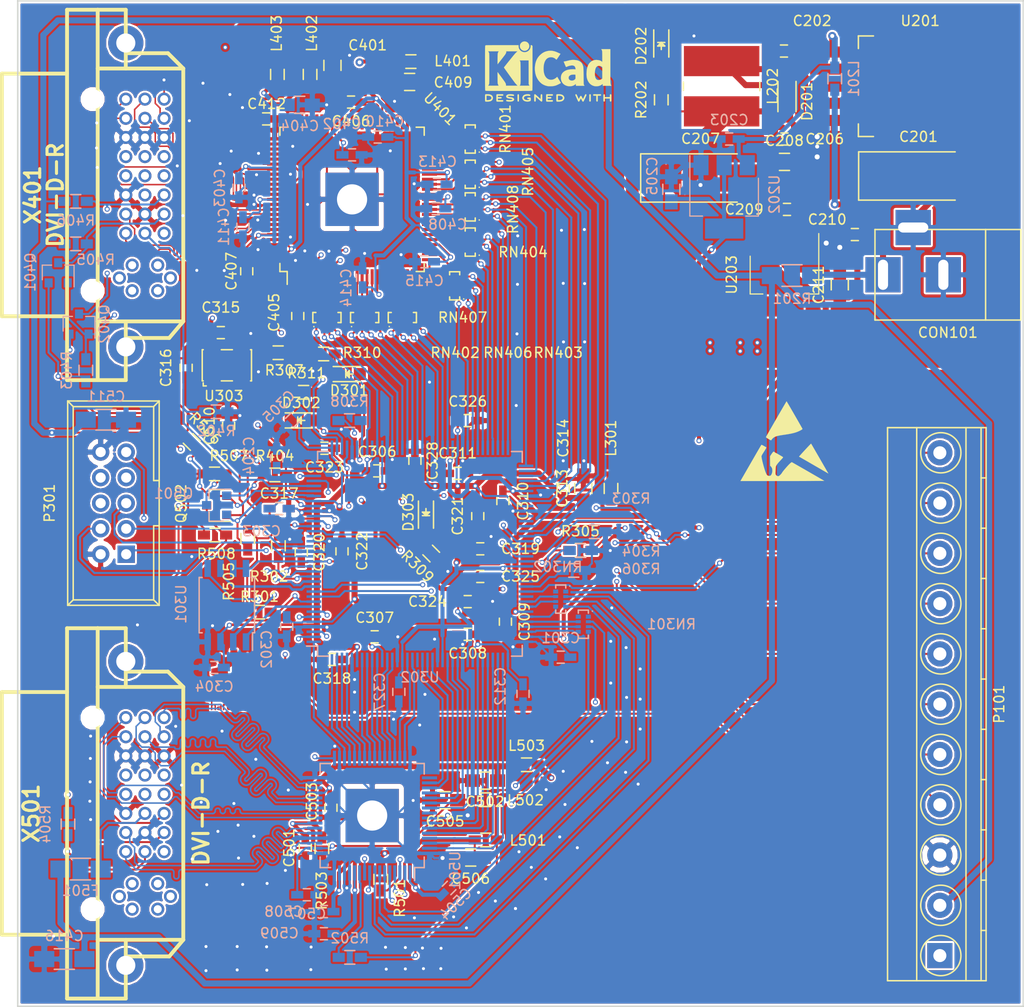
<source format=kicad_pcb>
(kicad_pcb (version 20160815) (host pcbnew "(2016-12-16 revision f631ae27b)-master")

  (general
    (links 476)
    (no_connects 0)
    (area 19.924999 19.924999 120.075001 120.075001)
    (thickness 1.6)
    (drawings 5)
    (tracks 4922)
    (zones 0)
    (modules 138)
    (nets 238)
  )

  (page A4)
  (layers
    (0 F.Cu signal)
    (1 In1.Cu signal)
    (2 In2.Cu signal)
    (31 B.Cu signal)
    (32 B.Adhes user)
    (33 F.Adhes user)
    (34 B.Paste user)
    (35 F.Paste user)
    (36 B.SilkS user)
    (37 F.SilkS user)
    (38 B.Mask user)
    (39 F.Mask user)
    (40 Dwgs.User user)
    (41 Cmts.User user)
    (42 Eco1.User user)
    (43 Eco2.User user)
    (44 Edge.Cuts user)
    (45 Margin user)
    (46 B.CrtYd user)
    (47 F.CrtYd user)
    (48 B.Fab user hide)
    (49 F.Fab user hide)
  )

  (setup
    (last_trace_width 0.6)
    (user_trace_width 0.15)
    (user_trace_width 0.2)
    (user_trace_width 0.4)
    (user_trace_width 0.6)
    (user_trace_width 1.5)
    (trace_clearance 0.152)
    (zone_clearance 0.2)
    (zone_45_only no)
    (trace_min 0.15)
    (segment_width 0.2)
    (edge_width 0.15)
    (via_size 0.5)
    (via_drill 0.3)
    (via_min_size 0.5)
    (via_min_drill 0.3)
    (user_via 0.5 0.3)
    (user_via 0.8 0.5)
    (uvia_size 0.3)
    (uvia_drill 0.1)
    (uvias_allowed no)
    (uvia_min_size 0.2)
    (uvia_min_drill 0.1)
    (pcb_text_width 0.3)
    (pcb_text_size 1.5 1.5)
    (mod_edge_width 0.15)
    (mod_text_size 1 1)
    (mod_text_width 0.15)
    (pad_size 3 3)
    (pad_drill 3)
    (pad_to_mask_clearance 0.2)
    (aux_axis_origin 0 0)
    (grid_origin 20 120.025)
    (visible_elements FFFFFFFF)
    (pcbplotparams
      (layerselection 0x010f0_ffffffff)
      (usegerberextensions false)
      (excludeedgelayer true)
      (linewidth 0.100000)
      (plotframeref false)
      (viasonmask false)
      (mode 1)
      (useauxorigin false)
      (hpglpennumber 1)
      (hpglpenspeed 20)
      (hpglpendiameter 15)
      (psnegative false)
      (psa4output false)
      (plotreference true)
      (plotvalue true)
      (plotinvisibletext false)
      (padsonsilk false)
      (subtractmaskfromsilk false)
      (outputformat 1)
      (mirror false)
      (drillshape 0)
      (scaleselection 1)
      (outputdirectory gerber/))
  )

  (net 0 "")
  (net 1 /power/VIN)
  (net 2 GND)
  (net 3 "Net-(C202-Pad2)")
  (net 4 +2V5)
  (net 5 +3V3)
  (net 6 +1V2)
  (net 7 +V_IO)
  (net 8 /dvi_out/TVDD)
  (net 9 "Net-(D201-Pad1)")
  (net 10 "Net-(D202-Pad2)")
  (net 11 "Net-(F501-Pad1)")
  (net 12 +5V)
  (net 13 /GPIO0)
  (net 14 /GPIO1)
  (net 15 /GPIO2)
  (net 16 /GPIO3)
  (net 17 /GPIO4)
  (net 18 /GPIO5)
  (net 19 /GPIO6)
  (net 20 /GPIO7)
  (net 21 "Net-(P301-Pad9)")
  (net 22 "Net-(P301-Pad8)")
  (net 23 "Net-(P301-Pad7)")
  (net 24 "Net-(P301-Pad6)")
  (net 25 "Net-(P301-Pad5)")
  (net 26 "Net-(P301-Pad3)")
  (net 27 "Net-(P301-Pad1)")
  (net 28 /dvi_in/DDCDAT_IN)
  (net 29 /dvi_in/DDCCLK_IN)
  (net 30 /dvi_out/DDCDAT)
  (net 31 /dvi_out/DDCCLK)
  (net 32 "Net-(R301-Pad1)")
  (net 33 "Net-(R302-Pad1)")
  (net 34 "Net-(R303-Pad1)")
  (net 35 "Net-(R304-Pad1)")
  (net 36 "Net-(R305-Pad1)")
  (net 37 "Net-(R306-Pad1)")
  (net 38 /fpga/CLK50)
  (net 39 "Net-(R307-Pad2)")
  (net 40 /dvi_out/TXCLK+)
  (net 41 "Net-(R308-Pad1)")
  (net 42 /fpga/CLKIN)
  (net 43 /dvi_in/HOTPLUG)
  (net 44 "Net-(R501-Pad1)")
  (net 45 /dvi_out/MSEN)
  (net 46 "Net-(R503-Pad2)")
  (net 47 /dvi_out/HOTPLUG)
  (net 48 "Net-(R504-Pad1)")
  (net 49 "Net-(RN301-Pad7)")
  (net 50 "Net-(RN301-Pad6)")
  (net 51 "Net-(RN301-Pad5)")
  (net 52 "Net-(RN301-Pad8)")
  (net 53 /dvi_out/CTL1)
  (net 54 /dvi_out/DE)
  (net 55 /dvi_out/VSYNC)
  (net 56 /dvi_out/HSYNC)
  (net 57 /dvi_out/CTL2)
  (net 58 /dvi_out/CTL3)
  (net 59 "Net-(RN302-Pad8)")
  (net 60 "Net-(RN302-Pad5)")
  (net 61 "Net-(RN302-Pad6)")
  (net 62 "Net-(RN302-Pad7)")
  (net 63 /dvi_in/DE)
  (net 64 /dvi_in/VSYNC)
  (net 65 /dvi_in/HSYNC)
  (net 66 "Net-(RN401-Pad4)")
  (net 67 "Net-(RN401-Pad8)")
  (net 68 "Net-(RN401-Pad5)")
  (net 69 "Net-(RN401-Pad6)")
  (net 70 "Net-(RN401-Pad7)")
  (net 71 "Net-(RN402-Pad7)")
  (net 72 "Net-(RN402-Pad6)")
  (net 73 "Net-(RN402-Pad5)")
  (net 74 "Net-(RN402-Pad8)")
  (net 75 /dvi_in/DATI3)
  (net 76 /dvi_in/DATI2)
  (net 77 /dvi_in/DATI1)
  (net 78 /dvi_in/DATI0)
  (net 79 "Net-(RN403-Pad7)")
  (net 80 "Net-(RN403-Pad6)")
  (net 81 "Net-(RN403-Pad5)")
  (net 82 "Net-(RN403-Pad8)")
  (net 83 /dvi_in/DATI11)
  (net 84 /dvi_in/DATI10)
  (net 85 /dvi_in/DATI9)
  (net 86 /dvi_in/DATI8)
  (net 87 "Net-(RN404-Pad7)")
  (net 88 "Net-(RN404-Pad6)")
  (net 89 "Net-(RN404-Pad5)")
  (net 90 "Net-(RN404-Pad8)")
  (net 91 /dvi_in/DATI19)
  (net 92 /dvi_in/DATI18)
  (net 93 /dvi_in/DATI17)
  (net 94 /dvi_in/DATI16)
  (net 95 "Net-(RN405-Pad7)")
  (net 96 "Net-(RN405-Pad6)")
  (net 97 "Net-(RN405-Pad5)")
  (net 98 "Net-(RN405-Pad8)")
  (net 99 /dvi_in/CTL3)
  (net 100 /dvi_in/CTL2)
  (net 101 /dvi_in/CTL1)
  (net 102 /dvi_in/DATI4)
  (net 103 /dvi_in/DATI5)
  (net 104 /dvi_in/DATI6)
  (net 105 /dvi_in/DATI7)
  (net 106 "Net-(RN406-Pad8)")
  (net 107 "Net-(RN406-Pad5)")
  (net 108 "Net-(RN406-Pad6)")
  (net 109 "Net-(RN406-Pad7)")
  (net 110 /dvi_in/DATI12)
  (net 111 /dvi_in/DATI13)
  (net 112 /dvi_in/DATI14)
  (net 113 /dvi_in/DATI15)
  (net 114 "Net-(RN407-Pad8)")
  (net 115 "Net-(RN407-Pad5)")
  (net 116 "Net-(RN407-Pad6)")
  (net 117 "Net-(RN407-Pad7)")
  (net 118 /dvi_in/DATI20)
  (net 119 /dvi_in/DATI21)
  (net 120 /dvi_in/DATI22)
  (net 121 /dvi_in/DATI23)
  (net 122 "Net-(RN408-Pad8)")
  (net 123 "Net-(RN408-Pad5)")
  (net 124 "Net-(RN408-Pad6)")
  (net 125 "Net-(RN408-Pad7)")
  (net 126 /dvi_out/DATO4)
  (net 127 /dvi_out/DATO5)
  (net 128 /dvi_out/DATO6)
  (net 129 /dvi_out/DATO7)
  (net 130 /dvi_out/DATO12)
  (net 131 /dvi_out/DATO13)
  (net 132 /dvi_out/DATO14)
  (net 133 /dvi_out/DATO15)
  (net 134 /dvi_out/DATO20)
  (net 135 /dvi_out/DATO21)
  (net 136 /dvi_out/DATO22)
  (net 137 /dvi_out/DATO23)
  (net 138 /dvi_out/DATO3)
  (net 139 /dvi_out/DATO2)
  (net 140 /dvi_out/DATO1)
  (net 141 /dvi_out/DATO0)
  (net 142 /dvi_out/DATO11)
  (net 143 /dvi_out/DATO10)
  (net 144 /dvi_out/DATO9)
  (net 145 /dvi_out/DATO8)
  (net 146 /dvi_out/DATO19)
  (net 147 /dvi_out/DATO18)
  (net 148 /dvi_out/DATO17)
  (net 149 /dvi_out/DATO16)
  (net 150 /fpga/DCLK)
  (net 151 /fpga/ASDI)
  (net 152 /fpga/DATA)
  (net 153 /fpga/nCS)
  (net 154 "Net-(U302-Pad127)")
  (net 155 /dvi_in/LINK_ACT)
  (net 156 /dvi_in/PDOWN)
  (net 157 /dvi_out/EDGE)
  (net 158 /dvi_out/DKEN)
  (net 159 "Net-(U303-Pad1)")
  (net 160 "Net-(U401-Pad96)")
  (net 161 /dvi_in/RxC-)
  (net 162 /dvi_in/RxC+)
  (net 163 /dvi_in/Rx0+)
  (net 164 /dvi_in/Rx1-)
  (net 165 /dvi_in/Rx1+)
  (net 166 /dvi_in/Rx2-)
  (net 167 /dvi_in/Rx2+)
  (net 168 "Net-(U401-Pad77)")
  (net 169 "Net-(U401-Pad75)")
  (net 170 "Net-(U401-Pad74)")
  (net 171 "Net-(U401-Pad73)")
  (net 172 "Net-(U401-Pad72)")
  (net 173 "Net-(U401-Pad71)")
  (net 174 "Net-(U401-Pad70)")
  (net 175 "Net-(U401-Pad69)")
  (net 176 "Net-(U401-Pad66)")
  (net 177 "Net-(U401-Pad65)")
  (net 178 "Net-(U401-Pad64)")
  (net 179 "Net-(U401-Pad63)")
  (net 180 "Net-(U401-Pad62)")
  (net 181 "Net-(U401-Pad61)")
  (net 182 "Net-(U401-Pad60)")
  (net 183 "Net-(U401-Pad59)")
  (net 184 "Net-(U401-Pad56)")
  (net 185 "Net-(U401-Pad55)")
  (net 186 "Net-(U401-Pad54)")
  (net 187 "Net-(U401-Pad53)")
  (net 188 "Net-(U401-Pad52)")
  (net 189 "Net-(U401-Pad51)")
  (net 190 "Net-(U401-Pad50)")
  (net 191 "Net-(U401-Pad49)")
  (net 192 "Net-(U501-Pad56)")
  (net 193 "Net-(U501-Pad49)")
  (net 194 /dvi_out/TX2+)
  (net 195 /dvi_out/TX2-)
  (net 196 /dvi_out/TX1+)
  (net 197 /dvi_out/TX1-)
  (net 198 /dvi_out/TX0+)
  (net 199 /dvi_out/TX0-)
  (net 200 /dvi_out/TXC+)
  (net 201 /dvi_out/TXC-)
  (net 202 "Net-(X401-Pad8)")
  (net 203 "Net-(X401-Pad21)")
  (net 204 "Net-(X401-Pad20)")
  (net 205 "Net-(X401-Pad14)")
  (net 206 "Net-(X401-Pad13)")
  (net 207 "Net-(X401-Pad12)")
  (net 208 "Net-(X401-Pad5)")
  (net 209 "Net-(X401-Pad4)")
  (net 210 "Net-(X501-Pad4)")
  (net 211 "Net-(X501-Pad5)")
  (net 212 "Net-(X501-Pad12)")
  (net 213 "Net-(X501-Pad13)")
  (net 214 "Net-(X501-Pad20)")
  (net 215 "Net-(X501-Pad21)")
  (net 216 "Net-(X501-Pad8)")
  (net 217 "Net-(D301-Pad2)")
  (net 218 "Net-(D302-Pad2)")
  (net 219 "Net-(D303-Pad2)")
  (net 220 /dvi_in/Rx0-)
  (net 221 "Net-(U302-Pad99)")
  (net 222 "Net-(U302-Pad84)")
  (net 223 "Net-(U302-Pad83)")
  (net 224 "Net-(RN302-Pad1)")
  (net 225 "Net-(D301-Pad1)")
  (net 226 "Net-(D302-Pad1)")
  (net 227 "Net-(D303-Pad1)")
  (net 228 "Net-(RN301-Pad1)")
  (net 229 /dvi_in/PVDD)
  (net 230 /dvi_in/DVDD)
  (net 231 /dvi_in/AVDD)
  (net 232 /dvi_out/DVDD)
  (net 233 /dvi_out/PVDD)
  (net 234 /dvi_out/DDCDAT_)
  (net 235 /dvi_out/DDCCLK_)
  (net 236 /dvi_in/DDCDAT_)
  (net 237 /dvi_in/DDCCLK_)

  (net_class Default "This is the default net class."
    (clearance 0.152)
    (trace_width 0.2)
    (via_dia 0.5)
    (via_drill 0.3)
    (uvia_dia 0.3)
    (uvia_drill 0.1)
    (diff_pair_gap 0.25)
    (diff_pair_width 0.2)
    (add_net +1V2)
    (add_net +2V5)
    (add_net +3V3)
    (add_net +5V)
    (add_net +V_IO)
    (add_net /GPIO0)
    (add_net /GPIO1)
    (add_net /GPIO2)
    (add_net /GPIO3)
    (add_net /GPIO4)
    (add_net /GPIO5)
    (add_net /GPIO6)
    (add_net /GPIO7)
    (add_net /dvi_in/AVDD)
    (add_net /dvi_in/CTL1)
    (add_net /dvi_in/CTL2)
    (add_net /dvi_in/CTL3)
    (add_net /dvi_in/DATI0)
    (add_net /dvi_in/DATI1)
    (add_net /dvi_in/DATI10)
    (add_net /dvi_in/DATI11)
    (add_net /dvi_in/DATI12)
    (add_net /dvi_in/DATI13)
    (add_net /dvi_in/DATI14)
    (add_net /dvi_in/DATI15)
    (add_net /dvi_in/DATI16)
    (add_net /dvi_in/DATI17)
    (add_net /dvi_in/DATI18)
    (add_net /dvi_in/DATI19)
    (add_net /dvi_in/DATI2)
    (add_net /dvi_in/DATI20)
    (add_net /dvi_in/DATI21)
    (add_net /dvi_in/DATI22)
    (add_net /dvi_in/DATI23)
    (add_net /dvi_in/DATI3)
    (add_net /dvi_in/DATI4)
    (add_net /dvi_in/DATI5)
    (add_net /dvi_in/DATI6)
    (add_net /dvi_in/DATI7)
    (add_net /dvi_in/DATI8)
    (add_net /dvi_in/DATI9)
    (add_net /dvi_in/DDCCLK_)
    (add_net /dvi_in/DDCCLK_IN)
    (add_net /dvi_in/DDCDAT_)
    (add_net /dvi_in/DDCDAT_IN)
    (add_net /dvi_in/DE)
    (add_net /dvi_in/DVDD)
    (add_net /dvi_in/HOTPLUG)
    (add_net /dvi_in/HSYNC)
    (add_net /dvi_in/LINK_ACT)
    (add_net /dvi_in/PDOWN)
    (add_net /dvi_in/PVDD)
    (add_net /dvi_in/Rx0+)
    (add_net /dvi_in/Rx0-)
    (add_net /dvi_in/Rx1+)
    (add_net /dvi_in/Rx1-)
    (add_net /dvi_in/Rx2+)
    (add_net /dvi_in/Rx2-)
    (add_net /dvi_in/RxC+)
    (add_net /dvi_in/RxC-)
    (add_net /dvi_in/VSYNC)
    (add_net /dvi_out/CTL1)
    (add_net /dvi_out/CTL2)
    (add_net /dvi_out/CTL3)
    (add_net /dvi_out/DATO0)
    (add_net /dvi_out/DATO1)
    (add_net /dvi_out/DATO10)
    (add_net /dvi_out/DATO11)
    (add_net /dvi_out/DATO12)
    (add_net /dvi_out/DATO13)
    (add_net /dvi_out/DATO14)
    (add_net /dvi_out/DATO15)
    (add_net /dvi_out/DATO16)
    (add_net /dvi_out/DATO17)
    (add_net /dvi_out/DATO18)
    (add_net /dvi_out/DATO19)
    (add_net /dvi_out/DATO2)
    (add_net /dvi_out/DATO20)
    (add_net /dvi_out/DATO21)
    (add_net /dvi_out/DATO22)
    (add_net /dvi_out/DATO23)
    (add_net /dvi_out/DATO3)
    (add_net /dvi_out/DATO4)
    (add_net /dvi_out/DATO5)
    (add_net /dvi_out/DATO6)
    (add_net /dvi_out/DATO7)
    (add_net /dvi_out/DATO8)
    (add_net /dvi_out/DATO9)
    (add_net /dvi_out/DDCCLK)
    (add_net /dvi_out/DDCCLK_)
    (add_net /dvi_out/DDCDAT)
    (add_net /dvi_out/DDCDAT_)
    (add_net /dvi_out/DE)
    (add_net /dvi_out/DKEN)
    (add_net /dvi_out/DVDD)
    (add_net /dvi_out/EDGE)
    (add_net /dvi_out/HOTPLUG)
    (add_net /dvi_out/HSYNC)
    (add_net /dvi_out/MSEN)
    (add_net /dvi_out/PVDD)
    (add_net /dvi_out/TVDD)
    (add_net /dvi_out/TX0+)
    (add_net /dvi_out/TX0-)
    (add_net /dvi_out/TX1+)
    (add_net /dvi_out/TX1-)
    (add_net /dvi_out/TX2+)
    (add_net /dvi_out/TX2-)
    (add_net /dvi_out/TXC+)
    (add_net /dvi_out/TXC-)
    (add_net /dvi_out/TXCLK+)
    (add_net /dvi_out/VSYNC)
    (add_net /fpga/ASDI)
    (add_net /fpga/CLK50)
    (add_net /fpga/CLKIN)
    (add_net /fpga/DATA)
    (add_net /fpga/DCLK)
    (add_net /fpga/nCS)
    (add_net /power/VIN)
    (add_net GND)
    (add_net "Net-(C202-Pad2)")
    (add_net "Net-(D201-Pad1)")
    (add_net "Net-(D202-Pad2)")
    (add_net "Net-(D301-Pad1)")
    (add_net "Net-(D301-Pad2)")
    (add_net "Net-(D302-Pad1)")
    (add_net "Net-(D302-Pad2)")
    (add_net "Net-(D303-Pad1)")
    (add_net "Net-(D303-Pad2)")
    (add_net "Net-(F501-Pad1)")
    (add_net "Net-(P301-Pad1)")
    (add_net "Net-(P301-Pad3)")
    (add_net "Net-(P301-Pad5)")
    (add_net "Net-(P301-Pad6)")
    (add_net "Net-(P301-Pad7)")
    (add_net "Net-(P301-Pad8)")
    (add_net "Net-(P301-Pad9)")
    (add_net "Net-(R301-Pad1)")
    (add_net "Net-(R302-Pad1)")
    (add_net "Net-(R303-Pad1)")
    (add_net "Net-(R304-Pad1)")
    (add_net "Net-(R305-Pad1)")
    (add_net "Net-(R306-Pad1)")
    (add_net "Net-(R307-Pad2)")
    (add_net "Net-(R308-Pad1)")
    (add_net "Net-(R501-Pad1)")
    (add_net "Net-(R503-Pad2)")
    (add_net "Net-(R504-Pad1)")
    (add_net "Net-(RN301-Pad1)")
    (add_net "Net-(RN301-Pad5)")
    (add_net "Net-(RN301-Pad6)")
    (add_net "Net-(RN301-Pad7)")
    (add_net "Net-(RN301-Pad8)")
    (add_net "Net-(RN302-Pad1)")
    (add_net "Net-(RN302-Pad5)")
    (add_net "Net-(RN302-Pad6)")
    (add_net "Net-(RN302-Pad7)")
    (add_net "Net-(RN302-Pad8)")
    (add_net "Net-(RN401-Pad4)")
    (add_net "Net-(RN401-Pad5)")
    (add_net "Net-(RN401-Pad6)")
    (add_net "Net-(RN401-Pad7)")
    (add_net "Net-(RN401-Pad8)")
    (add_net "Net-(RN402-Pad5)")
    (add_net "Net-(RN402-Pad6)")
    (add_net "Net-(RN402-Pad7)")
    (add_net "Net-(RN402-Pad8)")
    (add_net "Net-(RN403-Pad5)")
    (add_net "Net-(RN403-Pad6)")
    (add_net "Net-(RN403-Pad7)")
    (add_net "Net-(RN403-Pad8)")
    (add_net "Net-(RN404-Pad5)")
    (add_net "Net-(RN404-Pad6)")
    (add_net "Net-(RN404-Pad7)")
    (add_net "Net-(RN404-Pad8)")
    (add_net "Net-(RN405-Pad5)")
    (add_net "Net-(RN405-Pad6)")
    (add_net "Net-(RN405-Pad7)")
    (add_net "Net-(RN405-Pad8)")
    (add_net "Net-(RN406-Pad5)")
    (add_net "Net-(RN406-Pad6)")
    (add_net "Net-(RN406-Pad7)")
    (add_net "Net-(RN406-Pad8)")
    (add_net "Net-(RN407-Pad5)")
    (add_net "Net-(RN407-Pad6)")
    (add_net "Net-(RN407-Pad7)")
    (add_net "Net-(RN407-Pad8)")
    (add_net "Net-(RN408-Pad5)")
    (add_net "Net-(RN408-Pad6)")
    (add_net "Net-(RN408-Pad7)")
    (add_net "Net-(RN408-Pad8)")
    (add_net "Net-(U302-Pad127)")
    (add_net "Net-(U302-Pad83)")
    (add_net "Net-(U302-Pad84)")
    (add_net "Net-(U302-Pad99)")
    (add_net "Net-(U303-Pad1)")
    (add_net "Net-(U401-Pad49)")
    (add_net "Net-(U401-Pad50)")
    (add_net "Net-(U401-Pad51)")
    (add_net "Net-(U401-Pad52)")
    (add_net "Net-(U401-Pad53)")
    (add_net "Net-(U401-Pad54)")
    (add_net "Net-(U401-Pad55)")
    (add_net "Net-(U401-Pad56)")
    (add_net "Net-(U401-Pad59)")
    (add_net "Net-(U401-Pad60)")
    (add_net "Net-(U401-Pad61)")
    (add_net "Net-(U401-Pad62)")
    (add_net "Net-(U401-Pad63)")
    (add_net "Net-(U401-Pad64)")
    (add_net "Net-(U401-Pad65)")
    (add_net "Net-(U401-Pad66)")
    (add_net "Net-(U401-Pad69)")
    (add_net "Net-(U401-Pad70)")
    (add_net "Net-(U401-Pad71)")
    (add_net "Net-(U401-Pad72)")
    (add_net "Net-(U401-Pad73)")
    (add_net "Net-(U401-Pad74)")
    (add_net "Net-(U401-Pad75)")
    (add_net "Net-(U401-Pad77)")
    (add_net "Net-(U401-Pad96)")
    (add_net "Net-(U501-Pad49)")
    (add_net "Net-(U501-Pad56)")
    (add_net "Net-(X401-Pad12)")
    (add_net "Net-(X401-Pad13)")
    (add_net "Net-(X401-Pad14)")
    (add_net "Net-(X401-Pad20)")
    (add_net "Net-(X401-Pad21)")
    (add_net "Net-(X401-Pad4)")
    (add_net "Net-(X401-Pad5)")
    (add_net "Net-(X401-Pad8)")
    (add_net "Net-(X501-Pad12)")
    (add_net "Net-(X501-Pad13)")
    (add_net "Net-(X501-Pad20)")
    (add_net "Net-(X501-Pad21)")
    (add_net "Net-(X501-Pad4)")
    (add_net "Net-(X501-Pad5)")
    (add_net "Net-(X501-Pad8)")
  )

  (module Capacitors_Tantalum_SMD:Tantalum_Case-D_EIA-7343-31_Hand (layer F.Cu) (tedit 57B6E980) (tstamp 586EAA66)
    (at 87.9 37.625)
    (descr "Tantalum capacitor, Case D, EIA 7343-31, 7.3x4.3x2.8mm, Hand soldering footprint")
    (tags "capacitor tantalum smd")
    (path /5839A46D/5839CB5E)
    (attr smd)
    (fp_text reference C207 (at 0 -3.9) (layer F.SilkS)
      (effects (font (size 1 1) (thickness 0.15)))
    )
    (fp_text value 100u (at 0 3.9) (layer F.Fab)
      (effects (font (size 1 1) (thickness 0.15)))
    )
    (fp_line (start -6.05 -2.5) (end -6.05 2.5) (layer F.CrtYd) (width 0.05))
    (fp_line (start -6.05 2.5) (end 6.05 2.5) (layer F.CrtYd) (width 0.05))
    (fp_line (start 6.05 2.5) (end 6.05 -2.5) (layer F.CrtYd) (width 0.05))
    (fp_line (start 6.05 -2.5) (end -6.05 -2.5) (layer F.CrtYd) (width 0.05))
    (fp_line (start -3.65 -2.15) (end -3.65 2.15) (layer F.Fab) (width 0.15))
    (fp_line (start -3.65 2.15) (end 3.65 2.15) (layer F.Fab) (width 0.15))
    (fp_line (start 3.65 2.15) (end 3.65 -2.15) (layer F.Fab) (width 0.15))
    (fp_line (start 3.65 -2.15) (end -3.65 -2.15) (layer F.Fab) (width 0.15))
    (fp_line (start -2.92 -2.15) (end -2.92 2.15) (layer F.Fab) (width 0.15))
    (fp_line (start -2.555 -2.15) (end -2.555 2.15) (layer F.Fab) (width 0.15))
    (fp_line (start -5.95 -2.4) (end 3.65 -2.4) (layer F.SilkS) (width 0.15))
    (fp_line (start -5.95 2.4) (end 3.65 2.4) (layer F.SilkS) (width 0.15))
    (fp_line (start -5.95 -2.4) (end -5.95 2.4) (layer F.SilkS) (width 0.15))
    (pad 1 smd rect (at -3.775 0) (size 3.75 2.7) (layers F.Cu F.Paste F.Mask)
      (net 5 +3V3))
    (pad 2 smd rect (at 3.775 0) (size 3.75 2.7) (layers F.Cu F.Paste F.Mask)
      (net 2 GND))
    (model Capacitors_Tantalum_SMD.3dshapes/Tantalum_Case-D_EIA-7343-31.wrl
      (at (xyz 0 0 0))
      (scale (xyz 1 1 1))
      (rotate (xyz 0 0 0))
    )
  )

  (module artwork:shimatta_std (layer F.Cu) (tedit 0) (tstamp 58695997)
    (at 89.5 112.525)
    (fp_text reference G*** (at 0 0) (layer F.SilkS) hide
      (effects (font (thickness 0.3)))
    )
    (fp_text value LOGO (at 0.75 0) (layer F.SilkS) hide
      (effects (font (thickness 0.3)))
    )
    (fp_poly (pts (xy 10.868794 -0.34663) (xy 10.940082 -0.344725) (xy 11.001581 -0.340759) (xy 11.054456 -0.334558)
      (xy 11.099874 -0.325943) (xy 11.138999 -0.314739) (xy 11.172997 -0.300768) (xy 11.203034 -0.283854)
      (xy 11.230276 -0.263821) (xy 11.255887 -0.240491) (xy 11.256462 -0.239919) (xy 11.289334 -0.201111)
      (xy 11.312259 -0.15891) (xy 11.326574 -0.110035) (xy 11.333618 -0.05121) (xy 11.333643 -0.0508)
      (xy 11.332569 0.023291) (xy 11.320361 0.089289) (xy 11.297275 0.146655) (xy 11.263566 0.19485)
      (xy 11.219491 0.233333) (xy 11.190884 0.250184) (xy 11.170271 0.260221) (xy 11.150623 0.268525)
      (xy 11.130272 0.275304) (xy 11.107549 0.280766) (xy 11.080783 0.285117) (xy 11.048306 0.288565)
      (xy 11.008448 0.291317) (xy 10.959541 0.29358) (xy 10.899914 0.295563) (xy 10.827899 0.297472)
      (xy 10.805885 0.298007) (xy 10.501253 0.308642) (xy 10.207708 0.325718) (xy 9.923258 0.349393)
      (xy 9.645907 0.379823) (xy 9.470624 0.402998) (xy 9.411807 0.410902) (xy 9.364278 0.416192)
      (xy 9.325062 0.418954) (xy 9.291185 0.41927) (xy 9.259672 0.417223) (xy 9.227549 0.412897)
      (xy 9.212169 0.410241) (xy 9.144467 0.392017) (xy 9.087321 0.363849) (xy 9.040745 0.325747)
      (xy 9.004755 0.277724) (xy 8.992925 0.254871) (xy 8.980849 0.218141) (xy 8.973005 0.172373)
      (xy 8.969757 0.122517) (xy 8.971468 0.073524) (xy 8.976926 0.037019) (xy 8.997827 -0.025291)
      (xy 9.0312 -0.080963) (xy 9.075937 -0.128488) (xy 9.122686 -0.16171) (xy 9.147207 -0.17458)
      (xy 9.175393 -0.186432) (xy 9.208483 -0.197521) (xy 9.247713 -0.208107) (xy 9.294321 -0.218445)
      (xy 9.349544 -0.228794) (xy 9.414619 -0.23941) (xy 9.490782 -0.250551) (xy 9.579273 -0.262474)
      (xy 9.652 -0.271774) (xy 9.800914 -0.289224) (xy 9.950405 -0.304133) (xy 10.103324 -0.316716)
      (xy 10.262527 -0.327186) (xy 10.430867 -0.335758) (xy 10.584543 -0.341755) (xy 10.69219 -0.344969)
      (xy 10.786552 -0.346653) (xy 10.868794 -0.34663)) (layer F.Mask) (width 0.01))
    (fp_poly (pts (xy 3.280686 -0.880939) (xy 3.34556 -0.879771) (xy 3.402872 -0.877617) (xy 3.449973 -0.87446)
      (xy 3.472543 -0.872037) (xy 3.61367 -0.849571) (xy 3.744701 -0.82007) (xy 3.868701 -0.782621)
      (xy 3.988736 -0.73631) (xy 4.096467 -0.686017) (xy 4.193868 -0.632986) (xy 4.288297 -0.574006)
      (xy 4.3772 -0.510941) (xy 4.458022 -0.445653) (xy 4.528209 -0.380007) (xy 4.555365 -0.351156)
      (xy 4.639992 -0.246318) (xy 4.713364 -0.13273) (xy 4.774921 -0.011455) (xy 4.824102 0.116443)
      (xy 4.850885 0.209423) (xy 4.879181 0.347701) (xy 4.896607 0.490707) (xy 4.903125 0.635529)
      (xy 4.898699 0.779253) (xy 4.88329 0.918966) (xy 4.861451 1.032728) (xy 4.824346 1.160933)
      (xy 4.77372 1.287533) (xy 4.710565 1.41087) (xy 4.635874 1.529285) (xy 4.550639 1.641117)
      (xy 4.455854 1.744709) (xy 4.40832 1.79005) (xy 4.299338 1.882172) (xy 4.177612 1.971762)
      (xy 4.04482 2.057926) (xy 3.902638 2.139772) (xy 3.752745 2.216408) (xy 3.596818 2.286942)
      (xy 3.436534 2.350482) (xy 3.27357 2.406135) (xy 3.218543 2.422898) (xy 3.139899 2.444368)
      (xy 3.049468 2.466013) (xy 2.949959 2.487315) (xy 2.844082 2.507761) (xy 2.734547 2.526832)
      (xy 2.624065 2.544015) (xy 2.515345 2.558792) (xy 2.485571 2.56243) (xy 2.428012 2.568359)
      (xy 2.365313 2.573218) (xy 2.299907 2.576957) (xy 2.234229 2.579525) (xy 2.17071 2.580872)
      (xy 2.111786 2.580947) (xy 2.05989 2.579698) (xy 2.017454 2.577077) (xy 1.986913 2.573032)
      (xy 1.985844 2.572813) (xy 1.91558 2.552339) (xy 1.8565 2.522842) (xy 1.808841 2.484627)
      (xy 1.772841 2.437998) (xy 1.748736 2.38326) (xy 1.736764 2.320717) (xy 1.736929 2.253327)
      (xy 1.748307 2.186275) (xy 1.77048 2.128668) (xy 1.803758 2.079916) (xy 1.848452 2.039427)
      (xy 1.849677 2.038544) (xy 1.877767 2.020506) (xy 1.908228 2.005555) (xy 1.943115 1.993169)
      (xy 1.984481 1.982826) (xy 2.034379 1.974007) (xy 2.094863 1.966188) (xy 2.161084 1.959481)
      (xy 2.311846 1.944454) (xy 2.450169 1.928139) (xy 2.578102 1.910074) (xy 2.697697 1.889796)
      (xy 2.811005 1.866842) (xy 2.920076 1.84075) (xy 3.026962 1.811058) (xy 3.133714 1.777303)
      (xy 3.242382 1.739022) (xy 3.355017 1.695754) (xy 3.386254 1.683205) (xy 3.439042 1.660814)
      (xy 3.498085 1.634078) (xy 3.560068 1.604637) (xy 3.621674 1.574131) (xy 3.679588 1.5442)
      (xy 3.730494 1.516484) (xy 3.76929 1.493734) (xy 3.863531 1.428613) (xy 3.952139 1.353949)
      (xy 4.033116 1.271853) (xy 4.104465 1.184435) (xy 4.16419 1.093803) (xy 4.186568 1.052873)
      (xy 4.225348 0.967344) (xy 4.253373 0.882119) (xy 4.271449 0.793702) (xy 4.280379 0.698597)
      (xy 4.281685 0.639641) (xy 4.277001 0.527464) (xy 4.262763 0.425302) (xy 4.238591 0.331924)
      (xy 4.204105 0.2461) (xy 4.158926 0.166599) (xy 4.119 0.11188) (xy 4.060291 0.048463)
      (xy 3.988142 -0.012032) (xy 3.902275 -0.06981) (xy 3.802411 -0.125073) (xy 3.778387 -0.136985)
      (xy 3.681686 -0.179417) (xy 3.583439 -0.212975) (xy 3.48168 -0.237992) (xy 3.374444 -0.254803)
      (xy 3.259766 -0.263742) (xy 3.13568 -0.265143) (xy 3.043531 -0.261888) (xy 2.888029 -0.251649)
      (xy 2.734088 -0.236994) (xy 2.580213 -0.217612) (xy 2.424912 -0.193189) (xy 2.26669 -0.163413)
      (xy 2.104054 -0.127969) (xy 1.93551 -0.086547) (xy 1.759564 -0.038832) (xy 1.574722 0.015488)
      (xy 1.379491 0.076726) (xy 1.29428 0.104504) (xy 1.212487 0.131377) (xy 1.14306 0.153997)
      (xy 1.08461 0.172751) (xy 1.035751 0.188021) (xy 0.995094 0.200194) (xy 0.961252 0.209655)
      (xy 0.932836 0.216787) (xy 0.908459 0.221977) (xy 0.886733 0.225608) (xy 0.86627 0.228067)
      (xy 0.845683 0.229737) (xy 0.841828 0.229985) (xy 0.770694 0.22918) (xy 0.705988 0.217912)
      (xy 0.648912 0.196762) (xy 0.60067 0.166307) (xy 0.562463 0.127129) (xy 0.536857 0.083059)
      (xy 0.516575 0.01964) (xy 0.509485 -0.04353) (xy 0.515258 -0.10471) (xy 0.533566 -0.162158)
      (xy 0.564078 -0.214131) (xy 0.6005 -0.25372) (xy 0.627556 -0.275729) (xy 0.658526 -0.29656)
      (xy 0.694993 -0.316941) (xy 0.738543 -0.337601) (xy 0.790758 -0.359268) (xy 0.853223 -0.382671)
      (xy 0.927522 -0.40854) (xy 0.962785 -0.420363) (xy 1.235996 -0.508259) (xy 1.498548 -0.586824)
      (xy 1.750821 -0.656148) (xy 1.993199 -0.71632) (xy 2.226063 -0.767428) (xy 2.449796 -0.809563)
      (xy 2.664779 -0.842814) (xy 2.871395 -0.86727) (xy 2.881085 -0.868221) (xy 2.935666 -0.872605)
      (xy 2.998589 -0.876105) (xy 3.067203 -0.878706) (xy 3.138857 -0.88039) (xy 3.210902 -0.88114)
      (xy 3.280686 -0.880939)) (layer F.Mask) (width 0.01))
    (fp_poly (pts (xy 9.003608 1.085203) (xy 9.056887 1.097351) (xy 9.102289 1.118483) (xy 9.136442 1.144109)
      (xy 9.162501 1.170161) (xy 9.183639 1.197962) (xy 9.200436 1.229422) (xy 9.213471 1.266452)
      (xy 9.223323 1.310961) (xy 9.230572 1.364858) (xy 9.235796 1.430055) (xy 9.238428 1.480457)
      (xy 9.242463 1.556719) (xy 9.247451 1.620598) (xy 9.253768 1.674212) (xy 9.261789 1.719683)
      (xy 9.27189 1.759128) (xy 9.284448 1.794667) (xy 9.299837 1.828421) (xy 9.300281 1.8293)
      (xy 9.32368 1.861058) (xy 9.36009 1.889396) (xy 9.409773 1.914428) (xy 9.472988 1.936271)
      (xy 9.549997 1.955039) (xy 9.608457 1.96579) (xy 9.659854 1.973801) (xy 9.709141 1.980441)
      (xy 9.758607 1.98587) (xy 9.810543 1.990245) (xy 9.86724 1.993727) (xy 9.930987 1.996474)
      (xy 10.004074 1.998645) (xy 10.088793 2.000399) (xy 10.112828 2.000803) (xy 10.344931 2.000686)
      (xy 10.574631 1.992926) (xy 10.799511 1.977698) (xy 11.017155 1.955179) (xy 11.225147 1.925543)
      (xy 11.283945 1.915532) (xy 11.323332 1.909019) (xy 11.353394 1.905485) (xy 11.37896 1.904703)
      (xy 11.404859 1.906445) (xy 11.424674 1.908893) (xy 11.494816 1.923371) (xy 11.553352 1.946196)
      (xy 11.600789 1.977718) (xy 11.637635 2.018289) (xy 11.664396 2.068258) (xy 11.667708 2.076961)
      (xy 11.674691 2.105256) (xy 11.679662 2.14325) (xy 11.682423 2.186242) (xy 11.682775 2.229529)
      (xy 11.680518 2.26841) (xy 11.676827 2.29262) (xy 11.655383 2.357769) (xy 11.621693 2.415438)
      (xy 11.576172 2.465251) (xy 11.51923 2.506833) (xy 11.451281 2.539807) (xy 11.381702 2.561655)
      (xy 11.342402 2.569881) (xy 11.29029 2.578484) (xy 11.227059 2.587284) (xy 11.154403 2.596097)
      (xy 11.074012 2.604743) (xy 10.987579 2.61304) (xy 10.896797 2.620806) (xy 10.803359 2.62786)
      (xy 10.708955 2.634021) (xy 10.705281 2.63424) (xy 10.652261 2.63689) (xy 10.589033 2.639219)
      (xy 10.517978 2.641203) (xy 10.441476 2.642822) (xy 10.36191 2.644053) (xy 10.281658 2.644874)
      (xy 10.203102 2.645263) (xy 10.128622 2.645198) (xy 10.0606 2.644658) (xy 10.001415 2.643619)
      (xy 9.953449 2.64206) (xy 9.938657 2.641327) (xy 9.768481 2.628296) (xy 9.611394 2.609042)
      (xy 9.467369 2.583557) (xy 9.336381 2.551835) (xy 9.218402 2.51387) (xy 9.113406 2.469654)
      (xy 9.021367 2.419181) (xy 8.998233 2.404142) (xy 8.936306 2.355572) (xy 8.876387 2.295797)
      (xy 8.821128 2.228111) (xy 8.77318 2.155807) (xy 8.735198 2.08218) (xy 8.730868 2.072055)
      (xy 8.707215 2.00826) (xy 8.685371 1.936098) (xy 8.66712 1.861716) (xy 8.660844 1.8307)
      (xy 8.655793 1.795362) (xy 8.651582 1.749235) (xy 8.648253 1.695121) (xy 8.645849 1.635825)
      (xy 8.644412 1.574151) (xy 8.643985 1.512901) (xy 8.64461 1.45488) (xy 8.646328 1.402892)
      (xy 8.649184 1.359739) (xy 8.653218 1.328227) (xy 8.65325 1.328057) (xy 8.671645 1.258488)
      (xy 8.698511 1.200675) (xy 8.734046 1.154447) (xy 8.778447 1.119634) (xy 8.831912 1.096067)
      (xy 8.894638 1.083576) (xy 8.940188 1.081315) (xy 9.003608 1.085203)) (layer F.Mask) (width 0.01))
    (fp_poly (pts (xy -11.3068 -2.522042) (xy -11.243523 -2.508415) (xy -11.18998 -2.484867) (xy -11.145174 -2.450712)
      (xy -11.108109 -2.405266) (xy -11.077788 -2.347845) (xy -11.062557 -2.307771) (xy -11.061106 -2.303062)
      (xy -11.05976 -2.297493) (xy -11.058513 -2.290514) (xy -11.057361 -2.281571) (xy -11.056298 -2.270114)
      (xy -11.055319 -2.255589) (xy -11.054417 -2.237446) (xy -11.053589 -2.215132) (xy -11.052827 -2.188096)
      (xy -11.052128 -2.155784) (xy -11.051485 -2.117645) (xy -11.050893 -2.073128) (xy -11.050346 -2.02168)
      (xy -11.04984 -1.962749) (xy -11.049369 -1.895784) (xy -11.048927 -1.820232) (xy -11.048509 -1.735541)
      (xy -11.04811 -1.64116) (xy -11.047724 -1.536535) (xy -11.047346 -1.421117) (xy -11.04697 -1.294351)
      (xy -11.046591 -1.155687) (xy -11.046203 -1.004573) (xy -11.045802 -0.840455) (xy -11.045381 -0.662784)
      (xy -11.045055 -0.522514) (xy -11.044621 -0.331929) (xy -11.044228 -0.155283) (xy -11.043859 0.008)
      (xy -11.043503 0.158496) (xy -11.043145 0.296779) (xy -11.042771 0.423427) (xy -11.042368 0.539013)
      (xy -11.041921 0.644114) (xy -11.041417 0.739305) (xy -11.040843 0.825162) (xy -11.040184 0.90226)
      (xy -11.039426 0.971175) (xy -11.038556 1.032482) (xy -11.037561 1.086757) (xy -11.036425 1.134576)
      (xy -11.035136 1.176514) (xy -11.033679 1.213146) (xy -11.032041 1.245049) (xy -11.030209 1.272797)
      (xy -11.028167 1.296966) (xy -11.025903 1.318133) (xy -11.023403 1.336871) (xy -11.020653 1.353757)
      (xy -11.017638 1.369367) (xy -11.014346 1.384276) (xy -11.010763 1.399059) (xy -11.006874 1.414293)
      (xy -11.002666 1.430552) (xy -10.998125 1.448412) (xy -10.997798 1.449724) (xy -10.964594 1.558686)
      (xy -10.922022 1.656604) (xy -10.87005 1.743504) (xy -10.808644 1.819409) (xy -10.737771 1.884342)
      (xy -10.6574 1.938328) (xy -10.567497 1.98139) (xy -10.468029 2.013553) (xy -10.358964 2.03484)
      (xy -10.24027 2.045275) (xy -10.18084 2.046437) (xy -10.02365 2.040231) (xy -9.8725 2.021965)
      (xy -9.72797 1.991807) (xy -9.590642 1.949924) (xy -9.461096 1.896487) (xy -9.339913 1.831662)
      (xy -9.260323 1.779565) (xy -9.187902 1.722827) (xy -9.111738 1.652849) (xy -9.032329 1.570273)
      (xy -8.950172 1.475739) (xy -8.865765 1.369888) (xy -8.779606 1.253362) (xy -8.692193 1.126801)
      (xy -8.604024 0.990846) (xy -8.515598 0.846139) (xy -8.456603 0.744866) (xy -8.420295 0.681984)
      (xy -8.389599 0.630434) (xy -8.363414 0.588677) (xy -8.340642 0.555175) (xy -8.320185 0.52839)
      (xy -8.300944 0.506783) (xy -8.28182 0.488815) (xy -8.263208 0.474045) (xy -8.214168 0.444068)
      (xy -8.164588 0.42726) (xy -8.110878 0.422597) (xy -8.087241 0.423921) (xy -8.016328 0.43535)
      (xy -7.956351 0.456006) (xy -7.906749 0.48626) (xy -7.866959 0.526481) (xy -7.836418 0.57704)
      (xy -7.82912 0.593917) (xy -7.822484 0.612165) (xy -7.817901 0.630107) (xy -7.815007 0.650993)
      (xy -7.813441 0.678075) (xy -7.812837 0.714605) (xy -7.812785 0.740229) (xy -7.813068 0.783475)
      (xy -7.814142 0.815935) (xy -7.816453 0.841334) (xy -7.820449 0.863396) (xy -7.826575 0.885845)
      (xy -7.832408 0.903897) (xy -7.851583 0.954021) (xy -7.878322 1.012108) (xy -7.912937 1.078718)
      (xy -7.95574 1.154407) (xy -8.007042 1.239733) (xy -8.067153 1.335253) (xy -8.111874 1.404257)
      (xy -8.184605 1.512428) (xy -8.259972 1.618994) (xy -8.336751 1.722437) (xy -8.413714 1.821243)
      (xy -8.489636 1.913893) (xy -8.563289 1.998871) (xy -8.633448 2.07466) (xy -8.698886 2.139743)
      (xy -8.728507 2.166955) (xy -8.860206 2.275387) (xy -8.997401 2.370806) (xy -9.140585 2.453429)
      (xy -9.290251 2.523473) (xy -9.446893 2.581154) (xy -9.611006 2.626689) (xy -9.783083 2.660295)
      (xy -9.884229 2.674116) (xy -9.919679 2.67748) (xy -9.965044 2.680623) (xy -10.01747 2.683457)
      (xy -10.074102 2.685893) (xy -10.132084 2.687841) (xy -10.188562 2.689214) (xy -10.240682 2.689922)
      (xy -10.285588 2.689876) (xy -10.320426 2.688988) (xy -10.334172 2.688116) (xy -10.416848 2.680487)
      (xy -10.487731 2.672889) (xy -10.549531 2.664887) (xy -10.604963 2.656048) (xy -10.656738 2.645936)
      (xy -10.70757 2.634117) (xy -10.76017 2.620157) (xy -10.762343 2.61955) (xy -10.895114 2.575667)
      (xy -11.018016 2.521153) (xy -11.131009 2.456059) (xy -11.234049 2.380436) (xy -11.327095 2.294335)
      (xy -11.410105 2.197808) (xy -11.483037 2.090905) (xy -11.545849 1.973679) (xy -11.598497 1.84618)
      (xy -11.640942 1.708459) (xy -11.673139 1.560568) (xy -11.683136 1.4986) (xy -11.686392 1.47592)
      (xy -11.68941 1.453712) (xy -11.692198 1.431387) (xy -11.694765 1.408356) (xy -11.697119 1.384029)
      (xy -11.699267 1.357817) (xy -11.701218 1.32913) (xy -11.702981 1.29738) (xy -11.704563 1.261978)
      (xy -11.705972 1.222333) (xy -11.707217 1.177857) (xy -11.708306 1.12796) (xy -11.709247 1.072053)
      (xy -11.710049 1.009548) (xy -11.710719 0.939853) (xy -11.711265 0.862381) (xy -11.711696 0.776542)
      (xy -11.71202 0.681747) (xy -11.712245 0.577406) (xy -11.71238 0.46293) (xy -11.712432 0.337731)
      (xy -11.712409 0.201217) (xy -11.71232 0.052801) (xy -11.712174 -0.108106) (xy -11.711977 -0.282095)
      (xy -11.711739 -0.469755) (xy -11.711625 -0.555171) (xy -11.711372 -0.740789) (xy -11.711126 -0.912453)
      (xy -11.710882 -1.070721) (xy -11.710637 -1.216155) (xy -11.710384 -1.349313) (xy -11.71012 -1.470756)
      (xy -11.709839 -1.581042) (xy -11.709536 -1.680732) (xy -11.709207 -1.770386) (xy -11.708846 -1.850563)
      (xy -11.708449 -1.921822) (xy -11.708011 -1.984725) (xy -11.707527 -2.039829) (xy -11.706992 -2.087696)
      (xy -11.706401 -2.128884) (xy -11.70575 -2.163954) (xy -11.705033 -2.193465) (xy -11.704245 -2.217977)
      (xy -11.703382 -2.238049) (xy -11.70244 -2.254242) (xy -11.701412 -2.267115) (xy -11.700294 -2.277228)
      (xy -11.699081 -2.28514) (xy -11.697768 -2.291411) (xy -11.696452 -2.296269) (xy -11.671006 -2.363617)
      (xy -11.638473 -2.4186) (xy -11.598168 -2.461718) (xy -11.549406 -2.493472) (xy -11.491502 -2.514359)
      (xy -11.42377 -2.524881) (xy -11.380808 -2.526432) (xy -11.3068 -2.522042)) (layer F.Mask) (width 0.01))
    (fp_poly (pts (xy -3.559915 -2.67363) (xy -3.527662 -2.672116) (xy -3.502924 -2.669038) (xy -3.482216 -2.664033)
      (xy -3.470809 -2.660152) (xy -3.415622 -2.632162) (xy -3.368679 -2.592564) (xy -3.330749 -2.542186)
      (xy -3.302598 -2.481862) (xy -3.300523 -2.475831) (xy -3.296805 -2.464283) (xy -3.293693 -2.452885)
      (xy -3.291121 -2.440254) (xy -3.289024 -2.425013) (xy -3.287338 -2.405779) (xy -3.285999 -2.381174)
      (xy -3.284941 -2.349817) (xy -3.2841 -2.310328) (xy -3.283411 -2.261328) (xy -3.28281 -2.201435)
      (xy -3.282231 -2.129271) (xy -3.281853 -2.077347) (xy -3.279345 -1.727181) (xy -3.230801 -1.730904)
      (xy -3.206695 -1.732626) (xy -3.171856 -1.73495) (xy -3.130042 -1.737632) (xy -3.08501 -1.740429)
      (xy -3.058886 -1.74201) (xy -2.881272 -1.753814) (xy -2.698095 -1.768205) (xy -2.51397 -1.784758)
      (xy -2.333515 -1.803049) (xy -2.161343 -1.822655) (xy -2.104572 -1.829664) (xy -2.021747 -1.839307)
      (xy -1.951374 -1.845543) (xy -1.891768 -1.848244) (xy -1.841242 -1.847281) (xy -1.798109 -1.842527)
      (xy -1.760683 -1.833853) (xy -1.727278 -1.821131) (xy -1.696207 -1.804233) (xy -1.686432 -1.797889)
      (xy -1.641947 -1.759253) (xy -1.606472 -1.709427) (xy -1.588388 -1.671191) (xy -1.581081 -1.650724)
      (xy -1.576239 -1.630607) (xy -1.573383 -1.607046) (xy -1.57204 -1.576247) (xy -1.571728 -1.538514)
      (xy -1.57211 -1.497732) (xy -1.573571 -1.467667) (xy -1.576585 -1.444532) (xy -1.581625 -1.424542)
      (xy -1.588291 -1.406095) (xy -1.615883 -1.355694) (xy -1.655557 -1.310913) (xy -1.705527 -1.273093)
      (xy -1.764007 -1.243573) (xy -1.82921 -1.223693) (xy -1.832429 -1.223015) (xy -1.864504 -1.217398)
      (xy -1.909498 -1.211019) (xy -1.965841 -1.204024) (xy -2.031966 -1.196563) (xy -2.106305 -1.188782)
      (xy -2.18729 -1.18083) (xy -2.273354 -1.172855) (xy -2.362928 -1.165006) (xy -2.454444 -1.157429)
      (xy -2.546334 -1.150273) (xy -2.637031 -1.143686) (xy -2.724967 -1.137817) (xy -2.754086 -1.136003)
      (xy -2.805671 -1.132938) (xy -2.862498 -1.129709) (xy -2.922492 -1.126419) (xy -2.983576 -1.123173)
      (xy -3.043674 -1.120076) (xy -3.100712 -1.117232) (xy -3.152612 -1.114745) (xy -3.197299 -1.11272)
      (xy -3.232697 -1.111261) (xy -3.256731 -1.110473) (xy -3.2639 -1.110363) (xy -3.280229 -1.110343)
      (xy -3.280229 -0.769257) (xy -3.280175 -0.688687) (xy -3.27999 -0.621489) (xy -3.279639 -0.56652)
      (xy -3.279089 -0.522638) (xy -3.278305 -0.488701) (xy -3.277253 -0.463565) (xy -3.275899 -0.446089)
      (xy -3.274209 -0.43513) (xy -3.272147 -0.429546) (xy -3.270003 -0.428171) (xy -3.260204 -0.42859)
      (xy -3.237987 -0.429769) (xy -3.205423 -0.43159) (xy -3.164581 -0.433937) (xy -3.117531 -0.436692)
      (xy -3.075874 -0.439167) (xy -2.91119 -0.449647) (xy -2.75783 -0.460774) (xy -2.612609 -0.472824)
      (xy -2.472343 -0.486074) (xy -2.333846 -0.500802) (xy -2.235766 -0.512196) (xy -2.181142 -0.518565)
      (xy -2.138322 -0.523027) (xy -2.104742 -0.525717) (xy -2.077835 -0.526771) (xy -2.055037 -0.526323)
      (xy -2.033782 -0.524511) (xy -2.024568 -0.523357) (xy -1.954687 -0.50857) (xy -1.89596 -0.484509)
      (xy -1.848361 -0.451155) (xy -1.811863 -0.40849) (xy -1.786439 -0.356496) (xy -1.786127 -0.3556)
      (xy -1.776294 -0.3163) (xy -1.770272 -0.269192) (xy -1.768611 -0.220613) (xy -1.771072 -0.182639)
      (xy -1.785529 -0.115018) (xy -1.810946 -0.056607) (xy -1.847648 -0.007024) (xy -1.89596 0.034112)
      (xy -1.956206 0.067181) (xy -1.997385 0.083031) (xy -2.03577 0.093538) (xy -2.087717 0.103993)
      (xy -2.15227 0.114306) (xy -2.228475 0.124387) (xy -2.31538 0.134146) (xy -2.412031 0.143492)
      (xy -2.517472 0.152336) (xy -2.630752 0.160586) (xy -2.750915 0.168154) (xy -2.877009 0.174948)
      (xy -3.008079 0.180878) (xy -3.049815 0.182537) (xy -3.280229 0.191392) (xy -3.280229 1.019968)
      (xy -3.1623 1.058654) (xy -2.896971 1.151679) (xy -2.642724 1.253146) (xy -2.398485 1.363567)
      (xy -2.163179 1.483453) (xy -1.935733 1.613316) (xy -1.74672 1.732625) (xy -1.675532 1.78152)
      (xy -1.61688 1.826507) (xy -1.569805 1.869017) (xy -1.533349 1.910482) (xy -1.506551 1.952334)
      (xy -1.488453 1.996006) (xy -1.478096 2.042929) (xy -1.474519 2.094536) (xy -1.475713 2.137229)
      (xy -1.485108 2.216781) (xy -1.503114 2.284794) (xy -1.529974 2.341584) (xy -1.565931 2.38747)
      (xy -1.611224 2.422768) (xy -1.666097 2.447797) (xy -1.722612 2.461599) (xy -1.767667 2.465908)
      (xy -1.811485 2.463025) (xy -1.855876 2.452239) (xy -1.902648 2.432838) (xy -1.953611 2.40411)
      (xy -2.010576 2.365344) (xy -2.0574 2.329978) (xy -2.172886 2.243766) (xy -2.294279 2.160954)
      (xy -2.423544 2.080335) (xy -2.562646 2.0007) (xy -2.713551 1.92084) (xy -2.764972 1.894881)
      (xy -2.810098 1.872708) (xy -2.860364 1.84863) (xy -2.914075 1.823404) (xy -2.969534 1.797785)
      (xy -3.025046 1.772527) (xy -3.078914 1.748388) (xy -3.129442 1.726121) (xy -3.174935 1.706483)
      (xy -3.213695 1.690228) (xy -3.244028 1.678113) (xy -3.264237 1.670892) (xy -3.271789 1.669143)
      (xy -3.277094 1.675632) (xy -3.282129 1.692144) (xy -3.284168 1.703615) (xy -3.294339 1.763773)
      (xy -3.308613 1.831207) (xy -3.325527 1.899787) (xy -3.343618 1.963384) (xy -3.353474 1.993829)
      (xy -3.393626 2.098555) (xy -3.438784 2.191529) (xy -3.490287 2.27504) (xy -3.549478 2.351381)
      (xy -3.586361 2.39173) (xy -3.66786 2.466866) (xy -3.75742 2.531631) (xy -3.85566 2.586301)
      (xy -3.963199 2.63115) (xy -4.080659 2.666455) (xy -4.208658 2.692491) (xy -4.287159 2.703359)
      (xy -4.322088 2.706446) (xy -4.367802 2.70902) (xy -4.421042 2.711035) (xy -4.478547 2.712444)
      (xy -4.537059 2.7132) (xy -4.593318 2.713256) (xy -4.644063 2.712566) (xy -4.686036 2.711084)
      (xy -4.709886 2.709415) (xy -4.832478 2.695041) (xy -4.94283 2.676199) (xy -5.042737 2.652131)
      (xy -5.13399 2.622082) (xy -5.218383 2.585294) (xy -5.297707 2.541011) (xy -5.373757 2.488476)
      (xy -5.448324 2.426932) (xy -5.504906 2.373866) (xy -5.585225 2.28743) (xy -5.651451 2.199713)
      (xy -5.703995 2.109988) (xy -5.743267 2.017532) (xy -5.769677 1.921619) (xy -5.774005 1.898829)
      (xy -5.781392 1.834399) (xy -5.782175 1.803772) (xy -5.140803 1.803772) (xy -5.138033 1.828971)
      (xy -5.124036 1.890771) (xy -5.100265 1.944453) (xy -5.065909 1.990845) (xy -5.02016 2.030778)
      (xy -4.962208 2.065079) (xy -4.891243 2.094578) (xy -4.872409 2.100963) (xy -4.795484 2.121382)
      (xy -4.709629 2.136088) (xy -4.619404 2.144725) (xy -4.529369 2.146935) (xy -4.444083 2.142363)
      (xy -4.405086 2.137489) (xy -4.343632 2.126448) (xy -4.292113 2.113206) (xy -4.245978 2.096427)
      (xy -4.212772 2.081019) (xy -4.144558 2.04145) (xy -4.088403 1.996719) (xy -4.042596 1.944809)
      (xy -4.005426 1.883699) (xy -3.975182 1.811371) (xy -3.96925 1.793633) (xy -3.95622 1.746457)
      (xy -3.944526 1.691807) (xy -3.935034 1.634911) (xy -3.92861 1.580992) (xy -3.92612 1.535278)
      (xy -3.926115 1.533359) (xy -3.926115 1.490152) (xy -3.993243 1.474846) (xy -4.096392 1.45336)
      (xy -4.193818 1.437641) (xy -4.290534 1.427138) (xy -4.391552 1.421298) (xy -4.4958 1.419569)
      (xy -4.569053 1.42023) (xy -4.630891 1.422535) (xy -4.68436 1.426878) (xy -4.732508 1.433658)
      (xy -4.77838 1.44327) (xy -4.825021 1.456111) (xy -4.858294 1.466743) (xy -4.921049 1.490174)
      (xy -4.972593 1.515375) (xy -5.016231 1.544217) (xy -5.054956 1.578266) (xy -5.096885 1.628405)
      (xy -5.124933 1.681989) (xy -5.139454 1.740087) (xy -5.140803 1.803772) (xy -5.782175 1.803772)
      (xy -5.783244 1.762023) (xy -5.779791 1.687074) (xy -5.771262 1.614926) (xy -5.759391 1.556657)
      (xy -5.726832 1.458773) (xy -5.681134 1.366791) (xy -5.622532 1.280973) (xy -5.551262 1.201581)
      (xy -5.467558 1.128877) (xy -5.371656 1.063125) (xy -5.265057 1.005197) (xy -5.158318 0.958962)
      (xy -5.046432 0.921266) (xy -4.927358 0.891587) (xy -4.799055 0.869402) (xy -4.684486 0.856339)
      (xy -4.630117 0.852677) (xy -4.564008 0.850294) (xy -4.488872 0.849147) (xy -4.407424 0.849191)
      (xy -4.322376 0.85038) (xy -4.236442 0.852671) (xy -4.152336 0.856018) (xy -4.072771 0.860378)
      (xy -4.000461 0.865705) (xy -3.9751 0.868007) (xy -3.926115 0.872733) (xy -3.926115 0.188686)
      (xy -4.642757 0.18856) (xy -4.765443 0.188533) (xy -4.87451 0.18847) (xy -4.970855 0.188329)
      (xy -5.055376 0.188068) (xy -5.128967 0.187645) (xy -5.192526 0.187018) (xy -5.246949 0.186144)
      (xy -5.293132 0.184982) (xy -5.331971 0.18349) (xy -5.364363 0.181626) (xy -5.391205 0.179348)
      (xy -5.413392 0.176613) (xy -5.43182 0.17338) (xy -5.447387 0.169606) (xy -5.460989 0.16525)
      (xy -5.473522 0.16027) (xy -5.485881 0.154623) (xy -5.49863 0.148432) (xy -5.54487 0.118004)
      (xy -5.582108 0.077013) (xy -5.609816 0.026678) (xy -5.627465 -0.031782) (xy -5.63453 -0.097147)
      (xy -5.631623 -0.158957) (xy -5.618556 -0.22696) (xy -5.595939 -0.284245) (xy -5.563495 -0.33126)
      (xy -5.520949 -0.368452) (xy -5.491784 -0.385574) (xy -5.478418 -0.392302) (xy -5.465929 -0.398277)
      (xy -5.453415 -0.403544) (xy -5.439977 -0.408147) (xy -5.424712 -0.412131) (xy -5.40672 -0.415541)
      (xy -5.385102 -0.418423) (xy -5.358955 -0.42082) (xy -5.327379 -0.422779) (xy -5.289474 -0.424343)
      (xy -5.244338 -0.425557) (xy -5.191072 -0.426467) (xy -5.128774 -0.427118) (xy -5.056543 -0.427553)
      (xy -4.973478 -0.427818) (xy -4.87868 -0.427959) (xy -4.771247 -0.428019) (xy -4.650279 -0.428043)
      (xy -4.639129 -0.428045) (xy -3.926115 -0.428171) (xy -3.926115 -1.088571) (xy -4.7625 -1.088678)
      (xy -4.894095 -1.088694) (xy -5.011998 -1.088727) (xy -5.11703 -1.088811) (xy -5.210013 -1.088979)
      (xy -5.291769 -1.089265) (xy -5.36312 -1.089703) (xy -5.424888 -1.090325) (xy -5.477895 -1.091165)
      (xy -5.522961 -1.092256) (xy -5.56091 -1.093632) (xy -5.592563 -1.095327) (xy -5.618742 -1.097373)
      (xy -5.640268 -1.099804) (xy -5.657964 -1.102654) (xy -5.672651 -1.105955) (xy -5.685152 -1.109742)
      (xy -5.696287 -1.114048) (xy -5.706879 -1.118905) (xy -5.71775 -1.124348) (xy -5.724502 -1.127784)
      (xy -5.759879 -1.151378) (xy -5.794078 -1.183977) (xy -5.822345 -1.220577) (xy -5.835533 -1.244695)
      (xy -5.848041 -1.283763) (xy -5.856096 -1.331864) (xy -5.859157 -1.384055) (xy -5.856685 -1.435392)
      (xy -5.856522 -1.436849) (xy -5.843444 -1.504117) (xy -5.82044 -1.560994) (xy -5.786987 -1.608145)
      (xy -5.742561 -1.646238) (xy -5.686637 -1.675938) (xy -5.66088 -1.685635) (xy -5.6134 -1.70178)
      (xy -3.927516 -1.705888) (xy -3.924334 -2.052187) (xy -3.923566 -2.132617) (xy -3.922823 -2.199962)
      (xy -3.922039 -2.255651) (xy -3.921148 -2.301111) (xy -3.920082 -2.337771) (xy -3.918776 -2.36706)
      (xy -3.917161 -2.390406) (xy -3.915172 -2.409238) (xy -3.912742 -2.424984) (xy -3.909804 -2.439074)
      (xy -3.906291 -2.452935) (xy -3.905483 -2.455917) (xy -3.888954 -2.506679) (xy -3.86894 -2.547286)
      (xy -3.842922 -2.58207) (xy -3.817093 -2.607712) (xy -3.785765 -2.632985) (xy -3.754427 -2.651212)
      (xy -3.719849 -2.663393) (xy -3.678804 -2.670527) (xy -3.628065 -2.673614) (xy -3.603172 -2.673943)
      (xy -3.559915 -2.67363)) (layer F.Mask) (width 0.01))
    (fp_poly (pts (xy 8.528085 -2.643213) (xy 8.595358 -2.627701) (xy 8.652184 -2.602162) (xy 8.698839 -2.566349)
      (xy 8.7356 -2.520016) (xy 8.762743 -2.462918) (xy 8.774406 -2.423885) (xy 8.78068 -2.387663)
      (xy 8.783754 -2.342658) (xy 8.783569 -2.28818) (xy 8.780066 -2.22354) (xy 8.773187 -2.148047)
      (xy 8.762873 -2.061012) (xy 8.749065 -1.961746) (xy 8.731704 -1.849558) (xy 8.718833 -1.771437)
      (xy 8.710433 -1.720524) (xy 8.703131 -1.674418) (xy 8.697201 -1.635017) (xy 8.692921 -1.604219)
      (xy 8.690566 -1.583922) (xy 8.690412 -1.576025) (xy 8.690414 -1.576024) (xy 8.699245 -1.574861)
      (xy 8.721309 -1.574926) (xy 8.755386 -1.57613) (xy 8.800255 -1.578382) (xy 8.854695 -1.581591)
      (xy 8.917484 -1.585666) (xy 8.987403 -1.590518) (xy 9.06323 -1.596056) (xy 9.143744 -1.602188)
      (xy 9.227725 -1.608826) (xy 9.313952 -1.615878) (xy 9.401204 -1.623254) (xy 9.48826 -1.630863)
      (xy 9.573899 -1.638615) (xy 9.6569 -1.646419) (xy 9.710057 -1.651595) (xy 9.796138 -1.659449)
      (xy 9.869585 -1.664624) (xy 9.932031 -1.667104) (xy 9.985109 -1.666875) (xy 10.030452 -1.663922)
      (xy 10.069695 -1.658231) (xy 10.104469 -1.649786) (xy 10.110345 -1.647983) (xy 10.171065 -1.622232)
      (xy 10.221086 -1.586718) (xy 10.260636 -1.541235) (xy 10.289945 -1.48557) (xy 10.29115 -1.482506)
      (xy 10.301781 -1.443104) (xy 10.30763 -1.395454) (xy 10.30868 -1.344582) (xy 10.304914 -1.295514)
      (xy 10.296312 -1.253274) (xy 10.291996 -1.240624) (xy 10.26307 -1.184426) (xy 10.223793 -1.13725)
      (xy 10.173681 -1.098745) (xy 10.112252 -1.06856) (xy 10.039022 -1.046344) (xy 10.018043 -1.041841)
      (xy 9.988177 -1.036889) (xy 9.945245 -1.031195) (xy 9.890669 -1.024878) (xy 9.825873 -1.018058)
      (xy 9.752279 -1.010857) (xy 9.67131 -1.003394) (xy 9.584388 -0.99579) (xy 9.492937 -0.988165)
      (xy 9.398378 -0.98064) (xy 9.302134 -0.973335) (xy 9.205629 -0.966371) (xy 9.110284 -0.959867)
      (xy 9.017523 -0.953945) (xy 8.928768 -0.948724) (xy 8.897257 -0.946996) (xy 8.839397 -0.943827)
      (xy 8.783098 -0.940626) (xy 8.73089 -0.937545) (xy 8.685304 -0.934738) (xy 8.648869 -0.932357)
      (xy 8.624116 -0.930554) (xy 8.622186 -0.930396) (xy 8.561201 -0.925285) (xy 8.512261 -0.707571)
      (xy 8.401162 -0.239172) (xy 8.280408 0.220042) (xy 8.149348 0.672271) (xy 8.007329 1.119715)
      (xy 7.853701 1.564573) (xy 7.778286 1.770743) (xy 7.757814 1.82522) (xy 7.734721 1.885775)
      (xy 7.709645 1.950807) (xy 7.683225 2.018712) (xy 7.656098 2.087887) (xy 7.628905 2.156729)
      (xy 7.602282 2.223635) (xy 7.576868 2.287003) (xy 7.553302 2.345229) (xy 7.532222 2.396711)
      (xy 7.514267 2.439845) (xy 7.500074 2.473029) (xy 7.490284 2.494659) (xy 7.488619 2.498034)
      (xy 7.446657 2.568398) (xy 7.399108 2.625394) (xy 7.345916 2.669074) (xy 7.287022 2.69949)
      (xy 7.253803 2.710166) (xy 7.211289 2.717557) (xy 7.16184 2.720483) (xy 7.111733 2.718943)
      (xy 7.067245 2.712935) (xy 7.055762 2.710215) (xy 6.996939 2.689138) (xy 6.9496 2.66024)
      (xy 6.912406 2.622508) (xy 6.887837 2.582868) (xy 6.86919 2.539036) (xy 6.857554 2.494382)
      (xy 6.852201 2.444727) (xy 6.852407 2.385889) (xy 6.85265 2.380479) (xy 6.854836 2.346973)
      (xy 6.858466 2.316423) (xy 6.864252 2.286482) (xy 6.872907 2.254805) (xy 6.885145 2.219045)
      (xy 6.901679 2.176855) (xy 6.923222 2.125888) (xy 6.945404 2.075269) (xy 7.054216 1.821473)
      (xy 7.161547 1.55564) (xy 7.26653 1.280234) (xy 7.368297 0.997719) (xy 7.465979 0.71056)
      (xy 7.558709 0.42122) (xy 7.64562 0.132164) (xy 7.710059 -0.096066) (xy 7.727003 -0.158593)
      (xy 7.744878 -0.225793) (xy 7.763348 -0.296296) (xy 7.782074 -0.368737) (xy 7.80072 -0.441747)
      (xy 7.818948 -0.51396) (xy 7.83642 -0.584008) (xy 7.8528 -0.650524) (xy 7.867749 -0.71214)
      (xy 7.88093 -0.76749) (xy 7.892007 -0.815207) (xy 7.900641 -0.853922) (xy 7.906495 -0.882268)
      (xy 7.909232 -0.898879) (xy 7.909135 -0.902778) (xy 7.901443 -0.903074) (xy 7.881605 -0.902791)
      (xy 7.851973 -0.901992) (xy 7.8149 -0.900739) (xy 7.776896 -0.899266) (xy 7.650565 -0.894218)
      (xy 7.538113 -0.889995) (xy 7.43893 -0.886585) (xy 7.352403 -0.883976) (xy 7.277923 -0.882156)
      (xy 7.214879 -0.881113) (xy 7.162659 -0.880834) (xy 7.120652 -0.881308) (xy 7.088248 -0.882522)
      (xy 7.064836 -0.884465) (xy 7.06022 -0.885077) (xy 7.003002 -0.896047) (xy 6.956586 -0.911262)
      (xy 6.917537 -0.932146) (xy 6.88491 -0.957825) (xy 6.845016 -1.003987) (xy 6.816407 -1.059095)
      (xy 6.799184 -1.122845) (xy 6.793449 -1.194931) (xy 6.794607 -1.229446) (xy 6.804706 -1.298006)
      (xy 6.825614 -1.356949) (xy 6.857601 -1.406608) (xy 6.900934 -1.447316) (xy 6.95588 -1.479407)
      (xy 7.012378 -1.500294) (xy 7.023643 -1.50344) (xy 7.035526 -1.50629) (xy 7.048908 -1.508887)
      (xy 7.064669 -1.511276) (xy 7.083689 -1.5135) (xy 7.106849 -1.515603) (xy 7.135029 -1.51763)
      (xy 7.169108 -1.519624) (xy 7.209968 -1.521629) (xy 7.258488 -1.52369) (xy 7.315549 -1.52585)
      (xy 7.38203 -1.528153) (xy 7.458813 -1.530643) (xy 7.546777 -1.533365) (xy 7.646803 -1.536361)
      (xy 7.75977 -1.539677) (xy 7.857473 -1.542515) (xy 7.913156 -1.544229) (xy 7.956001 -1.54585)
      (xy 7.987682 -1.547533) (xy 8.009875 -1.549437) (xy 8.024254 -1.551719) (xy 8.032493 -1.554537)
      (xy 8.036266 -1.558048) (xy 8.036818 -1.559388) (xy 8.039165 -1.570795) (xy 8.043284 -1.594703)
      (xy 8.048893 -1.629248) (xy 8.055713 -1.672561) (xy 8.063462 -1.722777) (xy 8.071861 -1.778029)
      (xy 8.080628 -1.83645) (xy 8.089483 -1.896175) (xy 8.098146 -1.955336) (xy 8.106336 -2.012068)
      (xy 8.113773 -2.064503) (xy 8.120176 -2.110775) (xy 8.124202 -2.140857) (xy 8.132879 -2.206408)
      (xy 8.140145 -2.259507) (xy 8.146346 -2.302108) (xy 8.151828 -2.336166) (xy 8.156937 -2.363637)
      (xy 8.162018 -2.386474) (xy 8.167417 -2.406633) (xy 8.173481 -2.42607) (xy 8.17598 -2.43352)
      (xy 8.20465 -2.499149) (xy 8.241866 -2.553098) (xy 8.287288 -2.595166) (xy 8.340578 -2.625151)
      (xy 8.401398 -2.642851) (xy 8.46941 -2.648066) (xy 8.528085 -2.643213)) (layer F.Mask) (width 0.01))
    (fp_poly (pts (xy 0.4572 -5.666537) (xy 0.985352 -5.656535) (xy 1.511199 -5.638077) (xy 2.034139 -5.611261)
      (xy 2.553569 -5.576188) (xy 3.068889 -5.532956) (xy 3.579497 -5.481667) (xy 4.084792 -5.42242)
      (xy 4.584171 -5.355315) (xy 5.077034 -5.280451) (xy 5.562779 -5.197929) (xy 6.040804 -5.107848)
      (xy 6.510508 -5.010308) (xy 6.97129 -4.905409) (xy 7.422547 -4.793251) (xy 7.863678 -4.673933)
      (xy 8.294083 -4.547556) (xy 8.713158 -4.414219) (xy 9.120303 -4.274022) (xy 9.346107 -4.191341)
      (xy 9.679024 -4.062499) (xy 10.000619 -3.929527) (xy 10.310689 -3.792557) (xy 10.609033 -3.651716)
      (xy 10.895448 -3.507137) (xy 11.169732 -3.358949) (xy 11.431682 -3.207282) (xy 11.681097 -3.052267)
      (xy 11.917774 -2.894033) (xy 12.14151 -2.732711) (xy 12.352105 -2.568431) (xy 12.549355 -2.401323)
      (xy 12.733058 -2.231518) (xy 12.903012 -2.059145) (xy 13.059015 -1.884335) (xy 13.196723 -1.712685)
      (xy 13.323837 -1.535227) (xy 13.436525 -1.356962) (xy 13.534862 -1.177715) (xy 13.618923 -0.997309)
      (xy 13.688783 -0.815569) (xy 13.744516 -0.632318) (xy 13.786198 -0.447382) (xy 13.813828 -0.261257)
      (xy 13.819666 -0.192802) (xy 13.823454 -0.11427) (xy 13.825193 -0.029951) (xy 13.824883 0.055863)
      (xy 13.822523 0.138881) (xy 13.818113 0.214812) (xy 13.813828 0.261257) (xy 13.785765 0.448887)
      (xy 13.743304 0.635264) (xy 13.686512 0.820287) (xy 13.61546 1.003853) (xy 13.530217 1.185859)
      (xy 13.430852 1.366203) (xy 13.317435 1.544781) (xy 13.190036 1.721491) (xy 13.048723 1.896231)
      (xy 12.893566 2.068897) (xy 12.724634 2.239388) (xy 12.541998 2.407599) (xy 12.345726 2.57343)
      (xy 12.144828 2.730075) (xy 11.908884 2.900074) (xy 11.65925 3.066198) (xy 11.396258 3.228329)
      (xy 11.120236 3.386352) (xy 10.831516 3.540148) (xy 10.530426 3.689601) (xy 10.217299 3.834593)
      (xy 9.892463 3.975008) (xy 9.556249 4.110728) (xy 9.208987 4.241637) (xy 8.851006 4.367616)
      (xy 8.482638 4.48855) (xy 8.104213 4.604321) (xy 7.716059 4.714811) (xy 7.318509 4.819905)
      (xy 6.911891 4.919484) (xy 6.496536 5.013432) (xy 6.072774 5.101632) (xy 5.640935 5.183966)
      (xy 5.201349 5.260318) (xy 4.855028 5.315381) (xy 4.404203 5.380388) (xy 3.943967 5.439312)
      (xy 3.476961 5.491934) (xy 3.005827 5.538041) (xy 2.533206 5.577414) (xy 2.061739 5.609837)
      (xy 1.594067 5.635093) (xy 1.132831 5.652967) (xy 0.680673 5.663242) (xy 0.598714 5.664287)
      (xy 0.523939 5.665131) (xy 0.447547 5.666011) (xy 0.372071 5.666896) (xy 0.300043 5.667756)
      (xy 0.233996 5.668561) (xy 0.176463 5.66928) (xy 0.129975 5.669883) (xy 0.116114 5.670071)
      (xy 0.078534 5.670389) (xy 0.028463 5.670509) (xy -0.03208 5.670443) (xy -0.101074 5.670198)
      (xy -0.176498 5.669786) (xy -0.256331 5.669216) (xy -0.338552 5.668499) (xy -0.421141 5.667643)
      (xy -0.453572 5.667268) (xy -1.027473 5.655407) (xy -1.599645 5.633621) (xy -2.169131 5.602014)
      (xy -2.734977 5.560694) (xy -3.296226 5.509766) (xy -3.851922 5.449336) (xy -4.401111 5.37951)
      (xy -4.942837 5.300394) (xy -5.476144 5.212093) (xy -6.000076 5.114715) (xy -6.513678 5.008365)
      (xy -6.633029 4.982024) (xy -7.032323 4.889286) (xy -7.422724 4.791462) (xy -7.803991 4.688673)
      (xy -8.175883 4.581041) (xy -8.538158 4.468686) (xy -8.890575 4.351729) (xy -9.232893 4.230291)
      (xy -9.564871 4.104493) (xy -9.886268 3.974456) (xy -10.196842 3.8403) (xy -10.496352 3.702147)
      (xy -10.784557 3.560117) (xy -11.061216 3.414331) (xy -11.326088 3.26491) (xy -11.57893 3.111975)
      (xy -11.819503 2.955647) (xy -12.047565 2.796046) (xy -12.262874 2.633294) (xy -12.46519 2.467511)
      (xy -12.65427 2.298819) (xy -12.829875 2.127337) (xy -12.991763 1.953188) (xy -13.139692 1.776491)
      (xy -13.208302 1.687286) (xy -13.333752 1.509004) (xy -13.44492 1.329342) (xy -13.541773 1.148375)
      (xy -13.624276 0.966177) (xy -13.692398 0.782821) (xy -13.746104 0.598381) (xy -13.785361 0.412932)
      (xy -13.787888 0.397988) (xy -13.794841 0.353117) (xy -13.801757 0.303438) (xy -13.80768 0.256061)
      (xy -13.810671 0.2286) (xy -13.814068 0.182773) (xy -13.816475 0.126149) (xy -13.817891 0.062415)
      (xy -13.818166 0.018916) (xy -13.534264 0.018916) (xy -13.533442 0.083469) (xy -13.531574 0.143004)
      (xy -13.528662 0.19362) (xy -13.527105 0.211503) (xy -13.502496 0.386125) (xy -13.463573 0.559745)
      (xy -13.410508 0.732245) (xy -13.343475 0.903507) (xy -13.262647 1.073415) (xy -13.168197 1.241851)
      (xy -13.060297 1.408699) (xy -12.939122 1.573842) (xy -12.804843 1.737161) (xy -12.657633 1.898541)
      (xy -12.497667 2.057864) (xy -12.325116 2.215013) (xy -12.140154 2.369871) (xy -11.942954 2.522321)
      (xy -11.733689 2.672245) (xy -11.512531 2.819527) (xy -11.279654 2.96405) (xy -11.035231 3.105696)
      (xy -10.779435 3.244348) (xy -10.512438 3.37989) (xy -10.234415 3.512204) (xy -9.945536 3.641173)
      (xy -9.645977 3.76668) (xy -9.335909 3.888607) (xy -9.015507 4.006839) (xy -8.684942 4.121257)
      (xy -8.344387 4.231745) (xy -7.994017 4.338185) (xy -7.634003 4.440461) (xy -7.264519 4.538455)
      (xy -7.057572 4.590424) (xy -6.592682 4.699688) (xy -6.116427 4.80143) (xy -5.629943 4.895502)
      (xy -5.134368 4.981756) (xy -4.630836 5.060045) (xy -4.120486 5.130219) (xy -3.604452 5.192133)
      (xy -3.083872 5.245637) (xy -2.559881 5.290583) (xy -2.033616 5.326825) (xy -1.506215 5.354215)
      (xy -1.063172 5.370271) (xy -0.999329 5.372142) (xy -0.937667 5.373981) (xy -0.880278 5.375724)
      (xy -0.829251 5.377307) (xy -0.786677 5.378664) (xy -0.754646 5.379732) (xy -0.7366 5.380389)
      (xy -0.71249 5.381004) (xy -0.675056 5.381489) (xy -0.625487 5.381849) (xy -0.564973 5.382091)
      (xy -0.494704 5.38222) (xy -0.41587 5.382242) (xy -0.329659 5.382164) (xy -0.237261 5.381991)
      (xy -0.139866 5.381729) (xy -0.038664 5.381385) (xy 0.065156 5.380963) (xy 0.170405 5.380471)
      (xy 0.275892 5.379913) (xy 0.380428 5.379297) (xy 0.482824 5.378628) (xy 0.58189 5.377911)
      (xy 0.676437 5.377154) (xy 0.765274 5.376361) (xy 0.847213 5.375539) (xy 0.921063 5.374694)
      (xy 0.985636 5.373832) (xy 1.039741 5.372958) (xy 1.08219 5.372079) (xy 1.111791 5.371201)
      (xy 1.113971 5.371115) (xy 1.253309 5.365349) (xy 1.37995 5.35996) (xy 1.495703 5.354855)
      (xy 1.602377 5.349942) (xy 1.701782 5.345126) (xy 1.795727 5.340316) (xy 1.886021 5.335417)
      (xy 1.974475 5.330337) (xy 2.062896 5.324982) (xy 2.153096 5.31926) (xy 2.246882 5.313076)
      (xy 2.264228 5.311911) (xy 2.760147 5.274646) (xy 3.250873 5.230054) (xy 3.73596 5.178241)
      (xy 4.214966 5.119312) (xy 4.687447 5.053371) (xy 5.152958 4.980523) (xy 5.611057 4.900873)
      (xy 6.061298 4.814526) (xy 6.503238 4.721586) (xy 6.936433 4.62216) (xy 7.360439 4.516351)
      (xy 7.774813 4.404264) (xy 8.17911 4.286004) (xy 8.572887 4.161677) (xy 8.955699 4.031386)
      (xy 9.327103 3.895237) (xy 9.686655 3.753335) (xy 10.033911 3.605785) (xy 10.368427 3.45269)
      (xy 10.588171 3.345585) (xy 10.861215 3.204421) (xy 11.121794 3.060299) (xy 11.369787 2.913339)
      (xy 11.605071 2.763658) (xy 11.827527 2.611375) (xy 12.037032 2.456609) (xy 12.233464 2.29948)
      (xy 12.416702 2.140104) (xy 12.586626 1.978601) (xy 12.743113 1.81509) (xy 12.886041 1.64969)
      (xy 13.01529 1.482518) (xy 13.130738 1.313694) (xy 13.232263 1.143336) (xy 13.319744 0.971564)
      (xy 13.39306 0.798495) (xy 13.452089 0.624248) (xy 13.480333 0.520258) (xy 13.496687 0.451514)
      (xy 13.509742 0.390117) (xy 13.519843 0.332956) (xy 13.527336 0.276923) (xy 13.532566 0.218907)
      (xy 13.53588 0.155797) (xy 13.537621 0.084484) (xy 13.538137 0.001858) (xy 13.538138 0)
      (xy 13.537643 -0.082894) (xy 13.53593 -0.15441) (xy 13.532653 -0.217658) (xy 13.527466 -0.275749)
      (xy 13.520024 -0.331792) (xy 13.50998 -0.388897) (xy 13.49699 -0.450175) (xy 13.480708 -0.518735)
      (xy 13.480333 -0.520258) (xy 13.429988 -0.694621) (xy 13.365269 -0.868009) (xy 13.286294 -1.040294)
      (xy 13.193179 -1.211348) (xy 13.08604 -1.381044) (xy 12.964993 -1.549255) (xy 12.830154 -1.715853)
      (xy 12.681641 -1.88071) (xy 12.519569 -2.0437) (xy 12.344055 -2.204695) (xy 12.155215 -2.363567)
      (xy 11.953166 -2.52019) (xy 11.738023 -2.674435) (xy 11.509904 -2.826176) (xy 11.268924 -2.975285)
      (xy 11.2014 -3.015235) (xy 11.099204 -3.073908) (xy 10.986438 -3.136468) (xy 10.866006 -3.201408)
      (xy 10.740814 -3.267225) (xy 10.613767 -3.332412) (xy 10.487769 -3.395465) (xy 10.365726 -3.454879)
      (xy 10.250544 -3.509147) (xy 10.228943 -3.519088) (xy 9.875162 -3.675169) (xy 9.50864 -3.825111)
      (xy 9.129831 -3.968818) (xy 8.739188 -4.106194) (xy 8.337166 -4.237143) (xy 7.924221 -4.361568)
      (xy 7.500806 -4.479373) (xy 7.067376 -4.590463) (xy 6.624386 -4.694741) (xy 6.17229 -4.792111)
      (xy 5.711541 -4.882476) (xy 5.242596 -4.965742) (xy 4.765909 -5.041811) (xy 4.281933 -5.110587)
      (xy 3.791124 -5.171975) (xy 3.293936 -5.225878) (xy 2.790823 -5.272201) (xy 2.28224 -5.310846)
      (xy 1.768642 -5.341718) (xy 1.563914 -5.351776) (xy 1.464712 -5.356292) (xy 1.373258 -5.360325)
      (xy 1.288136 -5.363903) (xy 1.207928 -5.367052) (xy 1.131219 -5.369799) (xy 1.05659 -5.372171)
      (xy 0.982626 -5.374194) (xy 0.90791 -5.375896) (xy 0.831025 -5.377303) (xy 0.750554 -5.378443)
      (xy 0.665081 -5.379341) (xy 0.573188 -5.380025) (xy 0.47346 -5.380521) (xy 0.364479 -5.380857)
      (xy 0.244828 -5.381059) (xy 0.113091 -5.381154) (xy 0.010885 -5.381171) (xy -0.134083 -5.381128)
      (xy -0.265945 -5.380981) (xy -0.38611 -5.380703) (xy -0.495987 -5.380268) (xy -0.596983 -5.37965)
      (xy -0.690508 -5.378823) (xy -0.777969 -5.37776) (xy -0.860775 -5.376435) (xy -0.940334 -5.374822)
      (xy -1.018056 -5.372893) (xy -1.095347 -5.370624) (xy -1.173618 -5.367986) (xy -1.254276 -5.364955)
      (xy -1.33873 -5.361504) (xy -1.428387 -5.357607) (xy -1.524658 -5.353236) (xy -1.553029 -5.351922)
      (xy -2.078329 -5.323379) (xy -2.598119 -5.286881) (xy -3.111983 -5.242515) (xy -3.619505 -5.190368)
      (xy -4.120268 -5.13053) (xy -4.613855 -5.063089) (xy -5.09985 -4.988131) (xy -5.577837 -4.905746)
      (xy -6.047399 -4.816022) (xy -6.508119 -4.719046) (xy -6.959582 -4.614906) (xy -7.401371 -4.503691)
      (xy -7.833069 -4.385489) (xy -8.254259 -4.260387) (xy -8.664527 -4.128474) (xy -9.063454 -3.989838)
      (xy -9.450624 -3.844567) (xy -9.825622 -3.692748) (xy -10.18803 -3.534471) (xy -10.221686 -3.519149)
      (xy -10.278165 -3.492839) (xy -10.34468 -3.461013) (xy -10.418851 -3.42487) (xy -10.498299 -3.385612)
      (xy -10.580644 -3.34444) (xy -10.663506 -3.302556) (xy -10.744507 -3.261159) (xy -10.821267 -3.221451)
      (xy -10.891405 -3.184634) (xy -10.952543 -3.151908) (xy -10.990451 -3.131109) (xy -11.245371 -2.984352)
      (xy -11.487403 -2.835049) (xy -11.716449 -2.68331) (xy -11.932416 -2.529243) (xy -12.135207 -2.37296)
      (xy -12.324728 -2.214569) (xy -12.500883 -2.054181) (xy -12.663577 -1.891904) (xy -12.812714 -1.72785)
      (xy -12.9482 -1.562126) (xy -13.069938 -1.394844) (xy -13.177834 -1.226113) (xy -13.271793 -1.056042)
      (xy -13.351718 -0.884742) (xy -13.417515 -0.712321) (xy -13.469088 -0.538891) (xy -13.506342 -0.364559)
      (xy -13.527105 -0.211502) (xy -13.530462 -0.165865) (xy -13.532774 -0.10965) (xy -13.534042 -0.046757)
      (xy -13.534264 0.018916) (xy -13.818166 0.018916) (xy -13.818317 -0.004746) (xy -13.817752 -0.071648)
      (xy -13.816197 -0.134607) (xy -13.813651 -0.189938) (xy -13.810671 -0.2286) (xy -13.784629 -0.417546)
      (xy -13.744203 -0.605039) (xy -13.689458 -0.791) (xy -13.620459 -0.975346) (xy -13.537271 -1.157995)
      (xy -13.439961 -1.338867) (xy -13.328592 -1.51788) (xy -13.203231 -1.694953) (xy -13.063942 -1.870004)
      (xy -12.910791 -2.042951) (xy -12.743843 -2.213714) (xy -12.563163 -2.382211) (xy -12.368817 -2.548361)
      (xy -12.160869 -2.712081) (xy -11.939385 -2.873291) (xy -11.704431 -3.03191) (xy -11.456071 -3.187855)
      (xy -11.423324 -3.207614) (xy -11.14019 -3.371302) (xy -10.843673 -3.530331) (xy -10.534173 -3.684593)
      (xy -10.212091 -3.833975) (xy -9.877827 -3.978366) (xy -9.531783 -4.117657) (xy -9.174357 -4.251735)
      (xy -8.805952 -4.38049) (xy -8.426967 -4.503811) (xy -8.037804 -4.621587) (xy -7.638862 -4.733706)
      (xy -7.230542 -4.840059) (xy -6.813245 -4.940534) (xy -6.387372 -5.03502) (xy -5.953322 -5.123406)
      (xy -5.511497 -5.205581) (xy -5.062296 -5.281434) (xy -4.606122 -5.350855) (xy -4.143373 -5.413732)
      (xy -3.674451 -5.469955) (xy -3.199756 -5.519412) (xy -3.015343 -5.536643) (xy -2.632907 -5.569074)
      (xy -2.25364 -5.596804) (xy -1.87538 -5.619916) (xy -1.495966 -5.63849) (xy -1.113237 -5.652607)
      (xy -0.725031 -5.662348) (xy -0.329186 -5.667794) (xy 0.076458 -5.669025) (xy 0.4572 -5.666537)) (layer F.Mask) (width 0.01))
  )

  (module Symbols:KiCad-Logo2_6mm_SilkScreen (layer F.Cu) (tedit 0) (tstamp 58696032)
    (at 72.75 27.025)
    (descr "KiCad Logo")
    (tags "Logo KiCad")
    (attr virtual)
    (fp_text reference REF*** (at 0 0) (layer F.SilkS) hide
      (effects (font (size 1 1) (thickness 0.15)))
    )
    (fp_text value KiCad-Logo2_6mm_SilkScreen (at -0.75 -5.75) (layer F.Fab) hide
      (effects (font (size 1 1) (thickness 0.15)))
    )
    (fp_poly (pts (xy -6.121371 2.269066) (xy -6.081889 2.269467) (xy -5.9662 2.272259) (xy -5.869311 2.28055)
      (xy -5.787919 2.295232) (xy -5.718723 2.317193) (xy -5.65842 2.347322) (xy -5.603708 2.38651)
      (xy -5.584167 2.403532) (xy -5.55175 2.443363) (xy -5.52252 2.497413) (xy -5.499991 2.557323)
      (xy -5.487679 2.614739) (xy -5.4864 2.635956) (xy -5.494417 2.694769) (xy -5.515899 2.759013)
      (xy -5.546999 2.819821) (xy -5.583866 2.86833) (xy -5.589854 2.874182) (xy -5.640579 2.915321)
      (xy -5.696125 2.947435) (xy -5.759696 2.971365) (xy -5.834494 2.987953) (xy -5.923722 2.998041)
      (xy -6.030582 3.002469) (xy -6.079528 3.002845) (xy -6.141762 3.002545) (xy -6.185528 3.001292)
      (xy -6.214931 2.998554) (xy -6.234079 2.993801) (xy -6.247077 2.986501) (xy -6.254045 2.980267)
      (xy -6.260626 2.972694) (xy -6.265788 2.962924) (xy -6.269703 2.94834) (xy -6.272543 2.926326)
      (xy -6.27448 2.894264) (xy -6.275684 2.849536) (xy -6.276328 2.789526) (xy -6.276583 2.711617)
      (xy -6.276622 2.635956) (xy -6.27687 2.535041) (xy -6.276817 2.454427) (xy -6.275857 2.415822)
      (xy -6.129867 2.415822) (xy -6.129867 2.856089) (xy -6.036734 2.856004) (xy -5.980693 2.854396)
      (xy -5.921999 2.850256) (xy -5.873028 2.844464) (xy -5.871538 2.844226) (xy -5.792392 2.82509)
      (xy -5.731002 2.795287) (xy -5.684305 2.752878) (xy -5.654635 2.706961) (xy -5.636353 2.656026)
      (xy -5.637771 2.6082) (xy -5.658988 2.556933) (xy -5.700489 2.503899) (xy -5.757998 2.4646)
      (xy -5.83275 2.438331) (xy -5.882708 2.429035) (xy -5.939416 2.422507) (xy -5.999519 2.417782)
      (xy -6.050639 2.415817) (xy -6.053667 2.415808) (xy -6.129867 2.415822) (xy -6.275857 2.415822)
      (xy -6.27526 2.391851) (xy -6.270998 2.345055) (xy -6.26283 2.311778) (xy -6.249556 2.289759)
      (xy -6.229974 2.276739) (xy -6.202883 2.270457) (xy -6.167082 2.268653) (xy -6.121371 2.269066)) (layer F.SilkS) (width 0.01))
    (fp_poly (pts (xy -4.712794 2.269146) (xy -4.643386 2.269518) (xy -4.590997 2.270385) (xy -4.552847 2.271946)
      (xy -4.526159 2.274403) (xy -4.508153 2.277957) (xy -4.496049 2.28281) (xy -4.487069 2.289161)
      (xy -4.483818 2.292084) (xy -4.464043 2.323142) (xy -4.460482 2.358828) (xy -4.473491 2.39051)
      (xy -4.479506 2.396913) (xy -4.489235 2.403121) (xy -4.504901 2.40791) (xy -4.529408 2.411514)
      (xy -4.565661 2.414164) (xy -4.616565 2.416095) (xy -4.685026 2.417539) (xy -4.747617 2.418418)
      (xy -4.995334 2.421467) (xy -4.998719 2.486378) (xy -5.002105 2.551289) (xy -4.833958 2.551289)
      (xy -4.760959 2.551919) (xy -4.707517 2.554553) (xy -4.670628 2.560309) (xy -4.647288 2.570304)
      (xy -4.634494 2.585656) (xy -4.629242 2.607482) (xy -4.628445 2.627738) (xy -4.630923 2.652592)
      (xy -4.640277 2.670906) (xy -4.659383 2.683637) (xy -4.691118 2.691741) (xy -4.738359 2.696176)
      (xy -4.803983 2.697899) (xy -4.839801 2.698045) (xy -5.000978 2.698045) (xy -5.000978 2.856089)
      (xy -4.752622 2.856089) (xy -4.671213 2.856202) (xy -4.609342 2.856712) (xy -4.563968 2.85787)
      (xy -4.532054 2.85993) (xy -4.510559 2.863146) (xy -4.496443 2.867772) (xy -4.486668 2.874059)
      (xy -4.481689 2.878667) (xy -4.46461 2.90556) (xy -4.459111 2.929467) (xy -4.466963 2.958667)
      (xy -4.481689 2.980267) (xy -4.489546 2.987066) (xy -4.499688 2.992346) (xy -4.514844 2.996298)
      (xy -4.537741 2.999113) (xy -4.571109 3.000982) (xy -4.617675 3.002098) (xy -4.680167 3.002651)
      (xy -4.761314 3.002833) (xy -4.803422 3.002845) (xy -4.893598 3.002765) (xy -4.963924 3.002398)
      (xy -5.017129 3.001552) (xy -5.05594 3.000036) (xy -5.083087 2.997659) (xy -5.101298 2.994229)
      (xy -5.1133 2.989554) (xy -5.121822 2.983444) (xy -5.125156 2.980267) (xy -5.131755 2.97267)
      (xy -5.136927 2.96287) (xy -5.140846 2.948239) (xy -5.143684 2.926152) (xy -5.145615 2.893982)
      (xy -5.146812 2.849103) (xy -5.147448 2.788889) (xy -5.147697 2.710713) (xy -5.147734 2.637923)
      (xy -5.1477 2.544707) (xy -5.147465 2.471431) (xy -5.14683 2.415458) (xy -5.145594 2.374151)
      (xy -5.143556 2.344872) (xy -5.140517 2.324984) (xy -5.136277 2.31185) (xy -5.130635 2.302832)
      (xy -5.123391 2.295293) (xy -5.121606 2.293612) (xy -5.112945 2.286172) (xy -5.102882 2.280409)
      (xy -5.088625 2.276112) (xy -5.067383 2.273064) (xy -5.036364 2.271051) (xy -4.992777 2.26986)
      (xy -4.933831 2.269275) (xy -4.856734 2.269083) (xy -4.802001 2.269067) (xy -4.712794 2.269146)) (layer F.SilkS) (width 0.01))
    (fp_poly (pts (xy -3.691703 2.270351) (xy -3.616888 2.275581) (xy -3.547306 2.28375) (xy -3.487002 2.29455)
      (xy -3.44002 2.307673) (xy -3.410406 2.322813) (xy -3.40586 2.327269) (xy -3.390054 2.36185)
      (xy -3.394847 2.397351) (xy -3.419364 2.427725) (xy -3.420534 2.428596) (xy -3.434954 2.437954)
      (xy -3.450008 2.442876) (xy -3.471005 2.443473) (xy -3.503257 2.439861) (xy -3.552073 2.432154)
      (xy -3.556 2.431505) (xy -3.628739 2.422569) (xy -3.707217 2.418161) (xy -3.785927 2.418119)
      (xy -3.859361 2.422279) (xy -3.922011 2.430479) (xy -3.96837 2.442557) (xy -3.971416 2.443771)
      (xy -4.005048 2.462615) (xy -4.016864 2.481685) (xy -4.007614 2.500439) (xy -3.978047 2.518337)
      (xy -3.928911 2.534837) (xy -3.860957 2.549396) (xy -3.815645 2.556406) (xy -3.721456 2.569889)
      (xy -3.646544 2.582214) (xy -3.587717 2.594449) (xy -3.541785 2.607661) (xy -3.505555 2.622917)
      (xy -3.475838 2.641285) (xy -3.449442 2.663831) (xy -3.42823 2.685971) (xy -3.403065 2.716819)
      (xy -3.390681 2.743345) (xy -3.386808 2.776026) (xy -3.386667 2.787995) (xy -3.389576 2.827712)
      (xy -3.401202 2.857259) (xy -3.421323 2.883486) (xy -3.462216 2.923576) (xy -3.507817 2.954149)
      (xy -3.561513 2.976203) (xy -3.626692 2.990735) (xy -3.706744 2.998741) (xy -3.805057 3.001218)
      (xy -3.821289 3.001177) (xy -3.886849 2.999818) (xy -3.951866 2.99673) (xy -4.009252 2.992356)
      (xy -4.051922 2.98714) (xy -4.055372 2.986541) (xy -4.097796 2.976491) (xy -4.13378 2.963796)
      (xy -4.15415 2.95219) (xy -4.173107 2.921572) (xy -4.174427 2.885918) (xy -4.158085 2.854144)
      (xy -4.154429 2.850551) (xy -4.139315 2.839876) (xy -4.120415 2.835276) (xy -4.091162 2.836059)
      (xy -4.055651 2.840127) (xy -4.01597 2.843762) (xy -3.960345 2.846828) (xy -3.895406 2.849053)
      (xy -3.827785 2.850164) (xy -3.81 2.850237) (xy -3.742128 2.849964) (xy -3.692454 2.848646)
      (xy -3.65661 2.845827) (xy -3.630224 2.84105) (xy -3.608926 2.833857) (xy -3.596126 2.827867)
      (xy -3.568 2.811233) (xy -3.550068 2.796168) (xy -3.547447 2.791897) (xy -3.552976 2.774263)
      (xy -3.57926 2.757192) (xy -3.624478 2.741458) (xy -3.686808 2.727838) (xy -3.705171 2.724804)
      (xy -3.80109 2.709738) (xy -3.877641 2.697146) (xy -3.93778 2.686111) (xy -3.98446 2.67572)
      (xy -4.020637 2.665056) (xy -4.049265 2.653205) (xy -4.073298 2.639251) (xy -4.095692 2.622281)
      (xy -4.119402 2.601378) (xy -4.12738 2.594049) (xy -4.155353 2.566699) (xy -4.17016 2.545029)
      (xy -4.175952 2.520232) (xy -4.176889 2.488983) (xy -4.166575 2.427705) (xy -4.135752 2.37564)
      (xy -4.084595 2.332958) (xy -4.013283 2.299825) (xy -3.9624 2.284964) (xy -3.9071 2.275366)
      (xy -3.840853 2.269936) (xy -3.767706 2.268367) (xy -3.691703 2.270351)) (layer F.SilkS) (width 0.01))
    (fp_poly (pts (xy -2.923822 2.291645) (xy -2.917242 2.299218) (xy -2.912079 2.308987) (xy -2.908164 2.323571)
      (xy -2.905324 2.345585) (xy -2.903387 2.377648) (xy -2.902183 2.422375) (xy -2.901539 2.482385)
      (xy -2.901284 2.560294) (xy -2.901245 2.635956) (xy -2.901314 2.729802) (xy -2.901638 2.803689)
      (xy -2.902386 2.860232) (xy -2.903732 2.902049) (xy -2.905846 2.931757) (xy -2.9089 2.951973)
      (xy -2.913066 2.965314) (xy -2.918516 2.974398) (xy -2.923822 2.980267) (xy -2.956826 2.999947)
      (xy -2.991991 2.998181) (xy -3.023455 2.976717) (xy -3.030684 2.968337) (xy -3.036334 2.958614)
      (xy -3.040599 2.944861) (xy -3.043673 2.924389) (xy -3.045752 2.894512) (xy -3.04703 2.852541)
      (xy -3.047701 2.795789) (xy -3.047959 2.721567) (xy -3.048 2.637537) (xy -3.048 2.324485)
      (xy -3.020291 2.296776) (xy -2.986137 2.273463) (xy -2.953006 2.272623) (xy -2.923822 2.291645)) (layer F.SilkS) (width 0.01))
    (fp_poly (pts (xy -1.950081 2.274599) (xy -1.881565 2.286095) (xy -1.828943 2.303967) (xy -1.794708 2.327499)
      (xy -1.785379 2.340924) (xy -1.775893 2.372148) (xy -1.782277 2.400395) (xy -1.80243 2.427182)
      (xy -1.833745 2.439713) (xy -1.879183 2.438696) (xy -1.914326 2.431906) (xy -1.992419 2.418971)
      (xy -2.072226 2.417742) (xy -2.161555 2.428241) (xy -2.186229 2.43269) (xy -2.269291 2.456108)
      (xy -2.334273 2.490945) (xy -2.380461 2.536604) (xy -2.407145 2.592494) (xy -2.412663 2.621388)
      (xy -2.409051 2.680012) (xy -2.385729 2.731879) (xy -2.344824 2.775978) (xy -2.288459 2.811299)
      (xy -2.21876 2.836829) (xy -2.137852 2.851559) (xy -2.04786 2.854478) (xy -1.95091 2.844575)
      (xy -1.945436 2.843641) (xy -1.906875 2.836459) (xy -1.885494 2.829521) (xy -1.876227 2.819227)
      (xy -1.874006 2.801976) (xy -1.873956 2.792841) (xy -1.873956 2.754489) (xy -1.942431 2.754489)
      (xy -2.0029 2.750347) (xy -2.044165 2.737147) (xy -2.068175 2.71373) (xy -2.076877 2.678936)
      (xy -2.076983 2.674394) (xy -2.071892 2.644654) (xy -2.054433 2.623419) (xy -2.021939 2.609366)
      (xy -1.971743 2.601173) (xy -1.923123 2.598161) (xy -1.852456 2.596433) (xy -1.801198 2.59907)
      (xy -1.766239 2.6088) (xy -1.74447 2.628353) (xy -1.73278 2.660456) (xy -1.72806 2.707838)
      (xy -1.7272 2.770071) (xy -1.728609 2.839535) (xy -1.732848 2.886786) (xy -1.739936 2.912012)
      (xy -1.741311 2.913988) (xy -1.780228 2.945508) (xy -1.837286 2.97047) (xy -1.908869 2.98834)
      (xy -1.991358 2.998586) (xy -2.081139 3.000673) (xy -2.174592 2.994068) (xy -2.229556 2.985956)
      (xy -2.315766 2.961554) (xy -2.395892 2.921662) (xy -2.462977 2.869887) (xy -2.473173 2.859539)
      (xy -2.506302 2.816035) (xy -2.536194 2.762118) (xy -2.559357 2.705592) (xy -2.572298 2.654259)
      (xy -2.573858 2.634544) (xy -2.567218 2.593419) (xy -2.549568 2.542252) (xy -2.524297 2.488394)
      (xy -2.494789 2.439195) (xy -2.468719 2.406334) (xy -2.407765 2.357452) (xy -2.328969 2.318545)
      (xy -2.235157 2.290494) (xy -2.12915 2.274179) (xy -2.032 2.270192) (xy -1.950081 2.274599)) (layer F.SilkS) (width 0.01))
    (fp_poly (pts (xy -1.300114 2.273448) (xy -1.276548 2.287273) (xy -1.245735 2.309881) (xy -1.206078 2.342338)
      (xy -1.15598 2.385708) (xy -1.093843 2.441058) (xy -1.018072 2.509451) (xy -0.931334 2.588084)
      (xy -0.750711 2.751878) (xy -0.745067 2.532029) (xy -0.743029 2.456351) (xy -0.741063 2.399994)
      (xy -0.738734 2.359706) (xy -0.735606 2.332235) (xy -0.731245 2.314329) (xy -0.725216 2.302737)
      (xy -0.717084 2.294208) (xy -0.712772 2.290623) (xy -0.678241 2.27167) (xy -0.645383 2.274441)
      (xy -0.619318 2.290633) (xy -0.592667 2.312199) (xy -0.589352 2.627151) (xy -0.588435 2.719779)
      (xy -0.587968 2.792544) (xy -0.588113 2.848161) (xy -0.589032 2.889342) (xy -0.590887 2.918803)
      (xy -0.593839 2.939255) (xy -0.59805 2.953413) (xy -0.603682 2.963991) (xy -0.609927 2.972474)
      (xy -0.623439 2.988207) (xy -0.636883 2.998636) (xy -0.652124 3.002639) (xy -0.671026 2.999094)
      (xy -0.695455 2.986879) (xy -0.727273 2.964871) (xy -0.768348 2.931949) (xy -0.820542 2.886991)
      (xy -0.885722 2.828875) (xy -0.959556 2.762099) (xy -1.224845 2.521458) (xy -1.230489 2.740589)
      (xy -1.232531 2.816128) (xy -1.234502 2.872354) (xy -1.236839 2.912524) (xy -1.239981 2.939896)
      (xy -1.244364 2.957728) (xy -1.250424 2.969279) (xy -1.2586 2.977807) (xy -1.262784 2.981282)
      (xy -1.299765 3.000372) (xy -1.334708 2.997493) (xy -1.365136 2.9731) (xy -1.372097 2.963286)
      (xy -1.377523 2.951826) (xy -1.381603 2.935968) (xy -1.384529 2.912963) (xy -1.386492 2.880062)
      (xy -1.387683 2.834516) (xy -1.388292 2.773573) (xy -1.388511 2.694486) (xy -1.388534 2.635956)
      (xy -1.38846 2.544407) (xy -1.388113 2.472687) (xy -1.387301 2.418045) (xy -1.385833 2.377732)
      (xy -1.383519 2.348998) (xy -1.380167 2.329093) (xy -1.375588 2.315268) (xy -1.369589 2.304772)
      (xy -1.365136 2.298811) (xy -1.35385 2.284691) (xy -1.343301 2.274029) (xy -1.331893 2.267892)
      (xy -1.31803 2.267343) (xy -1.300114 2.273448)) (layer F.SilkS) (width 0.01))
    (fp_poly (pts (xy 0.230343 2.26926) (xy 0.306701 2.270174) (xy 0.365217 2.272311) (xy 0.408255 2.276175)
      (xy 0.438183 2.282267) (xy 0.457368 2.29109) (xy 0.468176 2.303146) (xy 0.472973 2.318939)
      (xy 0.474127 2.33897) (xy 0.474133 2.341335) (xy 0.473131 2.363992) (xy 0.468396 2.381503)
      (xy 0.457333 2.394574) (xy 0.437348 2.403913) (xy 0.405846 2.410227) (xy 0.360232 2.414222)
      (xy 0.297913 2.416606) (xy 0.216293 2.418086) (xy 0.191277 2.418414) (xy -0.0508 2.421467)
      (xy -0.054186 2.486378) (xy -0.057571 2.551289) (xy 0.110576 2.551289) (xy 0.176266 2.551531)
      (xy 0.223172 2.552556) (xy 0.255083 2.554811) (xy 0.275791 2.558742) (xy 0.289084 2.564798)
      (xy 0.298755 2.573424) (xy 0.298817 2.573493) (xy 0.316356 2.607112) (xy 0.315722 2.643448)
      (xy 0.297314 2.674423) (xy 0.293671 2.677607) (xy 0.280741 2.685812) (xy 0.263024 2.691521)
      (xy 0.23657 2.695162) (xy 0.197432 2.697167) (xy 0.141662 2.697964) (xy 0.105994 2.698045)
      (xy -0.056445 2.698045) (xy -0.056445 2.856089) (xy 0.190161 2.856089) (xy 0.27158 2.856231)
      (xy 0.33341 2.856814) (xy 0.378637 2.858068) (xy 0.410248 2.860227) (xy 0.431231 2.863523)
      (xy 0.444573 2.868189) (xy 0.453261 2.874457) (xy 0.45545 2.876733) (xy 0.471614 2.90828)
      (xy 0.472797 2.944168) (xy 0.459536 2.975285) (xy 0.449043 2.985271) (xy 0.438129 2.990769)
      (xy 0.421217 2.995022) (xy 0.395633 2.99818) (xy 0.358701 3.000392) (xy 0.307746 3.001806)
      (xy 0.240094 3.002572) (xy 0.153069 3.002838) (xy 0.133394 3.002845) (xy 0.044911 3.002787)
      (xy -0.023773 3.002467) (xy -0.075436 3.001667) (xy -0.112855 3.000167) (xy -0.13881 2.997749)
      (xy -0.156078 2.994194) (xy -0.167438 2.989282) (xy -0.175668 2.982795) (xy -0.180183 2.978138)
      (xy -0.186979 2.969889) (xy -0.192288 2.959669) (xy -0.196294 2.9448) (xy -0.199179 2.922602)
      (xy -0.201126 2.890393) (xy -0.202319 2.845496) (xy -0.202939 2.785228) (xy -0.203171 2.706911)
      (xy -0.2032 2.640994) (xy -0.203129 2.548628) (xy -0.202792 2.476117) (xy -0.202002 2.420737)
      (xy -0.200574 2.379765) (xy -0.198321 2.350478) (xy -0.195057 2.330153) (xy -0.190596 2.316066)
      (xy -0.184752 2.305495) (xy -0.179803 2.298811) (xy -0.156406 2.269067) (xy 0.133774 2.269067)
      (xy 0.230343 2.26926)) (layer F.SilkS) (width 0.01))
    (fp_poly (pts (xy 1.018309 2.269275) (xy 1.147288 2.273636) (xy 1.256991 2.286861) (xy 1.349226 2.309741)
      (xy 1.425802 2.34307) (xy 1.488527 2.387638) (xy 1.539212 2.444236) (xy 1.579663 2.513658)
      (xy 1.580459 2.515351) (xy 1.604601 2.577483) (xy 1.613203 2.632509) (xy 1.606231 2.687887)
      (xy 1.583654 2.751073) (xy 1.579372 2.760689) (xy 1.550172 2.816966) (xy 1.517356 2.860451)
      (xy 1.475002 2.897417) (xy 1.41719 2.934135) (xy 1.413831 2.936052) (xy 1.363504 2.960227)
      (xy 1.306621 2.978282) (xy 1.239527 2.990839) (xy 1.158565 2.998522) (xy 1.060082 3.001953)
      (xy 1.025286 3.002251) (xy 0.859594 3.002845) (xy 0.836197 2.9731) (xy 0.829257 2.963319)
      (xy 0.823842 2.951897) (xy 0.819765 2.936095) (xy 0.816837 2.913175) (xy 0.814867 2.880396)
      (xy 0.814225 2.856089) (xy 0.970844 2.856089) (xy 1.064726 2.856089) (xy 1.119664 2.854483)
      (xy 1.17606 2.850255) (xy 1.222345 2.844292) (xy 1.225139 2.84379) (xy 1.307348 2.821736)
      (xy 1.371114 2.7886) (xy 1.418452 2.742847) (xy 1.451382 2.682939) (xy 1.457108 2.667061)
      (xy 1.462721 2.642333) (xy 1.460291 2.617902) (xy 1.448467 2.5854) (xy 1.44134 2.569434)
      (xy 1.418 2.527006) (xy 1.38988 2.49724) (xy 1.35894 2.476511) (xy 1.296966 2.449537)
      (xy 1.217651 2.429998) (xy 1.125253 2.418746) (xy 1.058333 2.41627) (xy 0.970844 2.415822)
      (xy 0.970844 2.856089) (xy 0.814225 2.856089) (xy 0.813668 2.835021) (xy 0.81305 2.774311)
      (xy 0.812825 2.695526) (xy 0.8128 2.63392) (xy 0.8128 2.324485) (xy 0.840509 2.296776)
      (xy 0.852806 2.285544) (xy 0.866103 2.277853) (xy 0.884672 2.27304) (xy 0.912786 2.270446)
      (xy 0.954717 2.26941) (xy 1.014737 2.26927) (xy 1.018309 2.269275)) (layer F.SilkS) (width 0.01))
    (fp_poly (pts (xy 3.744665 2.271034) (xy 3.764255 2.278035) (xy 3.76501 2.278377) (xy 3.791613 2.298678)
      (xy 3.80627 2.319561) (xy 3.809138 2.329352) (xy 3.808996 2.342361) (xy 3.804961 2.360895)
      (xy 3.796146 2.387257) (xy 3.781669 2.423752) (xy 3.760645 2.472687) (xy 3.732188 2.536365)
      (xy 3.695415 2.617093) (xy 3.675175 2.661216) (xy 3.638625 2.739985) (xy 3.604315 2.812423)
      (xy 3.573552 2.87588) (xy 3.547648 2.927708) (xy 3.52791 2.965259) (xy 3.51565 2.985884)
      (xy 3.513224 2.988733) (xy 3.482183 3.001302) (xy 3.447121 2.999619) (xy 3.419 2.984332)
      (xy 3.417854 2.983089) (xy 3.406668 2.966154) (xy 3.387904 2.93317) (xy 3.363875 2.88838)
      (xy 3.336897 2.836032) (xy 3.327201 2.816742) (xy 3.254014 2.67015) (xy 3.17424 2.829393)
      (xy 3.145767 2.884415) (xy 3.11935 2.932132) (xy 3.097148 2.968893) (xy 3.081319 2.991044)
      (xy 3.075954 2.995741) (xy 3.034257 3.002102) (xy 2.999849 2.988733) (xy 2.989728 2.974446)
      (xy 2.972214 2.942692) (xy 2.948735 2.896597) (xy 2.92072 2.839285) (xy 2.889599 2.77388)
      (xy 2.856799 2.703507) (xy 2.82375 2.631291) (xy 2.791881 2.560355) (xy 2.762619 2.493825)
      (xy 2.737395 2.434826) (xy 2.717636 2.386481) (xy 2.704772 2.351915) (xy 2.700231 2.334253)
      (xy 2.700277 2.333613) (xy 2.711326 2.311388) (xy 2.73341 2.288753) (xy 2.73471 2.287768)
      (xy 2.761853 2.272425) (xy 2.786958 2.272574) (xy 2.796368 2.275466) (xy 2.807834 2.281718)
      (xy 2.82001 2.294014) (xy 2.834357 2.314908) (xy 2.852336 2.346949) (xy 2.875407 2.392688)
      (xy 2.90503 2.454677) (xy 2.931745 2.511898) (xy 2.96248 2.578226) (xy 2.990021 2.637874)
      (xy 3.012938 2.687725) (xy 3.029798 2.724664) (xy 3.039173 2.745573) (xy 3.04054 2.748845)
      (xy 3.046689 2.743497) (xy 3.060822 2.721109) (xy 3.081057 2.684946) (xy 3.105515 2.638277)
      (xy 3.115248 2.619022) (xy 3.148217 2.554004) (xy 3.173643 2.506654) (xy 3.193612 2.474219)
      (xy 3.21021 2.453946) (xy 3.225524 2.443082) (xy 3.24164 2.438875) (xy 3.252143 2.4384)
      (xy 3.27067 2.440042) (xy 3.286904 2.446831) (xy 3.303035 2.461566) (xy 3.321251 2.487044)
      (xy 3.343739 2.526061) (xy 3.372689 2.581414) (xy 3.388662 2.612903) (xy 3.41457 2.663087)
      (xy 3.437167 2.704704) (xy 3.454458 2.734242) (xy 3.46445 2.748189) (xy 3.465809 2.74877)
      (xy 3.472261 2.737793) (xy 3.486708 2.70929) (xy 3.507703 2.666244) (xy 3.533797 2.611638)
      (xy 3.563546 2.548454) (xy 3.57818 2.517071) (xy 3.61625 2.436078) (xy 3.646905 2.373756)
      (xy 3.671737 2.328071) (xy 3.692337 2.296989) (xy 3.710298 2.278478) (xy 3.72721 2.270504)
      (xy 3.744665 2.271034)) (layer F.SilkS) (width 0.01))
    (fp_poly (pts (xy 4.188614 2.275877) (xy 4.212327 2.290647) (xy 4.238978 2.312227) (xy 4.238978 2.633773)
      (xy 4.238893 2.72783) (xy 4.238529 2.801932) (xy 4.237724 2.858704) (xy 4.236313 2.900768)
      (xy 4.234133 2.930748) (xy 4.231021 2.951267) (xy 4.226814 2.964949) (xy 4.221348 2.974416)
      (xy 4.217472 2.979082) (xy 4.186034 2.999575) (xy 4.150233 2.998739) (xy 4.118873 2.981264)
      (xy 4.092222 2.959684) (xy 4.092222 2.312227) (xy 4.118873 2.290647) (xy 4.144594 2.274949)
      (xy 4.1656 2.269067) (xy 4.188614 2.275877)) (layer F.SilkS) (width 0.01))
    (fp_poly (pts (xy 4.963065 2.269163) (xy 5.041772 2.269542) (xy 5.102863 2.270333) (xy 5.148817 2.27167)
      (xy 5.182114 2.273683) (xy 5.205236 2.276506) (xy 5.220662 2.280269) (xy 5.230871 2.285105)
      (xy 5.235813 2.288822) (xy 5.261457 2.321358) (xy 5.264559 2.355138) (xy 5.248711 2.385826)
      (xy 5.238348 2.398089) (xy 5.227196 2.40645) (xy 5.211035 2.411657) (xy 5.185642 2.414457)
      (xy 5.146798 2.415596) (xy 5.09028 2.415821) (xy 5.07918 2.415822) (xy 4.933244 2.415822)
      (xy 4.933244 2.686756) (xy 4.933148 2.772154) (xy 4.932711 2.837864) (xy 4.931712 2.886774)
      (xy 4.929928 2.921773) (xy 4.927137 2.945749) (xy 4.923117 2.961593) (xy 4.917645 2.972191)
      (xy 4.910666 2.980267) (xy 4.877734 3.000112) (xy 4.843354 2.998548) (xy 4.812176 2.975906)
      (xy 4.809886 2.9731) (xy 4.802429 2.962492) (xy 4.796747 2.950081) (xy 4.792601 2.93285)
      (xy 4.78975 2.907784) (xy 4.787954 2.871867) (xy 4.786972 2.822083) (xy 4.786564 2.755417)
      (xy 4.786489 2.679589) (xy 4.786489 2.415822) (xy 4.647127 2.415822) (xy 4.587322 2.415418)
      (xy 4.545918 2.41384) (xy 4.518748 2.410547) (xy 4.501646 2.404992) (xy 4.490443 2.396631)
      (xy 4.489083 2.395178) (xy 4.472725 2.361939) (xy 4.474172 2.324362) (xy 4.492978 2.291645)
      (xy 4.50025 2.285298) (xy 4.509627 2.280266) (xy 4.523609 2.276396) (xy 4.544696 2.273537)
      (xy 4.575389 2.271535) (xy 4.618189 2.270239) (xy 4.675595 2.269498) (xy 4.75011 2.269158)
      (xy 4.844233 2.269068) (xy 4.86426 2.269067) (xy 4.963065 2.269163)) (layer F.SilkS) (width 0.01))
    (fp_poly (pts (xy 6.228823 2.274533) (xy 6.260202 2.296776) (xy 6.287911 2.324485) (xy 6.287911 2.63392)
      (xy 6.287838 2.725799) (xy 6.287495 2.79784) (xy 6.286692 2.85278) (xy 6.285241 2.89336)
      (xy 6.282952 2.922317) (xy 6.279636 2.942391) (xy 6.275105 2.956321) (xy 6.269169 2.966845)
      (xy 6.264514 2.9731) (xy 6.233783 2.997673) (xy 6.198496 3.000341) (xy 6.166245 2.985271)
      (xy 6.155588 2.976374) (xy 6.148464 2.964557) (xy 6.144167 2.945526) (xy 6.141991 2.914992)
      (xy 6.141228 2.868662) (xy 6.141155 2.832871) (xy 6.141155 2.698045) (xy 5.644444 2.698045)
      (xy 5.644444 2.8207) (xy 5.643931 2.876787) (xy 5.641876 2.915333) (xy 5.637508 2.941361)
      (xy 5.630056 2.959897) (xy 5.621047 2.9731) (xy 5.590144 2.997604) (xy 5.555196 3.000506)
      (xy 5.521738 2.983089) (xy 5.512604 2.973959) (xy 5.506152 2.961855) (xy 5.501897 2.943001)
      (xy 5.499352 2.91362) (xy 5.498029 2.869937) (xy 5.497443 2.808175) (xy 5.497375 2.794)
      (xy 5.496891 2.677631) (xy 5.496641 2.581727) (xy 5.496723 2.504177) (xy 5.497231 2.442869)
      (xy 5.498262 2.39569) (xy 5.499913 2.36053) (xy 5.502279 2.335276) (xy 5.505457 2.317817)
      (xy 5.509544 2.306041) (xy 5.514634 2.297835) (xy 5.520266 2.291645) (xy 5.552128 2.271844)
      (xy 5.585357 2.274533) (xy 5.616735 2.296776) (xy 5.629433 2.311126) (xy 5.637526 2.326978)
      (xy 5.642042 2.349554) (xy 5.644006 2.384078) (xy 5.644444 2.435776) (xy 5.644444 2.551289)
      (xy 6.141155 2.551289) (xy 6.141155 2.432756) (xy 6.141662 2.378148) (xy 6.143698 2.341275)
      (xy 6.148035 2.317307) (xy 6.155447 2.301415) (xy 6.163733 2.291645) (xy 6.195594 2.271844)
      (xy 6.228823 2.274533)) (layer F.SilkS) (width 0.01))
    (fp_poly (pts (xy -2.9464 -2.510946) (xy -2.935535 -2.397007) (xy -2.903918 -2.289384) (xy -2.853015 -2.190385)
      (xy -2.784293 -2.102316) (xy -2.699219 -2.027484) (xy -2.602232 -1.969616) (xy -2.495964 -1.929995)
      (xy -2.38895 -1.911427) (xy -2.2833 -1.912566) (xy -2.181125 -1.93207) (xy -2.084534 -1.968594)
      (xy -1.995638 -2.020795) (xy -1.916546 -2.087327) (xy -1.849369 -2.166848) (xy -1.796217 -2.258013)
      (xy -1.759199 -2.359477) (xy -1.740427 -2.469898) (xy -1.738489 -2.519794) (xy -1.738489 -2.607733)
      (xy -1.68656 -2.607733) (xy -1.650253 -2.604889) (xy -1.623355 -2.593089) (xy -1.596249 -2.569351)
      (xy -1.557867 -2.530969) (xy -1.557867 -0.339398) (xy -1.557876 -0.077261) (xy -1.557908 0.163241)
      (xy -1.557972 0.383048) (xy -1.558076 0.583101) (xy -1.558227 0.764344) (xy -1.558434 0.927716)
      (xy -1.558706 1.07416) (xy -1.55905 1.204617) (xy -1.559474 1.320029) (xy -1.559987 1.421338)
      (xy -1.560597 1.509484) (xy -1.561312 1.58541) (xy -1.56214 1.650057) (xy -1.563089 1.704367)
      (xy -1.564167 1.74928) (xy -1.565383 1.78574) (xy -1.566745 1.814687) (xy -1.568261 1.837063)
      (xy -1.569938 1.853809) (xy -1.571786 1.865868) (xy -1.573813 1.87418) (xy -1.576025 1.879687)
      (xy -1.577108 1.881537) (xy -1.581271 1.888549) (xy -1.584805 1.894996) (xy -1.588635 1.9009)
      (xy -1.593682 1.906286) (xy -1.600871 1.911178) (xy -1.611123 1.915598) (xy -1.625364 1.919572)
      (xy -1.644514 1.923121) (xy -1.669499 1.92627) (xy -1.70124 1.929042) (xy -1.740662 1.931461)
      (xy -1.788686 1.933551) (xy -1.846237 1.935335) (xy -1.914237 1.936837) (xy -1.99361 1.93808)
      (xy -2.085279 1.939089) (xy -2.190166 1.939885) (xy -2.309196 1.940494) (xy -2.44329 1.940939)
      (xy -2.593373 1.941243) (xy -2.760367 1.94143) (xy -2.945196 1.941524) (xy -3.148783 1.941548)
      (xy -3.37205 1.941525) (xy -3.615922 1.94148) (xy -3.881321 1.941437) (xy -3.919704 1.941432)
      (xy -4.186682 1.941389) (xy -4.432002 1.941318) (xy -4.656583 1.941213) (xy -4.861345 1.941066)
      (xy -5.047206 1.940869) (xy -5.215088 1.940616) (xy -5.365908 1.9403) (xy -5.500587 1.939913)
      (xy -5.620044 1.939447) (xy -5.725199 1.938897) (xy -5.816971 1.938253) (xy -5.896279 1.937511)
      (xy -5.964043 1.936661) (xy -6.021182 1.935697) (xy -6.068617 1.934611) (xy -6.107266 1.933397)
      (xy -6.138049 1.932047) (xy -6.161885 1.930555) (xy -6.179694 1.928911) (xy -6.192395 1.927111)
      (xy -6.200908 1.925145) (xy -6.205266 1.923477) (xy -6.213728 1.919906) (xy -6.221497 1.91727)
      (xy -6.228602 1.914634) (xy -6.235073 1.911062) (xy -6.240939 1.905621) (xy -6.246229 1.897375)
      (xy -6.250974 1.88539) (xy -6.255202 1.868731) (xy -6.258943 1.846463) (xy -6.262227 1.817652)
      (xy -6.265083 1.781363) (xy -6.26754 1.736661) (xy -6.269629 1.682611) (xy -6.271378 1.618279)
      (xy -6.272817 1.54273) (xy -6.273976 1.45503) (xy -6.274883 1.354243) (xy -6.275569 1.239434)
      (xy -6.276063 1.10967) (xy -6.276395 0.964015) (xy -6.276593 0.801535) (xy -6.276687 0.621295)
      (xy -6.276708 0.42236) (xy -6.276685 0.203796) (xy -6.276646 -0.035332) (xy -6.276622 -0.29596)
      (xy -6.276622 -0.338111) (xy -6.276636 -0.601008) (xy -6.276661 -0.842268) (xy -6.276671 -1.062835)
      (xy -6.276642 -1.263648) (xy -6.276548 -1.445651) (xy -6.276362 -1.609784) (xy -6.276059 -1.756989)
      (xy -6.275614 -1.888208) (xy -6.275034 -1.998133) (xy -5.972197 -1.998133) (xy -5.932407 -1.940289)
      (xy -5.921236 -1.924521) (xy -5.911166 -1.910559) (xy -5.902138 -1.897216) (xy -5.894097 -1.883307)
      (xy -5.886986 -1.867644) (xy -5.880747 -1.849042) (xy -5.875325 -1.826314) (xy -5.870662 -1.798273)
      (xy -5.866701 -1.763733) (xy -5.863385 -1.721508) (xy -5.860659 -1.670411) (xy -5.858464 -1.609256)
      (xy -5.856745 -1.536856) (xy -5.855444 -1.452025) (xy -5.854505 -1.353578) (xy -5.85387 -1.240326)
      (xy -5.853484 -1.111084) (xy -5.853288 -0.964666) (xy -5.853227 -0.799884) (xy -5.853243 -0.615553)
      (xy -5.85328 -0.410487) (xy -5.853289 -0.287867) (xy -5.853265 -0.070918) (xy -5.853231 0.124642)
      (xy -5.853243 0.299999) (xy -5.853358 0.456341) (xy -5.85363 0.594857) (xy -5.854118 0.716734)
      (xy -5.854876 0.82316) (xy -5.855962 0.915322) (xy -5.857431 0.994409) (xy -5.85934 1.061608)
      (xy -5.861744 1.118107) (xy -5.864701 1.165093) (xy -5.868266 1.203755) (xy -5.872495 1.23528)
      (xy -5.877446 1.260855) (xy -5.883173 1.28167) (xy -5.889733 1.298911) (xy -5.897183 1.313765)
      (xy -5.905579 1.327422) (xy -5.914976 1.341069) (xy -5.925432 1.355893) (xy -5.931523 1.364783)
      (xy -5.970296 1.4224) (xy -5.438732 1.4224) (xy -5.315483 1.422365) (xy -5.212987 1.422215)
      (xy -5.12942 1.421878) (xy -5.062956 1.421286) (xy -5.011771 1.420367) (xy -4.974041 1.419051)
      (xy -4.94794 1.417269) (xy -4.931644 1.414951) (xy -4.923328 1.412026) (xy -4.921168 1.408424)
      (xy -4.923339 1.404075) (xy -4.924535 1.402645) (xy -4.949685 1.365573) (xy -4.975583 1.312772)
      (xy -4.999192 1.25077) (xy -5.007461 1.224357) (xy -5.012078 1.206416) (xy -5.015979 1.185355)
      (xy -5.019248 1.159089) (xy -5.021966 1.125532) (xy -5.024215 1.082599) (xy -5.026077 1.028204)
      (xy -5.027636 0.960262) (xy -5.028972 0.876688) (xy -5.030169 0.775395) (xy -5.031308 0.6543)
      (xy -5.031685 0.6096) (xy -5.032702 0.484449) (xy -5.03346 0.380082) (xy -5.033903 0.294707)
      (xy -5.03397 0.226533) (xy -5.033605 0.173765) (xy -5.032748 0.134614) (xy -5.031341 0.107285)
      (xy -5.029325 0.089986) (xy -5.026643 0.080926) (xy -5.023236 0.078312) (xy -5.019044 0.080351)
      (xy -5.014571 0.084667) (xy -5.004216 0.097602) (xy -4.982158 0.126676) (xy -4.949957 0.169759)
      (xy -4.909174 0.224718) (xy -4.86137 0.289423) (xy -4.808105 0.361742) (xy -4.75094 0.439544)
      (xy -4.691437 0.520698) (xy -4.631155 0.603072) (xy -4.571655 0.684536) (xy -4.514498 0.762957)
      (xy -4.461245 0.836204) (xy -4.413457 0.902147) (xy -4.372693 0.958654) (xy -4.340516 1.003593)
      (xy -4.318485 1.034834) (xy -4.313917 1.041466) (xy -4.290996 1.078369) (xy -4.264188 1.126359)
      (xy -4.238789 1.175897) (xy -4.235568 1.182577) (xy -4.21389 1.230772) (xy -4.201304 1.268334)
      (xy -4.195574 1.30416) (xy -4.194456 1.3462) (xy -4.19509 1.4224) (xy -3.040651 1.4224)
      (xy -3.131815 1.328669) (xy -3.178612 1.278775) (xy -3.228899 1.222295) (xy -3.274944 1.168026)
      (xy -3.295369 1.142673) (xy -3.325807 1.103128) (xy -3.365862 1.049916) (xy -3.414361 0.984667)
      (xy -3.470135 0.909011) (xy -3.532011 0.824577) (xy -3.598819 0.732994) (xy -3.669387 0.635892)
      (xy -3.742545 0.534901) (xy -3.817121 0.43165) (xy -3.891944 0.327768) (xy -3.965843 0.224885)
      (xy -4.037646 0.124631) (xy -4.106184 0.028636) (xy -4.170284 -0.061473) (xy -4.228775 -0.144064)
      (xy -4.280486 -0.217508) (xy -4.324247 -0.280176) (xy -4.358885 -0.330439) (xy -4.38323 -0.366666)
      (xy -4.396111 -0.387229) (xy -4.397869 -0.391332) (xy -4.38991 -0.402658) (xy -4.369115 -0.429838)
      (xy -4.336847 -0.471171) (xy -4.29447 -0.524956) (xy -4.243347 -0.589494) (xy -4.184841 -0.663082)
      (xy -4.120314 -0.744022) (xy -4.051131 -0.830612) (xy -3.978653 -0.921152) (xy -3.904246 -1.01394)
      (xy -3.844517 -1.088298) (xy -2.833511 -1.088298) (xy -2.827602 -1.075341) (xy -2.813272 -1.053092)
      (xy -2.812225 -1.051609) (xy -2.793438 -1.021456) (xy -2.773791 -0.984625) (xy -2.769892 -0.976489)
      (xy -2.766356 -0.96806) (xy -2.76323 -0.957941) (xy -2.760486 -0.94474) (xy -2.758092 -0.927062)
      (xy -2.756019 -0.903516) (xy -2.754235 -0.872707) (xy -2.752712 -0.833243) (xy -2.751419 -0.783731)
      (xy -2.750326 -0.722777) (xy -2.749403 -0.648989) (xy -2.748619 -0.560972) (xy -2.747945 -0.457335)
      (xy -2.74735 -0.336684) (xy -2.746805 -0.197626) (xy -2.746279 -0.038768) (xy -2.745745 0.140089)
      (xy -2.745206 0.325207) (xy -2.744772 0.489145) (xy -2.744509 0.633303) (xy -2.744484 0.759079)
      (xy -2.744765 0.867871) (xy -2.745419 0.961077) (xy -2.746514 1.040097) (xy -2.748118 1.106328)
      (xy -2.750297 1.16117) (xy -2.753119 1.206021) (xy -2.756651 1.242278) (xy -2.760961 1.271341)
      (xy -2.766117 1.294609) (xy -2.772185 1.313479) (xy -2.779233 1.329351) (xy -2.787329 1.343622)
      (xy -2.79654 1.357691) (xy -2.80504 1.370158) (xy -2.822176 1.396452) (xy -2.832322 1.414037)
      (xy -2.833511 1.417257) (xy -2.822604 1.418334) (xy -2.791411 1.419335) (xy -2.742223 1.420235)
      (xy -2.677333 1.42101) (xy -2.59903 1.421637) (xy -2.509607 1.422091) (xy -2.411356 1.422349)
      (xy -2.342445 1.4224) (xy -2.237452 1.42218) (xy -2.14061 1.421548) (xy -2.054107 1.420549)
      (xy -1.980132 1.419227) (xy -1.920874 1.417626) (xy -1.87852 1.415791) (xy -1.85526 1.413765)
      (xy -1.851378 1.412493) (xy -1.859076 1.397591) (xy -1.867074 1.38956) (xy -1.880246 1.372434)
      (xy -1.897485 1.342183) (xy -1.909407 1.317622) (xy -1.936045 1.258711) (xy -1.93912 0.081845)
      (xy -1.942195 -1.095022) (xy -2.387853 -1.095022) (xy -2.48567 -1.094858) (xy -2.576064 -1.094389)
      (xy -2.65663 -1.093653) (xy -2.724962 -1.092684) (xy -2.778656 -1.09152) (xy -2.815305 -1.090197)
      (xy -2.832504 -1.088751) (xy -2.833511 -1.088298) (xy -3.844517 -1.088298) (xy -3.82927 -1.107278)
      (xy -3.75509 -1.199463) (xy -3.683069 -1.288796) (xy -3.614569 -1.373576) (xy -3.550955 -1.452102)
      (xy -3.493588 -1.522674) (xy -3.443833 -1.583591) (xy -3.403052 -1.633153) (xy -3.385888 -1.653822)
      (xy -3.299596 -1.754484) (xy -3.222997 -1.837741) (xy -3.154183 -1.905562) (xy -3.091248 -1.959911)
      (xy -3.081867 -1.967278) (xy -3.042356 -1.997883) (xy -4.174116 -1.998133) (xy -4.168827 -1.950156)
      (xy -4.17213 -1.892812) (xy -4.193661 -1.824537) (xy -4.233635 -1.744788) (xy -4.278943 -1.672505)
      (xy -4.295161 -1.64986) (xy -4.323214 -1.612304) (xy -4.36143 -1.561979) (xy -4.408137 -1.501027)
      (xy -4.461661 -1.431589) (xy -4.520331 -1.355806) (xy -4.582475 -1.27582) (xy -4.646421 -1.193772)
      (xy -4.710495 -1.111804) (xy -4.773027 -1.032057) (xy -4.832343 -0.956673) (xy -4.886771 -0.887793)
      (xy -4.934639 -0.827558) (xy -4.974275 -0.778111) (xy -5.004006 -0.741592) (xy -5.022161 -0.720142)
      (xy -5.02522 -0.716844) (xy -5.028079 -0.724851) (xy -5.030293 -0.755145) (xy -5.031857 -0.807444)
      (xy -5.032767 -0.881469) (xy -5.03302 -0.976937) (xy -5.032613 -1.093566) (xy -5.031704 -1.213555)
      (xy -5.030382 -1.345667) (xy -5.028857 -1.457406) (xy -5.026881 -1.550975) (xy -5.024206 -1.628581)
      (xy -5.020582 -1.692426) (xy -5.015761 -1.744717) (xy -5.009494 -1.787656) (xy -5.001532 -1.823449)
      (xy -4.991627 -1.8543) (xy -4.979531 -1.882414) (xy -4.964993 -1.909995) (xy -4.950311 -1.935034)
      (xy -4.912314 -1.998133) (xy -5.972197 -1.998133) (xy -6.275034 -1.998133) (xy -6.275001 -2.004383)
      (xy -6.274195 -2.106456) (xy -6.27317 -2.195367) (xy -6.2719 -2.272059) (xy -6.27036 -2.337473)
      (xy -6.268524 -2.392551) (xy -6.266367 -2.438235) (xy -6.263863 -2.475466) (xy -6.260987 -2.505187)
      (xy -6.257713 -2.528338) (xy -6.254015 -2.545861) (xy -6.249869 -2.558699) (xy -6.245247 -2.567792)
      (xy -6.240126 -2.574082) (xy -6.234478 -2.578512) (xy -6.228279 -2.582022) (xy -6.221504 -2.585555)
      (xy -6.215508 -2.589124) (xy -6.210275 -2.5917) (xy -6.202099 -2.594028) (xy -6.189886 -2.596122)
      (xy -6.172541 -2.597993) (xy -6.148969 -2.599653) (xy -6.118077 -2.601116) (xy -6.078768 -2.602392)
      (xy -6.02995 -2.603496) (xy -5.970527 -2.604439) (xy -5.899404 -2.605233) (xy -5.815488 -2.605891)
      (xy -5.717683 -2.606425) (xy -5.604894 -2.606847) (xy -5.476029 -2.607171) (xy -5.329991 -2.607408)
      (xy -5.165686 -2.60757) (xy -4.98202 -2.60767) (xy -4.777897 -2.60772) (xy -4.566753 -2.607733)
      (xy -2.9464 -2.607733) (xy -2.9464 -2.510946)) (layer F.SilkS) (width 0.01))
    (fp_poly (pts (xy 0.328429 -2.050929) (xy 0.48857 -2.029755) (xy 0.65251 -1.989615) (xy 0.822313 -1.930111)
      (xy 1.000043 -1.850846) (xy 1.01131 -1.845301) (xy 1.069005 -1.817275) (xy 1.120552 -1.793198)
      (xy 1.162191 -1.774751) (xy 1.190162 -1.763614) (xy 1.199733 -1.761067) (xy 1.21895 -1.756059)
      (xy 1.223561 -1.751853) (xy 1.218458 -1.74142) (xy 1.202418 -1.715132) (xy 1.177288 -1.675743)
      (xy 1.144914 -1.626009) (xy 1.107143 -1.568685) (xy 1.065822 -1.506524) (xy 1.022798 -1.442282)
      (xy 0.979917 -1.378715) (xy 0.939026 -1.318575) (xy 0.901971 -1.26462) (xy 0.8706 -1.219603)
      (xy 0.846759 -1.186279) (xy 0.832294 -1.167403) (xy 0.830309 -1.165213) (xy 0.820191 -1.169862)
      (xy 0.79785 -1.187038) (xy 0.76728 -1.21356) (xy 0.751536 -1.228036) (xy 0.655047 -1.303318)
      (xy 0.548336 -1.358759) (xy 0.432832 -1.393859) (xy 0.309962 -1.40812) (xy 0.240561 -1.406949)
      (xy 0.119423 -1.389788) (xy 0.010205 -1.353906) (xy -0.087418 -1.299041) (xy -0.173772 -1.22493)
      (xy -0.249185 -1.131312) (xy -0.313982 -1.017924) (xy -0.351399 -0.931333) (xy -0.395252 -0.795634)
      (xy -0.427572 -0.64815) (xy -0.448443 -0.492686) (xy -0.457949 -0.333044) (xy -0.456173 -0.173027)
      (xy -0.443197 -0.016439) (xy -0.419106 0.132918) (xy -0.383982 0.27124) (xy -0.337908 0.394724)
      (xy -0.321627 0.428978) (xy -0.25338 0.543064) (xy -0.172921 0.639557) (xy -0.08143 0.71767)
      (xy 0.019911 0.776617) (xy 0.12992 0.815612) (xy 0.247415 0.833868) (xy 0.288883 0.835211)
      (xy 0.410441 0.82429) (xy 0.530878 0.791474) (xy 0.648666 0.737439) (xy 0.762277 0.662865)
      (xy 0.853685 0.584539) (xy 0.900215 0.540008) (xy 1.081483 0.837271) (xy 1.12658 0.911433)
      (xy 1.167819 0.979646) (xy 1.203735 1.039459) (xy 1.232866 1.08842) (xy 1.25375 1.124079)
      (xy 1.264924 1.143984) (xy 1.266375 1.147079) (xy 1.258146 1.156718) (xy 1.232567 1.173999)
      (xy 1.192873 1.197283) (xy 1.142297 1.224934) (xy 1.084074 1.255315) (xy 1.021437 1.28679)
      (xy 0.957621 1.317722) (xy 0.89586 1.346473) (xy 0.839388 1.371408) (xy 0.791438 1.390889)
      (xy 0.767986 1.399318) (xy 0.634221 1.437133) (xy 0.496327 1.462136) (xy 0.348622 1.47514)
      (xy 0.221833 1.477468) (xy 0.153878 1.476373) (xy 0.088277 1.474275) (xy 0.030847 1.471434)
      (xy -0.012597 1.468106) (xy -0.026702 1.466422) (xy -0.165716 1.437587) (xy -0.307243 1.392468)
      (xy -0.444725 1.33375) (xy -0.571606 1.26412) (xy -0.649111 1.211441) (xy -0.776519 1.103239)
      (xy -0.894822 0.976671) (xy -1.001828 0.834866) (xy -1.095348 0.680951) (xy -1.17319 0.518053)
      (xy -1.217044 0.400756) (xy -1.267292 0.217128) (xy -1.300791 0.022581) (xy -1.317551 -0.178675)
      (xy -1.317584 -0.382432) (xy -1.300899 -0.584479) (xy -1.267507 -0.780608) (xy -1.21742 -0.966609)
      (xy -1.213603 -0.978197) (xy -1.150719 -1.14025) (xy -1.073972 -1.288168) (xy -0.980758 -1.426135)
      (xy -0.868473 -1.558339) (xy -0.824608 -1.603601) (xy -0.688466 -1.727543) (xy -0.548509 -1.830085)
      (xy -0.402589 -1.912344) (xy -0.248558 -1.975436) (xy -0.084268 -2.020477) (xy 0.011289 -2.037967)
      (xy 0.170023 -2.053534) (xy 0.328429 -2.050929)) (layer F.SilkS) (width 0.01))
    (fp_poly (pts (xy 2.673574 -1.133448) (xy 2.825492 -1.113433) (xy 2.960756 -1.079798) (xy 3.080239 -1.032275)
      (xy 3.184815 -0.970595) (xy 3.262424 -0.907035) (xy 3.331265 -0.832901) (xy 3.385006 -0.753129)
      (xy 3.42791 -0.660909) (xy 3.443384 -0.617839) (xy 3.456244 -0.578858) (xy 3.467446 -0.542711)
      (xy 3.47712 -0.507566) (xy 3.485396 -0.47159) (xy 3.492403 -0.43295) (xy 3.498272 -0.389815)
      (xy 3.503131 -0.340351) (xy 3.50711 -0.282727) (xy 3.51034 -0.215109) (xy 3.512949 -0.135666)
      (xy 3.515067 -0.042564) (xy 3.516824 0.066027) (xy 3.518349 0.191942) (xy 3.519772 0.337012)
      (xy 3.521025 0.479778) (xy 3.522351 0.635968) (xy 3.523556 0.771239) (xy 3.524766 0.887246)
      (xy 3.526106 0.985645) (xy 3.5277 1.068093) (xy 3.529675 1.136246) (xy 3.532156 1.19176)
      (xy 3.535269 1.236292) (xy 3.539138 1.271498) (xy 3.543889 1.299034) (xy 3.549648 1.320556)
      (xy 3.556539 1.337722) (xy 3.564689 1.352186) (xy 3.574223 1.365606) (xy 3.585266 1.379638)
      (xy 3.589566 1.385071) (xy 3.605386 1.40791) (xy 3.612422 1.423463) (xy 3.612444 1.423922)
      (xy 3.601567 1.426121) (xy 3.570582 1.428147) (xy 3.521957 1.429942) (xy 3.458163 1.431451)
      (xy 3.381669 1.432616) (xy 3.294944 1.43338) (xy 3.200457 1.433686) (xy 3.18955 1.433689)
      (xy 2.766657 1.433689) (xy 2.763395 1.337622) (xy 2.760133 1.241556) (xy 2.698044 1.292543)
      (xy 2.600714 1.360057) (xy 2.490813 1.414749) (xy 2.404349 1.444978) (xy 2.335278 1.459666)
      (xy 2.251925 1.469659) (xy 2.162159 1.474646) (xy 2.073845 1.474313) (xy 1.994851 1.468351)
      (xy 1.958622 1.462638) (xy 1.818603 1.424776) (xy 1.692178 1.369932) (xy 1.58026 1.298924)
      (xy 1.483762 1.212568) (xy 1.4036 1.111679) (xy 1.340687 0.997076) (xy 1.296312 0.870984)
      (xy 1.283978 0.814401) (xy 1.276368 0.752202) (xy 1.272739 0.677363) (xy 1.272245 0.643467)
      (xy 1.27231 0.640282) (xy 2.032248 0.640282) (xy 2.041541 0.715333) (xy 2.069728 0.77916)
      (xy 2.118197 0.834798) (xy 2.123254 0.839211) (xy 2.171548 0.874037) (xy 2.223257 0.89662)
      (xy 2.283989 0.90854) (xy 2.359352 0.911383) (xy 2.377459 0.910978) (xy 2.431278 0.908325)
      (xy 2.471308 0.902909) (xy 2.506324 0.892745) (xy 2.545103 0.87585) (xy 2.555745 0.870672)
      (xy 2.616396 0.834844) (xy 2.663215 0.792212) (xy 2.675952 0.776973) (xy 2.720622 0.720462)
      (xy 2.720622 0.524586) (xy 2.720086 0.445939) (xy 2.718396 0.387988) (xy 2.715428 0.348875)
      (xy 2.711057 0.326741) (xy 2.706972 0.320274) (xy 2.691047 0.317111) (xy 2.657264 0.314488)
      (xy 2.61034 0.312655) (xy 2.554993 0.311857) (xy 2.546106 0.311842) (xy 2.42533 0.317096)
      (xy 2.32266 0.333263) (xy 2.236106 0.360961) (xy 2.163681 0.400808) (xy 2.108751 0.447758)
      (xy 2.064204 0.505645) (xy 2.03948 0.568693) (xy 2.032248 0.640282) (xy 1.27231 0.640282)
      (xy 1.274178 0.549712) (xy 1.282522 0.470812) (xy 1.298768 0.39959) (xy 1.324405 0.328864)
      (xy 1.348401 0.276493) (xy 1.40702 0.181196) (xy 1.485117 0.09317) (xy 1.580315 0.014017)
      (xy 1.690238 -0.05466) (xy 1.81251 -0.111259) (xy 1.944755 -0.154179) (xy 2.009422 -0.169118)
      (xy 2.145604 -0.191223) (xy 2.294049 -0.205806) (xy 2.445505 -0.212187) (xy 2.572064 -0.210555)
      (xy 2.73395 -0.203776) (xy 2.72653 -0.262755) (xy 2.707238 -0.361908) (xy 2.676104 -0.442628)
      (xy 2.632269 -0.505534) (xy 2.574871 -0.551244) (xy 2.503048 -0.580378) (xy 2.415941 -0.593553)
      (xy 2.312686 -0.591389) (xy 2.274711 -0.587388) (xy 2.13352 -0.56222) (xy 1.996707 -0.521186)
      (xy 1.902178 -0.483185) (xy 1.857018 -0.46381) (xy 1.818585 -0.44824) (xy 1.792234 -0.438595)
      (xy 1.784546 -0.436548) (xy 1.774802 -0.445626) (xy 1.758083 -0.474595) (xy 1.734232 -0.523783)
      (xy 1.703093 -0.593516) (xy 1.664507 -0.684121) (xy 1.65791 -0.699911) (xy 1.627853 -0.772228)
      (xy 1.600874 -0.837575) (xy 1.578136 -0.893094) (xy 1.560806 -0.935928) (xy 1.550048 -0.963219)
      (xy 1.546941 -0.972058) (xy 1.55694 -0.976813) (xy 1.583217 -0.98209) (xy 1.611489 -0.985769)
      (xy 1.641646 -0.990526) (xy 1.689433 -0.999972) (xy 1.750612 -1.01318) (xy 1.820946 -1.029224)
      (xy 1.896194 -1.04718) (xy 1.924755 -1.054203) (xy 2.029816 -1.079791) (xy 2.11748 -1.099853)
      (xy 2.192068 -1.115031) (xy 2.257903 -1.125965) (xy 2.319307 -1.133296) (xy 2.380602 -1.137665)
      (xy 2.44611 -1.139713) (xy 2.504128 -1.140111) (xy 2.673574 -1.133448)) (layer F.SilkS) (width 0.01))
    (fp_poly (pts (xy 6.186507 -0.527755) (xy 6.186526 -0.293338) (xy 6.186552 -0.080397) (xy 6.186625 0.112168)
      (xy 6.186782 0.285459) (xy 6.187064 0.440576) (xy 6.187509 0.57862) (xy 6.188156 0.700692)
      (xy 6.189045 0.807894) (xy 6.190213 0.901326) (xy 6.191701 0.98209) (xy 6.193546 1.051286)
      (xy 6.195789 1.110015) (xy 6.198469 1.159379) (xy 6.201623 1.200478) (xy 6.205292 1.234413)
      (xy 6.209513 1.262286) (xy 6.214327 1.285198) (xy 6.219773 1.304249) (xy 6.225888 1.32054)
      (xy 6.232712 1.335173) (xy 6.240285 1.349249) (xy 6.248645 1.363868) (xy 6.253839 1.372974)
      (xy 6.288104 1.433689) (xy 5.429955 1.433689) (xy 5.429955 1.337733) (xy 5.429224 1.29437)
      (xy 5.427272 1.261205) (xy 5.424463 1.243424) (xy 5.423221 1.241778) (xy 5.411799 1.248662)
      (xy 5.389084 1.266505) (xy 5.366385 1.285879) (xy 5.3118 1.326614) (xy 5.242321 1.367617)
      (xy 5.16527 1.405123) (xy 5.087965 1.435364) (xy 5.057113 1.445012) (xy 4.988616 1.459578)
      (xy 4.905764 1.469539) (xy 4.816371 1.474583) (xy 4.728248 1.474396) (xy 4.649207 1.468666)
      (xy 4.611511 1.462858) (xy 4.473414 1.424797) (xy 4.346113 1.367073) (xy 4.230292 1.290211)
      (xy 4.126637 1.194739) (xy 4.035833 1.081179) (xy 3.969031 0.970381) (xy 3.914164 0.853625)
      (xy 3.872163 0.734276) (xy 3.842167 0.608283) (xy 3.823311 0.471594) (xy 3.814732 0.320158)
      (xy 3.814006 0.242711) (xy 3.8161 0.185934) (xy 4.645217 0.185934) (xy 4.645424 0.279002)
      (xy 4.648337 0.366692) (xy 4.654 0.443772) (xy 4.662455 0.505009) (xy 4.665038 0.51735)
      (xy 4.69684 0.624633) (xy 4.738498 0.711658) (xy 4.790363 0.778642) (xy 4.852781 0.825805)
      (xy 4.9261 0.853365) (xy 5.010669 0.861541) (xy 5.106835 0.850551) (xy 5.170311 0.834829)
      (xy 5.219454 0.816639) (xy 5.273583 0.790791) (xy 5.314244 0.767089) (xy 5.3848 0.720721)
      (xy 5.3848 -0.42947) (xy 5.317392 -0.473038) (xy 5.238867 -0.51396) (xy 5.154681 -0.540611)
      (xy 5.069557 -0.552535) (xy 4.988216 -0.549278) (xy 4.91538 -0.530385) (xy 4.883426 -0.514816)
      (xy 4.825501 -0.471819) (xy 4.776544 -0.415047) (xy 4.73539 -0.342425) (xy 4.700874 -0.251879)
      (xy 4.671833 -0.141334) (xy 4.670552 -0.135467) (xy 4.660381 -0.073212) (xy 4.652739 0.004594)
      (xy 4.64767 0.09272) (xy 4.645217 0.185934) (xy 3.8161 0.185934) (xy 3.821857 0.029895)
      (xy 3.843802 -0.165941) (xy 3.879786 -0.344668) (xy 3.929759 -0.506155) (xy 3.993668 -0.650274)
      (xy 4.071462 -0.776894) (xy 4.163089 -0.885885) (xy 4.268497 -0.977117) (xy 4.313662 -1.008068)
      (xy 4.414611 -1.064215) (xy 4.517901 -1.103826) (xy 4.627989 -1.127986) (xy 4.74933 -1.137781)
      (xy 4.841836 -1.136735) (xy 4.97149 -1.125769) (xy 5.084084 -1.103954) (xy 5.182875 -1.070286)
      (xy 5.271121 -1.023764) (xy 5.319986 -0.989552) (xy 5.349353 -0.967638) (xy 5.371043 -0.952667)
      (xy 5.379253 -0.948267) (xy 5.380868 -0.959096) (xy 5.382159 -0.989749) (xy 5.383138 -1.037474)
      (xy 5.383817 -1.099521) (xy 5.38421 -1.173138) (xy 5.38433 -1.255573) (xy 5.384188 -1.344075)
      (xy 5.383797 -1.435893) (xy 5.383171 -1.528276) (xy 5.38232 -1.618472) (xy 5.38126 -1.703729)
      (xy 5.380001 -1.781297) (xy 5.378556 -1.848424) (xy 5.376938 -1.902359) (xy 5.375161 -1.94035)
      (xy 5.374669 -1.947333) (xy 5.367092 -2.017749) (xy 5.355531 -2.072898) (xy 5.337792 -2.120019)
      (xy 5.311682 -2.166353) (xy 5.305415 -2.175933) (xy 5.280983 -2.212622) (xy 6.186311 -2.212622)
      (xy 6.186507 -0.527755)) (layer F.SilkS) (width 0.01))
    (fp_poly (pts (xy -2.273043 -2.973429) (xy -2.176768 -2.949191) (xy -2.090184 -2.906359) (xy -2.015373 -2.846581)
      (xy -1.954418 -2.771506) (xy -1.909399 -2.68278) (xy -1.883136 -2.58647) (xy -1.877286 -2.489205)
      (xy -1.89214 -2.395346) (xy -1.92584 -2.307489) (xy -1.976528 -2.22823) (xy -2.042345 -2.160164)
      (xy -2.121434 -2.105888) (xy -2.211934 -2.067998) (xy -2.2632 -2.055574) (xy -2.307698 -2.048053)
      (xy -2.341999 -2.045081) (xy -2.37496 -2.046906) (xy -2.415434 -2.053775) (xy -2.448531 -2.06075)
      (xy -2.541947 -2.092259) (xy -2.625619 -2.143383) (xy -2.697665 -2.212571) (xy -2.7562 -2.298272)
      (xy -2.770148 -2.325511) (xy -2.786586 -2.361878) (xy -2.796894 -2.392418) (xy -2.80246 -2.42455)
      (xy -2.804669 -2.465693) (xy -2.804948 -2.511778) (xy -2.800861 -2.596135) (xy -2.787446 -2.665414)
      (xy -2.762256 -2.726039) (xy -2.722846 -2.784433) (xy -2.684298 -2.828698) (xy -2.612406 -2.894516)
      (xy -2.537313 -2.939947) (xy -2.454562 -2.96715) (xy -2.376928 -2.977424) (xy -2.273043 -2.973429)) (layer F.SilkS) (width 0.01))
  )

  (module Symbols:OSHW-Logo_5.7x6mm_Copper (layer F.Cu) (tedit 0) (tstamp 58695DDE)
    (at 41.5 87.525)
    (descr "Open Source Hardware Logo")
    (tags "Logo OSHW")
    (attr virtual)
    (fp_text reference REF*** (at -0.4 0.5) (layer F.SilkS) hide
      (effects (font (size 1 1) (thickness 0.15)))
    )
    (fp_text value OSHW-Logo_5.7x6mm_Copper (at 0.75 0) (layer F.Fab) hide
      (effects (font (size 1 1) (thickness 0.15)))
    )
    (fp_poly (pts (xy -1.908759 1.469184) (xy -1.882247 1.482282) (xy -1.849553 1.505106) (xy -1.825725 1.529996)
      (xy -1.809406 1.561249) (xy -1.79924 1.603166) (xy -1.793872 1.660044) (xy -1.791944 1.736184)
      (xy -1.791831 1.768917) (xy -1.792161 1.840656) (xy -1.793527 1.891927) (xy -1.7965 1.927404)
      (xy -1.801649 1.951763) (xy -1.809543 1.96968) (xy -1.817757 1.981902) (xy -1.870187 2.033905)
      (xy -1.93193 2.065184) (xy -1.998536 2.074592) (xy -2.065558 2.06098) (xy -2.086792 2.051354)
      (xy -2.137624 2.024859) (xy -2.137624 2.440052) (xy -2.100525 2.420868) (xy -2.051643 2.406025)
      (xy -1.991561 2.402222) (xy -1.931564 2.409243) (xy -1.886256 2.425013) (xy -1.848675 2.455047)
      (xy -1.816564 2.498024) (xy -1.81415 2.502436) (xy -1.803967 2.523221) (xy -1.79653 2.54417)
      (xy -1.791411 2.569548) (xy -1.788181 2.603618) (xy -1.786413 2.650641) (xy -1.785677 2.714882)
      (xy -1.785544 2.787176) (xy -1.785544 3.017822) (xy -1.923861 3.017822) (xy -1.923861 2.592533)
      (xy -1.962549 2.559979) (xy -2.002738 2.53394) (xy -2.040797 2.529205) (xy -2.079066 2.541389)
      (xy -2.099462 2.55332) (xy -2.114642 2.570313) (xy -2.125438 2.595995) (xy -2.132683 2.633991)
      (xy -2.137208 2.687926) (xy -2.139844 2.761425) (xy -2.140772 2.810347) (xy -2.143911 3.011535)
      (xy -2.209926 3.015336) (xy -2.27594 3.019136) (xy -2.27594 1.77065) (xy -2.137624 1.77065)
      (xy -2.134097 1.840254) (xy -2.122215 1.888569) (xy -2.10002 1.918631) (xy -2.065559 1.933471)
      (xy -2.030742 1.936436) (xy -1.991329 1.933028) (xy -1.965171 1.919617) (xy -1.948814 1.901896)
      (xy -1.935937 1.882835) (xy -1.928272 1.861601) (xy -1.924861 1.831849) (xy -1.924749 1.787236)
      (xy -1.925897 1.74988) (xy -1.928532 1.693604) (xy -1.932456 1.656658) (xy -1.939063 1.633223)
      (xy -1.949749 1.61748) (xy -1.959833 1.60838) (xy -2.00197 1.588537) (xy -2.05184 1.585332)
      (xy -2.080476 1.592168) (xy -2.108828 1.616464) (xy -2.127609 1.663728) (xy -2.136712 1.733624)
      (xy -2.137624 1.77065) (xy -2.27594 1.77065) (xy -2.27594 1.458614) (xy -2.206782 1.458614)
      (xy -2.16526 1.460256) (xy -2.143838 1.466087) (xy -2.137626 1.477461) (xy -2.137624 1.477798)
      (xy -2.134742 1.488938) (xy -2.12203 1.487673) (xy -2.096757 1.475433) (xy -2.037869 1.456707)
      (xy -1.971615 1.454739) (xy -1.908759 1.469184)) (layer F.Cu) (width 0.01))
    (fp_poly (pts (xy -1.38421 2.406555) (xy -1.325055 2.422339) (xy -1.280023 2.450948) (xy -1.248246 2.488419)
      (xy -1.238366 2.504411) (xy -1.231073 2.521163) (xy -1.225974 2.542592) (xy -1.222679 2.572616)
      (xy -1.220797 2.615154) (xy -1.219937 2.674122) (xy -1.219707 2.75344) (xy -1.219703 2.774484)
      (xy -1.219703 3.017822) (xy -1.280059 3.017822) (xy -1.318557 3.015126) (xy -1.347023 3.008295)
      (xy -1.354155 3.004083) (xy -1.373652 2.996813) (xy -1.393566 3.004083) (xy -1.426353 3.01316)
      (xy -1.473978 3.016813) (xy -1.526764 3.015228) (xy -1.575036 3.008589) (xy -1.603218 3.000072)
      (xy -1.657753 2.965063) (xy -1.691835 2.916479) (xy -1.707157 2.851882) (xy -1.707299 2.850223)
      (xy -1.705955 2.821566) (xy -1.584356 2.821566) (xy -1.573726 2.854161) (xy -1.55641 2.872505)
      (xy -1.521652 2.886379) (xy -1.475773 2.891917) (xy -1.428988 2.889191) (xy -1.391514 2.878274)
      (xy -1.381015 2.871269) (xy -1.362668 2.838904) (xy -1.35802 2.802111) (xy -1.35802 2.753763)
      (xy -1.427582 2.753763) (xy -1.493667 2.75885) (xy -1.543764 2.773263) (xy -1.574929 2.795729)
      (xy -1.584356 2.821566) (xy -1.705955 2.821566) (xy -1.703987 2.779647) (xy -1.68071 2.723845)
      (xy -1.636948 2.681647) (xy -1.630899 2.677808) (xy -1.604907 2.665309) (xy -1.572735 2.65774)
      (xy -1.52776 2.654061) (xy -1.474331 2.653216) (xy -1.35802 2.653169) (xy -1.35802 2.604411)
      (xy -1.362953 2.566581) (xy -1.375543 2.541236) (xy -1.377017 2.539887) (xy -1.405034 2.5288)
      (xy -1.447326 2.524503) (xy -1.494064 2.526615) (xy -1.535418 2.534756) (xy -1.559957 2.546965)
      (xy -1.573253 2.556746) (xy -1.587294 2.558613) (xy -1.606671 2.5506) (xy -1.635976 2.530739)
      (xy -1.679803 2.497063) (xy -1.683825 2.493909) (xy -1.681764 2.482236) (xy -1.664568 2.462822)
      (xy -1.638433 2.441248) (xy -1.609552 2.423096) (xy -1.600478 2.418809) (xy -1.56738 2.410256)
      (xy -1.51888 2.404155) (xy -1.464695 2.401708) (xy -1.462161 2.401703) (xy -1.38421 2.406555)) (layer F.Cu) (width 0.01))
    (fp_poly (pts (xy -0.993356 2.40302) (xy -0.974539 2.40866) (xy -0.968473 2.421053) (xy -0.968218 2.426647)
      (xy -0.967129 2.44223) (xy -0.959632 2.444676) (xy -0.939381 2.433993) (xy -0.927351 2.426694)
      (xy -0.8894 2.411063) (xy -0.844072 2.403334) (xy -0.796544 2.40274) (xy -0.751995 2.408513)
      (xy -0.715602 2.419884) (xy -0.692543 2.436088) (xy -0.687996 2.456355) (xy -0.690291 2.461843)
      (xy -0.70702 2.484626) (xy -0.732963 2.512647) (xy -0.737655 2.517177) (xy -0.762383 2.538005)
      (xy -0.783718 2.544735) (xy -0.813555 2.540038) (xy -0.825508 2.536917) (xy -0.862705 2.529421)
      (xy -0.888859 2.532792) (xy -0.910946 2.544681) (xy -0.931178 2.560635) (xy -0.946079 2.5807)
      (xy -0.956434 2.608702) (xy -0.963029 2.648467) (xy -0.966649 2.703823) (xy -0.968078 2.778594)
      (xy -0.968218 2.82374) (xy -0.968218 3.017822) (xy -1.09396 3.017822) (xy -1.09396 2.401683)
      (xy -1.031089 2.401683) (xy -0.993356 2.40302)) (layer F.Cu) (width 0.01))
    (fp_poly (pts (xy -0.201188 3.017822) (xy -0.270346 3.017822) (xy -0.310488 3.016645) (xy -0.331394 3.011772)
      (xy -0.338922 3.001186) (xy -0.339505 2.994029) (xy -0.340774 2.979676) (xy -0.348779 2.976923)
      (xy -0.369815 2.985771) (xy -0.386173 2.994029) (xy -0.448977 3.013597) (xy -0.517248 3.014729)
      (xy -0.572752 3.000135) (xy -0.624438 2.964877) (xy -0.663838 2.912835) (xy -0.685413 2.85145)
      (xy -0.685962 2.848018) (xy -0.689167 2.810571) (xy -0.690761 2.756813) (xy -0.690633 2.716155)
      (xy -0.553279 2.716155) (xy -0.550097 2.770194) (xy -0.542859 2.814735) (xy -0.53306 2.839888)
      (xy -0.495989 2.87426) (xy -0.451974 2.886582) (xy -0.406584 2.876618) (xy -0.367797 2.846895)
      (xy -0.353108 2.826905) (xy -0.344519 2.80305) (xy -0.340496 2.76823) (xy -0.339505 2.71593)
      (xy -0.341278 2.664139) (xy -0.345963 2.618634) (xy -0.352603 2.588181) (xy -0.35371 2.585452)
      (xy -0.380491 2.553) (xy -0.419579 2.535183) (xy -0.463315 2.532306) (xy -0.504038 2.544674)
      (xy -0.534087 2.572593) (xy -0.537204 2.578148) (xy -0.546961 2.612022) (xy -0.552277 2.660728)
      (xy -0.553279 2.716155) (xy -0.690633 2.716155) (xy -0.690568 2.69554) (xy -0.689664 2.662563)
      (xy -0.683514 2.580981) (xy -0.670733 2.51973) (xy -0.649471 2.474449) (xy -0.617878 2.440779)
      (xy -0.587207 2.421014) (xy -0.544354 2.40712) (xy -0.491056 2.402354) (xy -0.43648 2.406236)
      (xy -0.389792 2.418282) (xy -0.365124 2.432693) (xy -0.339505 2.455878) (xy -0.339505 2.162773)
      (xy -0.201188 2.162773) (xy -0.201188 3.017822)) (layer F.Cu) (width 0.01))
    (fp_poly (pts (xy 0.281524 2.404237) (xy 0.331255 2.407971) (xy 0.461291 2.797773) (xy 0.481678 2.728614)
      (xy 0.493946 2.685874) (xy 0.510085 2.628115) (xy 0.527512 2.564625) (xy 0.536726 2.53057)
      (xy 0.571388 2.401683) (xy 0.714391 2.401683) (xy 0.671646 2.536857) (xy 0.650596 2.603342)
      (xy 0.625167 2.683539) (xy 0.59861 2.767193) (xy 0.574902 2.841782) (xy 0.520902 3.011535)
      (xy 0.462598 3.015328) (xy 0.404295 3.019122) (xy 0.372679 2.914734) (xy 0.353182 2.849889)
      (xy 0.331904 2.7784) (xy 0.313308 2.715263) (xy 0.312574 2.71275) (xy 0.298684 2.669969)
      (xy 0.286429 2.640779) (xy 0.277846 2.629741) (xy 0.276082 2.631018) (xy 0.269891 2.64813)
      (xy 0.258128 2.684787) (xy 0.242225 2.736378) (xy 0.223614 2.798294) (xy 0.213543 2.832352)
      (xy 0.159007 3.017822) (xy 0.043264 3.017822) (xy -0.049263 2.725471) (xy -0.075256 2.643462)
      (xy -0.098934 2.568987) (xy -0.11918 2.505544) (xy -0.134874 2.456632) (xy -0.144898 2.425749)
      (xy -0.147945 2.416726) (xy -0.145533 2.407487) (xy -0.126592 2.403441) (xy -0.087177 2.403846)
      (xy -0.081007 2.404152) (xy -0.007914 2.407971) (xy 0.039957 2.58401) (xy 0.057553 2.648211)
      (xy 0.073277 2.704649) (xy 0.085746 2.748422) (xy 0.093574 2.77463) (xy 0.09502 2.778903)
      (xy 0.101014 2.77399) (xy 0.113101 2.748532) (xy 0.129893 2.705997) (xy 0.150003 2.64985)
      (xy 0.167003 2.59913) (xy 0.231794 2.400504) (xy 0.281524 2.404237)) (layer F.Cu) (width 0.01))
    (fp_poly (pts (xy 1.038411 2.405417) (xy 1.091411 2.41829) (xy 1.106731 2.42511) (xy 1.136428 2.442974)
      (xy 1.15922 2.463093) (xy 1.176083 2.488962) (xy 1.187998 2.524073) (xy 1.195942 2.57192)
      (xy 1.200894 2.635996) (xy 1.203831 2.719794) (xy 1.204947 2.775768) (xy 1.209052 3.017822)
      (xy 1.138932 3.017822) (xy 1.096393 3.016038) (xy 1.074476 3.009942) (xy 1.068812 2.999706)
      (xy 1.065821 2.988637) (xy 1.052451 2.990754) (xy 1.034233 2.999629) (xy 0.988624 3.013233)
      (xy 0.930007 3.016899) (xy 0.868354 3.010903) (xy 0.813638 2.995521) (xy 0.80873 2.993386)
      (xy 0.758723 2.958255) (xy 0.725756 2.909419) (xy 0.710587 2.852333) (xy 0.711746 2.831824)
      (xy 0.835508 2.831824) (xy 0.846413 2.859425) (xy 0.878745 2.879204) (xy 0.93091 2.889819)
      (xy 0.958787 2.891228) (xy 1.005247 2.88762) (xy 1.036129 2.873597) (xy 1.043664 2.866931)
      (xy 1.064076 2.830666) (xy 1.068812 2.797773) (xy 1.068812 2.753763) (xy 1.007513 2.753763)
      (xy 0.936256 2.757395) (xy 0.886276 2.768818) (xy 0.854696 2.788824) (xy 0.847626 2.797743)
      (xy 0.835508 2.831824) (xy 0.711746 2.831824) (xy 0.713971 2.792456) (xy 0.736663 2.735244)
      (xy 0.767624 2.69658) (xy 0.786376 2.679864) (xy 0.804733 2.668878) (xy 0.828619 2.66218)
      (xy 0.863957 2.658326) (xy 0.916669 2.655873) (xy 0.937577 2.655168) (xy 1.068812 2.650879)
      (xy 1.06862 2.611158) (xy 1.063537 2.569405) (xy 1.045162 2.544158) (xy 1.008039 2.52803)
      (xy 1.007043 2.527742) (xy 0.95441 2.5214) (xy 0.902906 2.529684) (xy 0.86463 2.549827)
      (xy 0.849272 2.559773) (xy 0.83273 2.558397) (xy 0.807275 2.543987) (xy 0.792328 2.533817)
      (xy 0.763091 2.512088) (xy 0.74498 2.4958) (xy 0.742074 2.491137) (xy 0.75404 2.467005)
      (xy 0.789396 2.438185) (xy 0.804753 2.428461) (xy 0.848901 2.411714) (xy 0.908398 2.402227)
      (xy 0.974487 2.400095) (xy 1.038411 2.405417)) (layer F.Cu) (width 0.01))
    (fp_poly (pts (xy 1.635255 2.401486) (xy 1.683595 2.411015) (xy 1.711114 2.425125) (xy 1.740064 2.448568)
      (xy 1.698876 2.500571) (xy 1.673482 2.532064) (xy 1.656238 2.547428) (xy 1.639102 2.549776)
      (xy 1.614027 2.542217) (xy 1.602257 2.537941) (xy 1.55427 2.531631) (xy 1.510324 2.545156)
      (xy 1.47806 2.57571) (xy 1.472819 2.585452) (xy 1.467112 2.611258) (xy 1.462706 2.658817)
      (xy 1.459811 2.724758) (xy 1.458631 2.80571) (xy 1.458614 2.817226) (xy 1.458614 3.017822)
      (xy 1.320297 3.017822) (xy 1.320297 2.401683) (xy 1.389456 2.401683) (xy 1.429333 2.402725)
      (xy 1.450107 2.407358) (xy 1.457789 2.417849) (xy 1.458614 2.427745) (xy 1.458614 2.453806)
      (xy 1.491745 2.427745) (xy 1.529735 2.409965) (xy 1.58077 2.401174) (xy 1.635255 2.401486)) (layer F.Cu) (width 0.01))
    (fp_poly (pts (xy 2.032581 2.40497) (xy 2.092685 2.420597) (xy 2.143021 2.452848) (xy 2.167393 2.47694)
      (xy 2.207345 2.533895) (xy 2.230242 2.599965) (xy 2.238108 2.681182) (xy 2.238148 2.687748)
      (xy 2.238218 2.753763) (xy 1.858264 2.753763) (xy 1.866363 2.788342) (xy 1.880987 2.819659)
      (xy 1.906581 2.852291) (xy 1.911935 2.8575) (xy 1.957943 2.885694) (xy 2.01041 2.890475)
      (xy 2.070803 2.871926) (xy 2.08104 2.866931) (xy 2.112439 2.851745) (xy 2.13347 2.843094)
      (xy 2.137139 2.842293) (xy 2.149948 2.850063) (xy 2.174378 2.869072) (xy 2.186779 2.87946)
      (xy 2.212476 2.903321) (xy 2.220915 2.919077) (xy 2.215058 2.933571) (xy 2.211928 2.937534)
      (xy 2.190725 2.954879) (xy 2.155738 2.975959) (xy 2.131337 2.988265) (xy 2.062072 3.009946)
      (xy 1.985388 3.016971) (xy 1.912765 3.008647) (xy 1.892426 3.002686) (xy 1.829476 2.968952)
      (xy 1.782815 2.917045) (xy 1.752173 2.846459) (xy 1.737282 2.756692) (xy 1.735647 2.709753)
      (xy 1.740421 2.641413) (xy 1.86099 2.641413) (xy 1.872652 2.646465) (xy 1.903998 2.650429)
      (xy 1.949571 2.652768) (xy 1.980446 2.653169) (xy 2.035981 2.652783) (xy 2.071033 2.650975)
      (xy 2.090262 2.646773) (xy 2.09833 2.639203) (xy 2.099901 2.628218) (xy 2.089121 2.594381)
      (xy 2.06198 2.56094) (xy 2.026277 2.535272) (xy 1.99056 2.524772) (xy 1.942048 2.534086)
      (xy 1.900053 2.561013) (xy 1.870936 2.599827) (xy 1.86099 2.641413) (xy 1.740421 2.641413)
      (xy 1.742599 2.610236) (xy 1.764055 2.530949) (xy 1.80047 2.471263) (xy 1.852297 2.430549)
      (xy 1.91999 2.408179) (xy 1.956662 2.403871) (xy 2.032581 2.40497)) (layer F.Cu) (width 0.01))
    (fp_poly (pts (xy -2.538261 1.465148) (xy -2.472479 1.494231) (xy -2.42254 1.542793) (xy -2.388374 1.610908)
      (xy -2.369907 1.698651) (xy -2.368583 1.712351) (xy -2.367546 1.808939) (xy -2.380993 1.893602)
      (xy -2.408108 1.962221) (xy -2.422627 1.984294) (xy -2.473201 2.031011) (xy -2.537609 2.061268)
      (xy -2.609666 2.073824) (xy -2.683185 2.067439) (xy -2.739072 2.047772) (xy -2.787132 2.014629)
      (xy -2.826412 1.971175) (xy -2.827092 1.970158) (xy -2.843044 1.943338) (xy -2.85341 1.916368)
      (xy -2.859688 1.882332) (xy -2.863373 1.83431) (xy -2.864997 1.794931) (xy -2.865672 1.759219)
      (xy -2.739955 1.759219) (xy -2.738726 1.79477) (xy -2.734266 1.842094) (xy -2.726397 1.872465)
      (xy -2.712207 1.894072) (xy -2.698917 1.906694) (xy -2.651802 1.933122) (xy -2.602505 1.936653)
      (xy -2.556593 1.917639) (xy -2.533638 1.896331) (xy -2.517096 1.874859) (xy -2.507421 1.854313)
      (xy -2.503174 1.827574) (xy -2.50292 1.787523) (xy -2.504228 1.750638) (xy -2.507043 1.697947)
      (xy -2.511505 1.663772) (xy -2.519548 1.64148) (xy -2.533103 1.624442) (xy -2.543845 1.614703)
      (xy -2.588777 1.589123) (xy -2.637249 1.587847) (xy -2.677894 1.602999) (xy -2.712567 1.634642)
      (xy -2.733224 1.68662) (xy -2.739955 1.759219) (xy -2.865672 1.759219) (xy -2.866479 1.716621)
      (xy -2.863948 1.658056) (xy -2.856362 1.614007) (xy -2.842681 1.579248) (xy -2.821865 1.548551)
      (xy -2.814147 1.539436) (xy -2.765889 1.494021) (xy -2.714128 1.467493) (xy -2.650828 1.456379)
      (xy -2.619961 1.455471) (xy -2.538261 1.465148)) (layer F.Cu) (width 0.01))
    (fp_poly (pts (xy -1.356699 1.472614) (xy -1.344168 1.478514) (xy -1.300799 1.510283) (xy -1.25979 1.556646)
      (xy -1.229168 1.607696) (xy -1.220459 1.631166) (xy -1.212512 1.673091) (xy -1.207774 1.723757)
      (xy -1.207199 1.744679) (xy -1.207129 1.810693) (xy -1.587083 1.810693) (xy -1.578983 1.845273)
      (xy -1.559104 1.88617) (xy -1.524347 1.921514) (xy -1.482998 1.944282) (xy -1.456649 1.94901)
      (xy -1.420916 1.943273) (xy -1.378282 1.928882) (xy -1.363799 1.922262) (xy -1.31024 1.895513)
      (xy -1.264533 1.930376) (xy -1.238158 1.953955) (xy -1.224124 1.973417) (xy -1.223414 1.979129)
      (xy -1.235951 1.992973) (xy -1.263428 2.014012) (xy -1.288366 2.030425) (xy -1.355664 2.05993)
      (xy -1.43111 2.073284) (xy -1.505888 2.069812) (xy -1.565495 2.051663) (xy -1.626941 2.012784)
      (xy -1.670608 1.961595) (xy -1.697926 1.895367) (xy -1.710322 1.811371) (xy -1.711421 1.772936)
      (xy -1.707022 1.684861) (xy -1.706482 1.682299) (xy -1.580582 1.682299) (xy -1.577115 1.690558)
      (xy -1.562863 1.695113) (xy -1.53347 1.697065) (xy -1.484575 1.697517) (xy -1.465748 1.697525)
      (xy -1.408467 1.696843) (xy -1.372141 1.694364) (xy -1.352604 1.689443) (xy -1.34569 1.681434)
      (xy -1.345445 1.678862) (xy -1.353336 1.658423) (xy -1.373085 1.629789) (xy -1.381575 1.619763)
      (xy -1.413094 1.591408) (xy -1.445949 1.580259) (xy -1.463651 1.579327) (xy -1.511539 1.590981)
      (xy -1.551699 1.622285) (xy -1.577173 1.667752) (xy -1.577625 1.669233) (xy -1.580582 1.682299)
      (xy -1.706482 1.682299) (xy -1.692392 1.61551) (xy -1.666038 1.560025) (xy -1.633807 1.520639)
      (xy -1.574217 1.477931) (xy -1.504168 1.455109) (xy -1.429661 1.453046) (xy -1.356699 1.472614)) (layer F.Cu) (width 0.01))
    (fp_poly (pts (xy 0.014017 1.456452) (xy 0.061634 1.465482) (xy 0.111034 1.48437) (xy 0.116312 1.486777)
      (xy 0.153774 1.506476) (xy 0.179717 1.524781) (xy 0.188103 1.536508) (xy 0.180117 1.555632)
      (xy 0.16072 1.58385) (xy 0.15211 1.594384) (xy 0.116628 1.635847) (xy 0.070885 1.608858)
      (xy 0.02735 1.590878) (xy -0.02295 1.581267) (xy -0.071188 1.58066) (xy -0.108533 1.589691)
      (xy -0.117495 1.595327) (xy -0.134563 1.621171) (xy -0.136637 1.650941) (xy -0.123866 1.674197)
      (xy -0.116312 1.678708) (xy -0.093675 1.684309) (xy -0.053885 1.690892) (xy -0.004834 1.697183)
      (xy 0.004215 1.69817) (xy 0.082996 1.711798) (xy 0.140136 1.734946) (xy 0.17803 1.769752)
      (xy 0.199079 1.818354) (xy 0.205635 1.877718) (xy 0.196577 1.945198) (xy 0.167164 1.998188)
      (xy 0.117278 2.036783) (xy 0.0468 2.061081) (xy -0.031435 2.070667) (xy -0.095234 2.070552)
      (xy -0.146984 2.061845) (xy -0.182327 2.049825) (xy -0.226983 2.02888) (xy -0.268253 2.004574)
      (xy -0.282921 1.993876) (xy -0.320643 1.963084) (xy -0.275148 1.917049) (xy -0.229653 1.871013)
      (xy -0.177928 1.905243) (xy -0.126048 1.930952) (xy -0.070649 1.944399) (xy -0.017395 1.945818)
      (xy 0.028049 1.935443) (xy 0.060016 1.913507) (xy 0.070338 1.894998) (xy 0.068789 1.865314)
      (xy 0.04314 1.842615) (xy -0.00654 1.82694) (xy -0.060969 1.819695) (xy -0.144736 1.805873)
      (xy -0.206967 1.779796) (xy -0.248493 1.740699) (xy -0.270147 1.68782) (xy -0.273147 1.625126)
      (xy -0.258329 1.559642) (xy -0.224546 1.510144) (xy -0.171495 1.476408) (xy -0.098874 1.458207)
      (xy -0.045072 1.454639) (xy 0.014017 1.456452)) (layer F.Cu) (width 0.01))
    (fp_poly (pts (xy 0.610762 1.466055) (xy 0.674363 1.500692) (xy 0.724123 1.555372) (xy 0.747568 1.599842)
      (xy 0.757634 1.639121) (xy 0.764156 1.695116) (xy 0.766951 1.759621) (xy 0.765836 1.824429)
      (xy 0.760626 1.881334) (xy 0.754541 1.911727) (xy 0.734014 1.953306) (xy 0.698463 1.997468)
      (xy 0.655619 2.036087) (xy 0.613211 2.061034) (xy 0.612177 2.06143) (xy 0.559553 2.072331)
      (xy 0.497188 2.072601) (xy 0.437924 2.062676) (xy 0.41504 2.054722) (xy 0.356102 2.0213)
      (xy 0.31389 1.977511) (xy 0.286156 1.919538) (xy 0.270651 1.843565) (xy 0.267143 1.803771)
      (xy 0.26759 1.753766) (xy 0.402376 1.753766) (xy 0.406917 1.826732) (xy 0.419986 1.882334)
      (xy 0.440756 1.917861) (xy 0.455552 1.92802) (xy 0.493464 1.935104) (xy 0.538527 1.933007)
      (xy 0.577487 1.922812) (xy 0.587704 1.917204) (xy 0.614659 1.884538) (xy 0.632451 1.834545)
      (xy 0.640024 1.773705) (xy 0.636325 1.708497) (xy 0.628057 1.669253) (xy 0.60432 1.623805)
      (xy 0.566849 1.595396) (xy 0.52172 1.585573) (xy 0.475011 1.595887) (xy 0.439132 1.621112)
      (xy 0.420277 1.641925) (xy 0.409272 1.662439) (xy 0.404026 1.690203) (xy 0.402449 1.732762)
      (xy 0.402376 1.753766) (xy 0.26759 1.753766) (xy 0.268094 1.69758) (xy 0.285388 1.610501)
      (xy 0.319029 1.54253) (xy 0.369018 1.493664) (xy 0.435356 1.463899) (xy 0.449601 1.460448)
      (xy 0.53521 1.452345) (xy 0.610762 1.466055)) (layer F.Cu) (width 0.01))
    (fp_poly (pts (xy 0.993367 1.654342) (xy 0.994555 1.746563) (xy 0.998897 1.81661) (xy 1.007558 1.867381)
      (xy 1.021704 1.901772) (xy 1.0425 1.922679) (xy 1.07111 1.933) (xy 1.106535 1.935636)
      (xy 1.143636 1.932682) (xy 1.171818 1.921889) (xy 1.192243 1.90036) (xy 1.206079 1.865199)
      (xy 1.214491 1.81351) (xy 1.218643 1.742394) (xy 1.219703 1.654342) (xy 1.219703 1.458614)
      (xy 1.35802 1.458614) (xy 1.35802 2.062179) (xy 1.288862 2.062179) (xy 1.24717 2.060489)
      (xy 1.225701 2.054556) (xy 1.219703 2.043293) (xy 1.216091 2.033261) (xy 1.201714 2.035383)
      (xy 1.172736 2.04958) (xy 1.106319 2.07148) (xy 1.035875 2.069928) (xy 0.968377 2.046147)
      (xy 0.936233 2.027362) (xy 0.911715 2.007022) (xy 0.893804 1.981573) (xy 0.881479 1.947458)
      (xy 0.873723 1.901121) (xy 0.869516 1.839007) (xy 0.86784 1.757561) (xy 0.867624 1.694578)
      (xy 0.867624 1.458614) (xy 0.993367 1.458614) (xy 0.993367 1.654342)) (layer F.Cu) (width 0.01))
    (fp_poly (pts (xy 2.217226 1.46388) (xy 2.29008 1.49483) (xy 2.313027 1.509895) (xy 2.342354 1.533048)
      (xy 2.360764 1.551253) (xy 2.363961 1.557183) (xy 2.354935 1.57034) (xy 2.331837 1.592667)
      (xy 2.313344 1.60825) (xy 2.262728 1.648926) (xy 2.22276 1.615295) (xy 2.191874 1.593584)
      (xy 2.161759 1.58609) (xy 2.127292 1.58792) (xy 2.072561 1.601528) (xy 2.034886 1.629772)
      (xy 2.011991 1.675433) (xy 2.001597 1.741289) (xy 2.001595 1.741331) (xy 2.002494 1.814939)
      (xy 2.016463 1.868946) (xy 2.044328 1.905716) (xy 2.063325 1.918168) (xy 2.113776 1.933673)
      (xy 2.167663 1.933683) (xy 2.214546 1.918638) (xy 2.225644 1.911287) (xy 2.253476 1.892511)
      (xy 2.275236 1.889434) (xy 2.298704 1.903409) (xy 2.324649 1.92851) (xy 2.365716 1.97088)
      (xy 2.320121 2.008464) (xy 2.249674 2.050882) (xy 2.170233 2.071785) (xy 2.087215 2.070272)
      (xy 2.032694 2.056411) (xy 1.96897 2.022135) (xy 1.918005 1.968212) (xy 1.894851 1.930149)
      (xy 1.876099 1.875536) (xy 1.866715 1.806369) (xy 1.866643 1.731407) (xy 1.875824 1.659409)
      (xy 1.894199 1.599137) (xy 1.897093 1.592958) (xy 1.939952 1.532351) (xy 1.997979 1.488224)
      (xy 2.066591 1.461493) (xy 2.141201 1.453073) (xy 2.217226 1.46388)) (layer F.Cu) (width 0.01))
    (fp_poly (pts (xy 2.677898 1.456457) (xy 2.710096 1.464279) (xy 2.771825 1.492921) (xy 2.82461 1.536667)
      (xy 2.861141 1.589117) (xy 2.86616 1.600893) (xy 2.873045 1.63174) (xy 2.877864 1.677371)
      (xy 2.879505 1.723492) (xy 2.879505 1.810693) (xy 2.697178 1.810693) (xy 2.621979 1.810978)
      (xy 2.569003 1.812704) (xy 2.535325 1.817181) (xy 2.51802 1.82572) (xy 2.514163 1.83963)
      (xy 2.520829 1.860222) (xy 2.53277 1.884315) (xy 2.56608 1.924525) (xy 2.612368 1.944558)
      (xy 2.668944 1.943905) (xy 2.733031 1.922101) (xy 2.788417 1.895193) (xy 2.834375 1.931532)
      (xy 2.880333 1.967872) (xy 2.837096 2.007819) (xy 2.779374 2.045563) (xy 2.708386 2.06832)
      (xy 2.632029 2.074688) (xy 2.558199 2.063268) (xy 2.546287 2.059393) (xy 2.481399 2.025506)
      (xy 2.43313 1.974986) (xy 2.400465 1.906325) (xy 2.382385 1.818014) (xy 2.382175 1.816121)
      (xy 2.380556 1.719878) (xy 2.3871 1.685542) (xy 2.514852 1.685542) (xy 2.526584 1.690822)
      (xy 2.558438 1.694867) (xy 2.605397 1.697176) (xy 2.635154 1.697525) (xy 2.690648 1.697306)
      (xy 2.725346 1.695916) (xy 2.743601 1.692251) (xy 2.749766 1.68521) (xy 2.748195 1.67369)
      (xy 2.746878 1.669233) (xy 2.724382 1.627355) (xy 2.689003 1.593604) (xy 2.65778 1.578773)
      (xy 2.616301 1.579668) (xy 2.574269 1.598164) (xy 2.539012 1.628786) (xy 2.517854 1.666062)
      (xy 2.514852 1.685542) (xy 2.3871 1.685542) (xy 2.39669 1.635229) (xy 2.428698 1.564191)
      (xy 2.474701 1.508779) (xy 2.532821 1.471009) (xy 2.60118 1.452896) (xy 2.677898 1.456457)) (layer F.Cu) (width 0.01))
    (fp_poly (pts (xy -0.754012 1.469002) (xy -0.722717 1.48395) (xy -0.692409 1.505541) (xy -0.669318 1.530391)
      (xy -0.6525 1.562087) (xy -0.641006 1.604214) (xy -0.633891 1.660358) (xy -0.630207 1.734106)
      (xy -0.629008 1.829044) (xy -0.628989 1.838985) (xy -0.628713 2.062179) (xy -0.76703 2.062179)
      (xy -0.76703 1.856418) (xy -0.767128 1.780189) (xy -0.767809 1.724939) (xy -0.769651 1.686501)
      (xy -0.773233 1.660706) (xy -0.779132 1.643384) (xy -0.787927 1.630368) (xy -0.80018 1.617507)
      (xy -0.843047 1.589873) (xy -0.889843 1.584745) (xy -0.934424 1.602217) (xy -0.949928 1.615221)
      (xy -0.96131 1.627447) (xy -0.969481 1.64054) (xy -0.974974 1.658615) (xy -0.97832 1.685787)
      (xy -0.980051 1.72617) (xy -0.980697 1.783879) (xy -0.980792 1.854132) (xy -0.980792 2.062179)
      (xy -1.119109 2.062179) (xy -1.119109 1.458614) (xy -1.04995 1.458614) (xy -1.008428 1.460256)
      (xy -0.987006 1.466087) (xy -0.980795 1.477461) (xy -0.980792 1.477798) (xy -0.97791 1.488938)
      (xy -0.965199 1.487674) (xy -0.939926 1.475434) (xy -0.882605 1.457424) (xy -0.817037 1.455421)
      (xy -0.754012 1.469002)) (layer F.Cu) (width 0.01))
    (fp_poly (pts (xy 1.79946 1.45803) (xy 1.842711 1.471245) (xy 1.870558 1.487941) (xy 1.879629 1.501145)
      (xy 1.877132 1.516797) (xy 1.860931 1.541385) (xy 1.847232 1.5588) (xy 1.818992 1.590283)
      (xy 1.797775 1.603529) (xy 1.779688 1.602664) (xy 1.726035 1.58901) (xy 1.68663 1.58963)
      (xy 1.654632 1.605104) (xy 1.64389 1.614161) (xy 1.609505 1.646027) (xy 1.609505 2.062179)
      (xy 1.471188 2.062179) (xy 1.471188 1.458614) (xy 1.540347 1.458614) (xy 1.581869 1.460256)
      (xy 1.603291 1.466087) (xy 1.609502 1.477461) (xy 1.609505 1.477798) (xy 1.612439 1.489713)
      (xy 1.625704 1.488159) (xy 1.644084 1.479563) (xy 1.682046 1.463568) (xy 1.712872 1.453945)
      (xy 1.752536 1.451478) (xy 1.79946 1.45803)) (layer F.Cu) (width 0.01))
    (fp_poly (pts (xy 0.376964 -2.709982) (xy 0.433812 -2.40843) (xy 0.853338 -2.235488) (xy 1.104984 -2.406605)
      (xy 1.175458 -2.45425) (xy 1.239163 -2.49679) (xy 1.293126 -2.532285) (xy 1.334373 -2.55879)
      (xy 1.359934 -2.574364) (xy 1.366895 -2.577722) (xy 1.379435 -2.569086) (xy 1.406231 -2.545208)
      (xy 1.44428 -2.509141) (xy 1.490579 -2.463933) (xy 1.542123 -2.412636) (xy 1.595909 -2.358299)
      (xy 1.648935 -2.303972) (xy 1.698195 -2.252705) (xy 1.740687 -2.207549) (xy 1.773407 -2.171554)
      (xy 1.793351 -2.14777) (xy 1.798119 -2.13981) (xy 1.791257 -2.125135) (xy 1.77202 -2.092986)
      (xy 1.74243 -2.046508) (xy 1.70451 -1.988844) (xy 1.660282 -1.92314) (xy 1.634654 -1.885664)
      (xy 1.587941 -1.817232) (xy 1.546432 -1.75548) (xy 1.51214 -1.703481) (xy 1.48708 -1.664308)
      (xy 1.473264 -1.641035) (xy 1.471188 -1.636145) (xy 1.475895 -1.622245) (xy 1.488723 -1.58985)
      (xy 1.507738 -1.543515) (xy 1.531003 -1.487794) (xy 1.556584 -1.427242) (xy 1.582545 -1.366414)
      (xy 1.60695 -1.309864) (xy 1.627863 -1.262148) (xy 1.643349 -1.227819) (xy 1.651472 -1.211432)
      (xy 1.651952 -1.210788) (xy 1.664707 -1.207659) (xy 1.698677 -1.200679) (xy 1.75034 -1.190533)
      (xy 1.816176 -1.177908) (xy 1.892664 -1.163491) (xy 1.93729 -1.155177) (xy 2.019021 -1.139616)
      (xy 2.092843 -1.124808) (xy 2.155021 -1.111564) (xy 2.201822 -1.100695) (xy 2.229509 -1.093011)
      (xy 2.235074 -1.090573) (xy 2.240526 -1.07407) (xy 2.244924 -1.0368) (xy 2.248272 -0.98312)
      (xy 2.250574 -0.917388) (xy 2.251832 -0.843963) (xy 2.252048 -0.767204) (xy 2.251227 -0.691468)
      (xy 2.249371 -0.621114) (xy 2.246482 -0.5605) (xy 2.242565 -0.513984) (xy 2.237622 -0.485925)
      (xy 2.234657 -0.480084) (xy 2.216934 -0.473083) (xy 2.179381 -0.463073) (xy 2.126964 -0.451231)
      (xy 2.064652 -0.438733) (xy 2.0429 -0.43469) (xy 1.938024 -0.41548) (xy 1.85518 -0.400009)
      (xy 1.79163 -0.387663) (xy 1.744637 -0.377827) (xy 1.711463 -0.369886) (xy 1.689371 -0.363224)
      (xy 1.675624 -0.357227) (xy 1.667484 -0.351281) (xy 1.666345 -0.350106) (xy 1.654977 -0.331174)
      (xy 1.637635 -0.294331) (xy 1.61605 -0.244087) (xy 1.591954 -0.184954) (xy 1.567079 -0.121444)
      (xy 1.543157 -0.058068) (xy 1.521919 0.000662) (xy 1.505097 0.050235) (xy 1.494422 0.086139)
      (xy 1.491627 0.103862) (xy 1.49186 0.104483) (xy 1.501331 0.11897) (xy 1.522818 0.150844)
      (xy 1.554063 0.196789) (xy 1.592807 0.253485) (xy 1.636793 0.317617) (xy 1.649319 0.335842)
      (xy 1.693984 0.401914) (xy 1.733288 0.4622) (xy 1.765088 0.513235) (xy 1.787245 0.55156)
      (xy 1.797617 0.573711) (xy 1.798119 0.576432) (xy 1.789405 0.590736) (xy 1.765325 0.619072)
      (xy 1.728976 0.658396) (xy 1.683453 0.705661) (xy 1.631852 0.757823) (xy 1.577267 0.811835)
      (xy 1.522794 0.864653) (xy 1.471529 0.913231) (xy 1.426567 0.954523) (xy 1.391004 0.985485)
      (xy 1.367935 1.00307) (xy 1.361554 1.005941) (xy 1.346699 0.999178) (xy 1.316286 0.980939)
      (xy 1.275268 0.954297) (xy 1.243709 0.932852) (xy 1.186525 0.893503) (xy 1.118806 0.847171)
      (xy 1.05088 0.800913) (xy 1.014361 0.776155) (xy 0.890752 0.692547) (xy 0.786991 0.74865)
      (xy 0.73972 0.773228) (xy 0.699523 0.792331) (xy 0.672326 0.803227) (xy 0.665402 0.804743)
      (xy 0.657077 0.793549) (xy 0.640654 0.761917) (xy 0.617357 0.712765) (xy 0.588414 0.64901)
      (xy 0.55505 0.573571) (xy 0.518491 0.489364) (xy 0.479964 0.399308) (xy 0.440694 0.306321)
      (xy 0.401908 0.21332) (xy 0.36483 0.123223) (xy 0.330689 0.038948) (xy 0.300708 -0.036587)
      (xy 0.276116 -0.100466) (xy 0.258136 -0.149769) (xy 0.247997 -0.181579) (xy 0.246366 -0.192504)
      (xy 0.259291 -0.206439) (xy 0.287589 -0.22906) (xy 0.325346 -0.255667) (xy 0.328515 -0.257772)
      (xy 0.4261 -0.335886) (xy 0.504786 -0.427018) (xy 0.563891 -0.528255) (xy 0.602732 -0.636682)
      (xy 0.620628 -0.749386) (xy 0.616897 -0.863452) (xy 0.590857 -0.975966) (xy 0.541825 -1.084015)
      (xy 0.5274 -1.107655) (xy 0.452369 -1.203113) (xy 0.36373 -1.279768) (xy 0.264549 -1.33722)
      (xy 0.157895 -1.375071) (xy 0.046836 -1.392922) (xy -0.065561 -1.390375) (xy -0.176227 -1.36703)
      (xy -0.282094 -1.32249) (xy -0.380095 -1.256355) (xy -0.41041 -1.229513) (xy -0.487562 -1.145488)
      (xy -0.543782 -1.057034) (xy -0.582347 -0.957885) (xy -0.603826 -0.859697) (xy -0.609128 -0.749303)
      (xy -0.591448 -0.63836) (xy -0.552581 -0.530619) (xy -0.494323 -0.429831) (xy -0.418469 -0.339744)
      (xy -0.326817 -0.264108) (xy -0.314772 -0.256136) (xy -0.276611 -0.230026) (xy -0.247601 -0.207405)
      (xy -0.233732 -0.192961) (xy -0.233531 -0.192504) (xy -0.236508 -0.176879) (xy -0.248311 -0.141418)
      (xy -0.267714 -0.089038) (xy -0.293488 -0.022655) (xy -0.324409 0.054814) (xy -0.359249 0.14045)
      (xy -0.396783 0.231337) (xy -0.435783 0.324559) (xy -0.475023 0.417197) (xy -0.513276 0.506335)
      (xy -0.549317 0.589055) (xy -0.581917 0.662441) (xy -0.609852 0.723575) (xy -0.631895 0.769541)
      (xy -0.646818 0.797421) (xy -0.652828 0.804743) (xy -0.671191 0.799041) (xy -0.705552 0.783749)
      (xy -0.749984 0.761599) (xy -0.774417 0.74865) (xy -0.878178 0.692547) (xy -1.001787 0.776155)
      (xy -1.064886 0.818987) (xy -1.13397 0.866122) (xy -1.198707 0.910503) (xy -1.231134 0.932852)
      (xy -1.276741 0.963477) (xy -1.31536 0.987747) (xy -1.341952 1.002587) (xy -1.35059 1.005724)
      (xy -1.363161 0.997261) (xy -1.390984 0.973636) (xy -1.431361 0.937302) (xy -1.481595 0.890711)
      (xy -1.538988 0.836317) (xy -1.575286 0.801392) (xy -1.63879 0.738996) (xy -1.693673 0.683188)
      (xy -1.737714 0.636354) (xy -1.768695 0.600882) (xy -1.784398 0.579161) (xy -1.785905 0.574752)
      (xy -1.778914 0.557985) (xy -1.759594 0.524082) (xy -1.730091 0.476476) (xy -1.692545 0.418599)
      (xy -1.6491 0.353884) (xy -1.636745 0.335842) (xy -1.591727 0.270267) (xy -1.55134 0.211228)
      (xy -1.51784 0.162042) (xy -1.493486 0.126028) (xy -1.480536 0.106502) (xy -1.479285 0.104483)
      (xy -1.481156 0.088922) (xy -1.491087 0.054709) (xy -1.507347 0.006355) (xy -1.528205 -0.051629)
      (xy -1.551927 -0.11473) (xy -1.576784 -0.178437) (xy -1.601042 -0.238239) (xy -1.622971 -0.289624)
      (xy -1.640838 -0.328081) (xy -1.652913 -0.349098) (xy -1.653771 -0.350106) (xy -1.661154 -0.356112)
      (xy -1.673625 -0.362052) (xy -1.69392 -0.36854) (xy -1.724778 -0.376191) (xy -1.768934 -0.38562)
      (xy -1.829126 -0.397441) (xy -1.908093 -0.412271) (xy -2.00857 -0.430723) (xy -2.030325 -0.43469)
      (xy -2.094802 -0.447147) (xy -2.151011 -0.459334) (xy -2.193987 -0.470074) (xy -2.21876 -0.478191)
      (xy -2.222082 -0.480084) (xy -2.227556 -0.496862) (xy -2.232006 -0.534355) (xy -2.235428 -0.588206)
      (xy -2.237819 -0.654056) (xy -2.239177 -0.727547) (xy -2.239499 -0.80432) (xy -2.238781 -0.880017)
      (xy -2.237021 -0.95028) (xy -2.234216 -1.01075) (xy -2.230362 -1.05707) (xy -2.225457 -1.084881)
      (xy -2.2225 -1.090573) (xy -2.206037 -1.096314) (xy -2.168551 -1.105655) (xy -2.113775 -1.117785)
      (xy -2.045445 -1.131893) (xy -1.967294 -1.14717) (xy -1.924716 -1.155177) (xy -1.843929 -1.170279)
      (xy -1.771887 -1.18396) (xy -1.712111 -1.195533) (xy -1.668121 -1.204313) (xy -1.643439 -1.209613)
      (xy -1.639377 -1.210788) (xy -1.632511 -1.224035) (xy -1.617998 -1.255943) (xy -1.597771 -1.301953)
      (xy -1.573766 -1.357508) (xy -1.547918 -1.418047) (xy -1.52216 -1.479014) (xy -1.498427 -1.535849)
      (xy -1.478654 -1.583994) (xy -1.464776 -1.61889) (xy -1.458726 -1.635979) (xy -1.458614 -1.636726)
      (xy -1.465472 -1.650207) (xy -1.484698 -1.68123) (xy -1.514272 -1.726711) (xy -1.552173 -1.783568)
      (xy -1.59638 -1.848717) (xy -1.622079 -1.886138) (xy -1.668907 -1.954753) (xy -1.710499 -2.017048)
      (xy -1.744825 -2.069871) (xy -1.769857 -2.110073) (xy -1.783565 -2.1345) (xy -1.785544 -2.139976)
      (xy -1.777034 -2.152722) (xy -1.753507 -2.179937) (xy -1.717968 -2.218572) (xy -1.673423 -2.265577)
      (xy -1.622877 -2.317905) (xy -1.569336 -2.372505) (xy -1.515805 -2.42633) (xy -1.465289 -2.47633)
      (xy -1.420794 -2.519457) (xy -1.385325 -2.552661) (xy -1.361887 -2.572894) (xy -1.354046 -2.577722)
      (xy -1.34128 -2.570933) (xy -1.310744 -2.551858) (xy -1.26541 -2.522439) (xy -1.208244 -2.484619)
      (xy -1.142216 -2.440339) (xy -1.09241 -2.406605) (xy -0.840764 -2.235488) (xy -0.631001 -2.321959)
      (xy -0.421237 -2.40843) (xy -0.364389 -2.709982) (xy -0.30754 -3.011534) (xy 0.320115 -3.011534)
      (xy 0.376964 -2.709982)) (layer F.Cu) (width 0.01))
  )

  (module Symbols:ESD-Logo_8.9x8mm_SilkScreen (layer F.Cu) (tedit 0) (tstamp 586958C6)
    (at 96.25 63.775)
    (descr "Electrostatic discharge Logo")
    (tags "Logo ESD")
    (attr virtual)
    (fp_text reference REF*** (at 0 0) (layer F.SilkS) hide
      (effects (font (size 1 1) (thickness 0.15)))
    )
    (fp_text value ESD-Logo_8.9x8mm_SilkScreen (at 0.75 0) (layer F.Fab) hide
      (effects (font (size 1 1) (thickness 0.15)))
    )
    (fp_poly (pts (xy -2.259251 0.392036) (xy -2.215456 0.408972) (xy -2.148707 0.442601) (xy -2.052863 0.495334)
      (xy -2.045401 0.499525) (xy -1.957129 0.550001) (xy -1.882637 0.594223) (xy -1.82924 0.627731)
      (xy -1.804254 0.646064) (xy -1.803555 0.646962) (xy -1.809591 0.672414) (xy -1.837277 0.729255)
      (xy -1.884812 0.814389) (xy -1.950389 0.924717) (xy -2.032203 1.057144) (xy -2.128452 1.208571)
      (xy -2.152406 1.245707) (xy -2.214817 1.348757) (xy -2.260263 1.437432) (xy -2.284754 1.503714)
      (xy -2.287267 1.516807) (xy -2.286152 1.574443) (xy -2.273657 1.665865) (xy -2.25134 1.785208)
      (xy -2.22076 1.926609) (xy -2.183472 2.084203) (xy -2.141035 2.252126) (xy -2.095006 2.424514)
      (xy -2.046943 2.595501) (xy -1.998403 2.759224) (xy -1.950943 2.909818) (xy -1.906122 3.04142)
      (xy -1.865497 3.148163) (xy -1.837177 3.211494) (xy -1.803817 3.278957) (xy -1.772318 3.343511)
      (xy -1.770613 3.347045) (xy -1.718502 3.41225) (xy -1.642446 3.456156) (xy -1.553908 3.477197)
      (xy -1.464352 3.473807) (xy -1.385242 3.444423) (xy -1.340736 3.405736) (xy -1.276644 3.299636)
      (xy -1.229678 3.167405) (xy -1.20391 3.022527) (xy -1.200259 2.940394) (xy -1.214961 2.787105)
      (xy -1.25811 2.660166) (xy -1.332028 2.553418) (xy -1.355079 2.529657) (xy -1.423675 2.463009)
      (xy -1.428386 1.991916) (xy -1.433097 1.520822) (xy -1.313054 1.339106) (xy -1.256723 1.256856)
      (xy -1.202472 1.182865) (xy -1.158041 1.127448) (xy -1.138944 1.107056) (xy -1.084876 1.056723)
      (xy -1.01165 1.096158) (xy -0.965367 1.124415) (xy -0.940043 1.146354) (xy -0.938424 1.150299)
      (xy -0.921116 1.167023) (xy -0.891503 1.179476) (xy -0.862886 1.1907) (xy -0.819066 1.212024)
      (xy -0.756282 1.245529) (xy -0.670772 1.293296) (xy -0.558774 1.357407) (xy -0.416527 1.439944)
      (xy -0.339227 1.485065) (xy -0.248298 1.539111) (xy -0.188661 1.577604) (xy -0.155039 1.605044)
      (xy -0.142156 1.625934) (xy -0.144735 1.644775) (xy -0.146885 1.649152) (xy -0.167803 1.676714)
      (xy -0.21256 1.728416) (xy -0.275943 1.798475) (xy -0.352738 1.881107) (xy -0.419156 1.951156)
      (xy -0.57221 2.117414) (xy -0.691944 2.261519) (xy -0.779427 2.384921) (xy -0.835726 2.489068)
      (xy -0.854716 2.541954) (xy -0.86256 2.58825) (xy -0.870662 2.667221) (xy -0.878309 2.769846)
      (xy -0.884788 2.887103) (xy -0.887837 2.961248) (xy -0.892092 3.089427) (xy -0.893964 3.183138)
      (xy -0.892901 3.249583) (xy -0.888354 3.295961) (xy -0.879773 3.329474) (xy -0.866606 3.357321)
      (xy -0.856265 3.374324) (xy -0.796544 3.439862) (xy -0.719589 3.485532) (xy -0.63862 3.50545)
      (xy -0.577942 3.498244) (xy -0.523001 3.467066) (xy -0.454133 3.41123) (xy -0.380995 3.340474)
      (xy -0.313248 3.264537) (xy -0.26055 3.193159) (xy -0.241147 3.158668) (xy -0.212081 3.111441)
      (xy -0.159217 3.039506) (xy -0.087384 2.948485) (xy -0.001412 2.844) (xy 0.093868 2.731675)
      (xy 0.193627 2.61713) (xy 0.293034 2.50599) (xy 0.387259 2.403875) (xy 0.471473 2.316408)
      (xy 0.537591 2.252198) (xy 0.610999 2.188057) (xy 0.672753 2.140763) (xy 0.716066 2.115235)
      (xy 0.730445 2.112429) (xy 0.752479 2.123752) (xy 0.807438 2.154144) (xy 0.892152 2.20178)
      (xy 1.003448 2.264835) (xy 1.138156 2.341485) (xy 1.293103 2.429905) (xy 1.465119 2.52827)
      (xy 1.651032 2.634756) (xy 1.84767 2.747537) (xy 2.051863 2.864789) (xy 2.260439 2.984687)
      (xy 2.470225 3.105407) (xy 2.678052 3.225123) (xy 2.880747 3.342011) (xy 3.07514 3.454246)
      (xy 3.258058 3.560004) (xy 3.42633 3.65746) (xy 3.576785 3.744788) (xy 3.706251 3.820165)
      (xy 3.811557 3.881765) (xy 3.889532 3.927764) (xy 3.937004 3.956337) (xy 3.950763 3.965304)
      (xy 3.932231 3.967076) (xy 3.873933 3.968799) (xy 3.777809 3.970464) (xy 3.645799 3.972063)
      (xy 3.479846 3.973587) (xy 3.281889 3.975029) (xy 3.05387 3.97638) (xy 2.797729 3.977632)
      (xy 2.515408 3.978776) (xy 2.208847 3.979804) (xy 1.879987 3.980708) (xy 1.530769 3.981479)
      (xy 1.163135 3.982109) (xy 0.779024 3.98259) (xy 0.380377 3.982914) (xy -0.030863 3.983072)
      (xy -0.20342 3.983087) (xy -4.377414 3.983087) (xy -4.079732 3.466954) (xy -4.016714 3.357665)
      (xy -3.935594 3.21694) (xy -3.839084 3.049486) (xy -3.729897 2.860012) (xy -3.610745 2.653223)
      (xy -3.48434 2.433828) (xy -3.353395 2.206533) (xy -3.220621 1.976046) (xy -3.088731 1.747073)
      (xy -3.055376 1.689163) (xy -2.933753 1.478232) (xy -2.817772 1.277535) (xy -2.709175 1.090059)
      (xy -2.609706 0.918792) (xy -2.521108 0.766723) (xy -2.445122 0.636838) (xy -2.383493 0.532125)
      (xy -2.337963 0.455573) (xy -2.310275 0.410169) (xy -2.302528 0.398609) (xy -2.286228 0.389385)
      (xy -2.259251 0.392036)) (layer F.SilkS) (width 0.01))
    (fp_poly (pts (xy 2.676146 0.315908) (xy 2.691469 0.34159) (xy 2.725911 0.400469) (xy 2.777769 0.489602)
      (xy 2.84534 0.606049) (xy 2.926921 0.746867) (xy 3.020809 0.909114) (xy 3.125299 1.089849)
      (xy 3.23869 1.28613) (xy 3.359278 1.495016) (xy 3.483313 1.710017) (xy 3.609987 1.929649)
      (xy 3.731608 2.140495) (xy 3.846412 2.339499) (xy 3.952638 2.523607) (xy 4.048523 2.689765)
      (xy 4.132302 2.834917) (xy 4.202214 2.956009) (xy 4.256496 3.049988) (xy 4.293385 3.113797)
      (xy 4.310731 3.143719) (xy 4.339007 3.194271) (xy 4.354382 3.225914) (xy 4.355224 3.23142)
      (xy 4.336488 3.221082) (xy 4.284386 3.191407) (xy 4.20164 3.143968) (xy 4.090975 3.080333)
      (xy 3.955114 3.002074) (xy 3.796781 2.910759) (xy 3.618698 2.80796) (xy 3.42359 2.695247)
      (xy 3.21418 2.574189) (xy 2.993191 2.446357) (xy 2.909113 2.397702) (xy 2.68417 2.267567)
      (xy 2.469524 2.143497) (xy 2.267932 2.027077) (xy 2.082148 1.919893) (xy 1.914928 1.823531)
      (xy 1.769027 1.739578) (xy 1.647201 1.66962) (xy 1.552204 1.615243) (xy 1.486792 1.578034)
      (xy 1.45372 1.559578) (xy 1.450262 1.55783) (xy 1.460339 1.542005) (xy 1.495407 1.499692)
      (xy 1.551885 1.43479) (xy 1.626193 1.351196) (xy 1.714752 1.252809) (xy 1.81398 1.143525)
      (xy 1.920298 1.027244) (xy 2.030125 0.907862) (xy 2.139882 0.789277) (xy 2.245988 0.675388)
      (xy 2.344862 0.570092) (xy 2.432926 0.477287) (xy 2.506599 0.40087) (xy 2.5623 0.34474)
      (xy 2.581403 0.326335) (xy 2.644708 0.266872) (xy 2.676146 0.315908)) (layer F.SilkS) (width 0.01))
    (fp_poly (pts (xy 0.220878 -3.923834) (xy 0.251876 -3.873462) (xy 0.299634 -3.793659) (xy 0.362194 -3.68782)
      (xy 0.437597 -3.559341) (xy 0.523885 -3.411616) (xy 0.619101 -3.248042) (xy 0.721285 -3.072013)
      (xy 0.828481 -2.886925) (xy 0.938729 -2.696173) (xy 1.050071 -2.503153) (xy 1.16055 -2.311259)
      (xy 1.268207 -2.123889) (xy 1.371084 -1.944435) (xy 1.467223 -1.776295) (xy 1.554665 -1.622863)
      (xy 1.631453 -1.487535) (xy 1.695628 -1.373706) (xy 1.745233 -1.284771) (xy 1.778309 -1.224126)
      (xy 1.792897 -1.195167) (xy 1.793431 -1.193356) (xy 1.775321 -1.168783) (xy 1.72498 -1.131193)
      (xy 1.648395 -1.084278) (xy 1.551552 -1.031726) (xy 1.450167 -0.981787) (xy 1.312215 -0.921231)
      (xy 1.167142 -0.866821) (xy 1.00995 -0.817349) (xy 0.835643 -0.771605) (xy 0.639222 -0.72838)
      (xy 0.415689 -0.686466) (xy 0.160048 -0.644653) (xy -0.104394 -0.605716) (xy -0.334148 -0.571172)
      (xy -0.527083 -0.536974) (xy -0.688036 -0.501423) (xy -0.821845 -0.462818) (xy -0.93335 -0.419461)
      (xy -1.027386 -0.369652) (xy -1.108794 -0.311691) (xy -1.18241 -0.24388) (xy -1.206149 -0.218688)
      (xy -1.257603 -0.160042) (xy -1.295666 -0.112185) (xy -1.313323 -0.084042) (xy -1.313794 -0.081735)
      (xy -1.319972 -0.067584) (xy -1.34141 -0.067425) (xy -1.382467 -0.083139) (xy -1.447499 -0.116609)
      (xy -1.540863 -0.169719) (xy -1.605748 -0.207912) (xy -1.702499 -0.267615) (xy -1.777688 -0.318737)
      (xy -1.826261 -0.357601) (xy -1.843165 -0.380528) (xy -1.843155 -0.380695) (xy -1.832672 -0.402544)
      (xy -1.803069 -0.457261) (xy -1.756062 -0.541864) (xy -1.693371 -0.653371) (xy -1.616714 -0.788799)
      (xy -1.527809 -0.945167) (xy -1.428374 -1.119493) (xy -1.320128 -1.308794) (xy -1.204789 -1.510089)
      (xy -1.084076 -1.720395) (xy -0.959706 -1.936729) (xy -0.833399 -2.156111) (xy -0.706873 -2.375558)
      (xy -0.581845 -2.592088) (xy -0.460035 -2.802719) (xy -0.343161 -3.004468) (xy -0.23294 -3.194353)
      (xy -0.131092 -3.369394) (xy -0.039335 -3.526606) (xy 0.040613 -3.663009) (xy 0.107034 -3.77562)
      (xy 0.158209 -3.861457) (xy 0.19242 -3.917538) (xy 0.207948 -3.940881) (xy 0.208598 -3.941379)
      (xy 0.220878 -3.923834)) (layer F.SilkS) (width 0.01))
  )

  (module smd:HQFP-100_14x14mm_Pitch0.5mm_handsoldering (layer F.Cu) (tedit 586949FF) (tstamp 584DB91D)
    (at 53.25 39.75 90)
    (descr "100-Lead Plastic Thin Quad Flatpack (PF) - 14x14x1 mm Body 2.00 mm Footprint [TQFP] (see Microchip Packaging Specification 00000049BS.pdf)")
    (tags "QFP 0.5")
    (path /583B5F85/583B662D)
    (attr smd)
    (fp_text reference U401 (at 9 8.75 135) (layer F.SilkS)
      (effects (font (size 1 1) (thickness 0.15)))
    )
    (fp_text value TFP401 (at 0 9.45 90) (layer F.Fab)
      (effects (font (size 1 1) (thickness 0.15)))
    )
    (fp_text user %R (at 0 0 90) (layer F.Fab)
      (effects (font (size 1 1) (thickness 0.15)))
    )
    (fp_line (start -6 -7) (end 7 -7) (layer F.Fab) (width 0.15))
    (fp_line (start 7 -7) (end 7 7) (layer F.Fab) (width 0.15))
    (fp_line (start 7 7) (end -7 7) (layer F.Fab) (width 0.15))
    (fp_line (start -7 7) (end -7 -6) (layer F.Fab) (width 0.15))
    (fp_line (start -7 -6) (end -6 -7) (layer F.Fab) (width 0.15))
    (fp_line (start -8.7 -8.7) (end -8.7 8.7) (layer F.CrtYd) (width 0.05))
    (fp_line (start 8.7 -8.7) (end 8.7 8.7) (layer F.CrtYd) (width 0.05))
    (fp_line (start -8.7 -8.7) (end 8.7 -8.7) (layer F.CrtYd) (width 0.05))
    (fp_line (start -8.7 8.7) (end 8.7 8.7) (layer F.CrtYd) (width 0.05))
    (fp_line (start -7.175 -7.175) (end -7.175 -6.45) (layer F.SilkS) (width 0.15))
    (fp_line (start 7.175 -7.175) (end 7.175 -6.375) (layer F.SilkS) (width 0.15))
    (fp_line (start 7.175 7.175) (end 7.175 6.375) (layer F.SilkS) (width 0.15))
    (fp_line (start -7.175 7.175) (end -7.175 6.375) (layer F.SilkS) (width 0.15))
    (fp_line (start -7.175 -7.175) (end -6.375 -7.175) (layer F.SilkS) (width 0.15))
    (fp_line (start -7.175 7.175) (end -6.375 7.175) (layer F.SilkS) (width 0.15))
    (fp_line (start 7.175 7.175) (end 6.375 7.175) (layer F.SilkS) (width 0.15))
    (fp_line (start 7.175 -7.175) (end 6.375 -7.175) (layer F.SilkS) (width 0.15))
    (fp_line (start -7.175 -6.45) (end -8.45 -6.45) (layer F.SilkS) (width 0.15))
    (pad 101 thru_hole rect (at 0 0 90) (size 5.3 5.3) (drill 3) (layers *.Cu *.Mask)
      (net 2 GND))
    (pad 1 smd rect (at -7.7 -6 90) (size 1.5 0.3) (layers F.Cu F.Paste F.Mask)
      (net 2 GND))
    (pad 2 smd rect (at -7.7 -5.5 90) (size 1.5 0.3) (layers F.Cu F.Paste F.Mask)
      (net 156 /dvi_in/PDOWN))
    (pad 3 smd rect (at -7.7 -5 90) (size 1.5 0.3) (layers F.Cu F.Paste F.Mask)
      (net 2 GND))
    (pad 4 smd rect (at -7.7 -4.5 90) (size 1.5 0.3) (layers F.Cu F.Paste F.Mask)
      (net 2 GND))
    (pad 5 smd rect (at -7.7 -4 90) (size 1.5 0.3) (layers F.Cu F.Paste F.Mask)
      (net 2 GND))
    (pad 6 smd rect (at -7.7 -3.5 90) (size 1.5 0.3) (layers F.Cu F.Paste F.Mask)
      (net 230 /dvi_in/DVDD))
    (pad 7 smd rect (at -7.7 -3 90) (size 1.5 0.3) (layers F.Cu F.Paste F.Mask)
      (net 2 GND))
    (pad 8 smd rect (at -7.7 -2.5 90) (size 1.5 0.3) (layers F.Cu F.Paste F.Mask)
      (net 155 /dvi_in/LINK_ACT))
    (pad 9 smd rect (at -7.7 -2 90) (size 1.5 0.3) (layers F.Cu F.Paste F.Mask)
      (net 156 /dvi_in/PDOWN))
    (pad 10 smd rect (at -7.7 -1.5 90) (size 1.5 0.3) (layers F.Cu F.Paste F.Mask)
      (net 74 "Net-(RN402-Pad8)"))
    (pad 11 smd rect (at -7.7 -1 90) (size 1.5 0.3) (layers F.Cu F.Paste F.Mask)
      (net 71 "Net-(RN402-Pad7)"))
    (pad 12 smd rect (at -7.7 -0.5 90) (size 1.5 0.3) (layers F.Cu F.Paste F.Mask)
      (net 72 "Net-(RN402-Pad6)"))
    (pad 13 smd rect (at -7.7 0 90) (size 1.5 0.3) (layers F.Cu F.Paste F.Mask)
      (net 73 "Net-(RN402-Pad5)"))
    (pad 14 smd rect (at -7.7 0.5 90) (size 1.5 0.3) (layers F.Cu F.Paste F.Mask)
      (net 106 "Net-(RN406-Pad8)"))
    (pad 15 smd rect (at -7.7 1 90) (size 1.5 0.3) (layers F.Cu F.Paste F.Mask)
      (net 109 "Net-(RN406-Pad7)"))
    (pad 16 smd rect (at -7.7 1.5 90) (size 1.5 0.3) (layers F.Cu F.Paste F.Mask)
      (net 108 "Net-(RN406-Pad6)"))
    (pad 17 smd rect (at -7.7 2 90) (size 1.5 0.3) (layers F.Cu F.Paste F.Mask)
      (net 107 "Net-(RN406-Pad5)"))
    (pad 18 smd rect (at -7.7 2.5 90) (size 1.5 0.3) (layers F.Cu F.Paste F.Mask)
      (net 229 /dvi_in/PVDD))
    (pad 19 smd rect (at -7.7 3 90) (size 1.5 0.3) (layers F.Cu F.Paste F.Mask)
      (net 2 GND))
    (pad 20 smd rect (at -7.7 3.5 90) (size 1.5 0.3) (layers F.Cu F.Paste F.Mask)
      (net 82 "Net-(RN403-Pad8)"))
    (pad 21 smd rect (at -7.7 4 90) (size 1.5 0.3) (layers F.Cu F.Paste F.Mask)
      (net 79 "Net-(RN403-Pad7)"))
    (pad 22 smd rect (at -7.7 4.5 90) (size 1.5 0.3) (layers F.Cu F.Paste F.Mask)
      (net 80 "Net-(RN403-Pad6)"))
    (pad 23 smd rect (at -7.7 5 90) (size 1.5 0.3) (layers F.Cu F.Paste F.Mask)
      (net 81 "Net-(RN403-Pad5)"))
    (pad 24 smd rect (at -7.7 5.5 90) (size 1.5 0.3) (layers F.Cu F.Paste F.Mask)
      (net 114 "Net-(RN407-Pad8)"))
    (pad 25 smd rect (at -7.7 6 90) (size 1.5 0.3) (layers F.Cu F.Paste F.Mask)
      (net 117 "Net-(RN407-Pad7)"))
    (pad 26 smd rect (at -6 7.7 180) (size 1.5 0.3) (layers F.Cu F.Paste F.Mask)
      (net 116 "Net-(RN407-Pad6)"))
    (pad 27 smd rect (at -5.5 7.7 180) (size 1.5 0.3) (layers F.Cu F.Paste F.Mask)
      (net 115 "Net-(RN407-Pad5)"))
    (pad 28 smd rect (at -5 7.7 180) (size 1.5 0.3) (layers F.Cu F.Paste F.Mask)
      (net 2 GND))
    (pad 29 smd rect (at -4.5 7.7 180) (size 1.5 0.3) (layers F.Cu F.Paste F.Mask)
      (net 229 /dvi_in/PVDD))
    (pad 30 smd rect (at -4 7.7 180) (size 1.5 0.3) (layers F.Cu F.Paste F.Mask)
      (net 90 "Net-(RN404-Pad8)"))
    (pad 31 smd rect (at -3.5 7.7 180) (size 1.5 0.3) (layers F.Cu F.Paste F.Mask)
      (net 87 "Net-(RN404-Pad7)"))
    (pad 32 smd rect (at -3 7.7 180) (size 1.5 0.3) (layers F.Cu F.Paste F.Mask)
      (net 88 "Net-(RN404-Pad6)"))
    (pad 33 smd rect (at -2.5 7.7 180) (size 1.5 0.3) (layers F.Cu F.Paste F.Mask)
      (net 89 "Net-(RN404-Pad5)"))
    (pad 34 smd rect (at -2 7.7 180) (size 1.5 0.3) (layers F.Cu F.Paste F.Mask)
      (net 122 "Net-(RN408-Pad8)"))
    (pad 35 smd rect (at -1.5 7.7 180) (size 1.5 0.3) (layers F.Cu F.Paste F.Mask)
      (net 125 "Net-(RN408-Pad7)"))
    (pad 36 smd rect (at -1 7.7 180) (size 1.5 0.3) (layers F.Cu F.Paste F.Mask)
      (net 124 "Net-(RN408-Pad6)"))
    (pad 37 smd rect (at -0.5 7.7 180) (size 1.5 0.3) (layers F.Cu F.Paste F.Mask)
      (net 123 "Net-(RN408-Pad5)"))
    (pad 38 smd rect (at 0 7.7 180) (size 1.5 0.3) (layers F.Cu F.Paste F.Mask)
      (net 230 /dvi_in/DVDD))
    (pad 39 smd rect (at 0.5 7.7 180) (size 1.5 0.3) (layers F.Cu F.Paste F.Mask)
      (net 2 GND))
    (pad 40 smd rect (at 1 7.7 180) (size 1.5 0.3) (layers F.Cu F.Paste F.Mask)
      (net 98 "Net-(RN405-Pad8)"))
    (pad 41 smd rect (at 1.5 7.7 180) (size 1.5 0.3) (layers F.Cu F.Paste F.Mask)
      (net 95 "Net-(RN405-Pad7)"))
    (pad 42 smd rect (at 2 7.7 180) (size 1.5 0.3) (layers F.Cu F.Paste F.Mask)
      (net 96 "Net-(RN405-Pad6)"))
    (pad 43 smd rect (at 2.5 7.7 180) (size 1.5 0.3) (layers F.Cu F.Paste F.Mask)
      (net 229 /dvi_in/PVDD))
    (pad 44 smd rect (at 3 7.7 180) (size 1.5 0.3) (layers F.Cu F.Paste F.Mask)
      (net 97 "Net-(RN405-Pad5)"))
    (pad 45 smd rect (at 3.5 7.7 180) (size 1.5 0.3) (layers F.Cu F.Paste F.Mask)
      (net 2 GND))
    (pad 46 smd rect (at 4 7.7 180) (size 1.5 0.3) (layers F.Cu F.Paste F.Mask)
      (net 67 "Net-(RN401-Pad8)"))
    (pad 47 smd rect (at 4.5 7.7 180) (size 1.5 0.3) (layers F.Cu F.Paste F.Mask)
      (net 70 "Net-(RN401-Pad7)"))
    (pad 48 smd rect (at 5 7.7 180) (size 1.5 0.3) (layers F.Cu F.Paste F.Mask)
      (net 69 "Net-(RN401-Pad6)"))
    (pad 49 smd rect (at 5.5 7.7 180) (size 1.5 0.3) (layers F.Cu F.Paste F.Mask)
      (net 191 "Net-(U401-Pad49)"))
    (pad 50 smd rect (at 6 7.7 180) (size 1.5 0.3) (layers F.Cu F.Paste F.Mask)
      (net 190 "Net-(U401-Pad50)"))
    (pad 51 smd rect (at 7.7 6 90) (size 1.5 0.3) (layers F.Cu F.Paste F.Mask)
      (net 189 "Net-(U401-Pad51)"))
    (pad 52 smd rect (at 7.7 5.5 90) (size 1.5 0.3) (layers F.Cu F.Paste F.Mask)
      (net 188 "Net-(U401-Pad52)"))
    (pad 53 smd rect (at 7.7 5 90) (size 1.5 0.3) (layers F.Cu F.Paste F.Mask)
      (net 187 "Net-(U401-Pad53)"))
    (pad 54 smd rect (at 7.7 4.5 90) (size 1.5 0.3) (layers F.Cu F.Paste F.Mask)
      (net 186 "Net-(U401-Pad54)"))
    (pad 55 smd rect (at 7.7 4 90) (size 1.5 0.3) (layers F.Cu F.Paste F.Mask)
      (net 185 "Net-(U401-Pad55)"))
    (pad 56 smd rect (at 7.7 3.5 90) (size 1.5 0.3) (layers F.Cu F.Paste F.Mask)
      (net 184 "Net-(U401-Pad56)"))
    (pad 57 smd rect (at 7.7 3 90) (size 1.5 0.3) (layers F.Cu F.Paste F.Mask)
      (net 229 /dvi_in/PVDD))
    (pad 58 smd rect (at 7.7 2.5 90) (size 1.5 0.3) (layers F.Cu F.Paste F.Mask)
      (net 2 GND))
    (pad 59 smd rect (at 7.7 2 90) (size 1.5 0.3) (layers F.Cu F.Paste F.Mask)
      (net 183 "Net-(U401-Pad59)"))
    (pad 60 smd rect (at 7.7 1.5 90) (size 1.5 0.3) (layers F.Cu F.Paste F.Mask)
      (net 182 "Net-(U401-Pad60)"))
    (pad 61 smd rect (at 7.7 1 90) (size 1.5 0.3) (layers F.Cu F.Paste F.Mask)
      (net 181 "Net-(U401-Pad61)"))
    (pad 62 smd rect (at 7.7 0.5 90) (size 1.5 0.3) (layers F.Cu F.Paste F.Mask)
      (net 180 "Net-(U401-Pad62)"))
    (pad 63 smd rect (at 7.7 0 90) (size 1.5 0.3) (layers F.Cu F.Paste F.Mask)
      (net 179 "Net-(U401-Pad63)"))
    (pad 64 smd rect (at 7.7 -0.5 90) (size 1.5 0.3) (layers F.Cu F.Paste F.Mask)
      (net 178 "Net-(U401-Pad64)"))
    (pad 65 smd rect (at 7.7 -1 90) (size 1.5 0.3) (layers F.Cu F.Paste F.Mask)
      (net 177 "Net-(U401-Pad65)"))
    (pad 66 smd rect (at 7.7 -1.5 90) (size 1.5 0.3) (layers F.Cu F.Paste F.Mask)
      (net 176 "Net-(U401-Pad66)"))
    (pad 67 smd rect (at 7.7 -2 90) (size 1.5 0.3) (layers F.Cu F.Paste F.Mask)
      (net 230 /dvi_in/DVDD))
    (pad 68 smd rect (at 7.7 -2.5 90) (size 1.5 0.3) (layers F.Cu F.Paste F.Mask)
      (net 2 GND))
    (pad 69 smd rect (at 7.7 -3 90) (size 1.5 0.3) (layers F.Cu F.Paste F.Mask)
      (net 175 "Net-(U401-Pad69)"))
    (pad 70 smd rect (at 7.7 -3.5 90) (size 1.5 0.3) (layers F.Cu F.Paste F.Mask)
      (net 174 "Net-(U401-Pad70)"))
    (pad 71 smd rect (at 7.7 -4 90) (size 1.5 0.3) (layers F.Cu F.Paste F.Mask)
      (net 173 "Net-(U401-Pad71)"))
    (pad 72 smd rect (at 7.7 -4.5 90) (size 1.5 0.3) (layers F.Cu F.Paste F.Mask)
      (net 172 "Net-(U401-Pad72)"))
    (pad 73 smd rect (at 7.7 -5 90) (size 1.5 0.3) (layers F.Cu F.Paste F.Mask)
      (net 171 "Net-(U401-Pad73)"))
    (pad 74 smd rect (at 7.7 -5.5 90) (size 1.5 0.3) (layers F.Cu F.Paste F.Mask)
      (net 170 "Net-(U401-Pad74)"))
    (pad 75 smd rect (at 7.7 -6 90) (size 1.5 0.3) (layers F.Cu F.Paste F.Mask)
      (net 169 "Net-(U401-Pad75)"))
    (pad 76 smd rect (at 6 -7.7 180) (size 1.5 0.3) (layers F.Cu F.Paste F.Mask)
      (net 2 GND))
    (pad 77 smd rect (at 5.5 -7.7 180) (size 1.5 0.3) (layers F.Cu F.Paste F.Mask)
      (net 168 "Net-(U401-Pad77)"))
    (pad 78 smd rect (at 5 -7.7 180) (size 1.5 0.3) (layers F.Cu F.Paste F.Mask)
      (net 229 /dvi_in/PVDD))
    (pad 79 smd rect (at 4.5 -7.7 180) (size 1.5 0.3) (layers F.Cu F.Paste F.Mask)
      (net 2 GND))
    (pad 80 smd rect (at 4 -7.7 180) (size 1.5 0.3) (layers F.Cu F.Paste F.Mask)
      (net 167 /dvi_in/Rx2+))
    (pad 81 smd rect (at 3.5 -7.7 180) (size 1.5 0.3) (layers F.Cu F.Paste F.Mask)
      (net 166 /dvi_in/Rx2-))
    (pad 82 smd rect (at 3 -7.7 180) (size 1.5 0.3) (layers F.Cu F.Paste F.Mask)
      (net 231 /dvi_in/AVDD))
    (pad 83 smd rect (at 2.5 -7.7 180) (size 1.5 0.3) (layers F.Cu F.Paste F.Mask)
      (net 2 GND))
    (pad 84 smd rect (at 2 -7.7 180) (size 1.5 0.3) (layers F.Cu F.Paste F.Mask)
      (net 231 /dvi_in/AVDD))
    (pad 85 smd rect (at 1.5 -7.7 180) (size 1.5 0.3) (layers F.Cu F.Paste F.Mask)
      (net 165 /dvi_in/Rx1+))
    (pad 86 smd rect (at 1 -7.7 180) (size 1.5 0.3) (layers F.Cu F.Paste F.Mask)
      (net 164 /dvi_in/Rx1-))
    (pad 87 smd rect (at 0.5 -7.7 180) (size 1.5 0.3) (layers F.Cu F.Paste F.Mask)
      (net 2 GND))
    (pad 88 smd rect (at 0 -7.7 180) (size 1.5 0.3) (layers F.Cu F.Paste F.Mask)
      (net 231 /dvi_in/AVDD))
    (pad 89 smd rect (at -0.5 -7.7 180) (size 1.5 0.3) (layers F.Cu F.Paste F.Mask)
      (net 2 GND))
    (pad 90 smd rect (at -1 -7.7 180) (size 1.5 0.3) (layers F.Cu F.Paste F.Mask)
      (net 163 /dvi_in/Rx0+))
    (pad 91 smd rect (at -1.5 -7.7 180) (size 1.5 0.3) (layers F.Cu F.Paste F.Mask)
      (net 220 /dvi_in/Rx0-))
    (pad 92 smd rect (at -2 -7.7 180) (size 1.5 0.3) (layers F.Cu F.Paste F.Mask)
      (net 2 GND))
    (pad 93 smd rect (at -2.5 -7.7 180) (size 1.5 0.3) (layers F.Cu F.Paste F.Mask)
      (net 162 /dvi_in/RxC+))
    (pad 94 smd rect (at -3 -7.7 180) (size 1.5 0.3) (layers F.Cu F.Paste F.Mask)
      (net 161 /dvi_in/RxC-))
    (pad 95 smd rect (at -3.5 -7.7 180) (size 1.5 0.3) (layers F.Cu F.Paste F.Mask)
      (net 231 /dvi_in/AVDD))
    (pad 96 smd rect (at -4 -7.7 180) (size 1.5 0.3) (layers F.Cu F.Paste F.Mask)
      (net 160 "Net-(U401-Pad96)"))
    (pad 97 smd rect (at -4.5 -7.7 180) (size 1.5 0.3) (layers F.Cu F.Paste F.Mask)
      (net 229 /dvi_in/PVDD))
    (pad 98 smd rect (at -5 -7.7 180) (size 1.5 0.3) (layers F.Cu F.Paste F.Mask)
      (net 2 GND))
    (pad 99 smd rect (at -5.5 -7.7 180) (size 1.5 0.3) (layers F.Cu F.Paste F.Mask)
      (net 229 /dvi_in/PVDD))
    (pad 100 smd rect (at -6 -7.7 180) (size 1.5 0.3) (layers F.Cu F.Paste F.Mask)
      (net 2 GND))
    (model Housings_QFP.3dshapes/TQFP-100_14x14mm_Pitch0.5mm.wrl
      (at (xyz 0 0 0))
      (scale (xyz 1 1 1))
      (rotate (xyz 0 0 0))
    )
  )

  (module smd:HQFP-64_10x10mm_Pitch0.5mm_handsoldering (layer B.Cu) (tedit 584FF437) (tstamp 584DB962)
    (at 55.25 101.025 90)
    (descr "64-Lead Plastic Thin Quad Flatpack (PT) - 10x10x1 mm Body, 2.00 mm Footprint [TQFP] (see Microchip Packaging Specification 00000049BS.pdf)")
    (tags "QFP 0.5")
    (path /583BE4A7/583BE50E)
    (attr smd)
    (fp_text reference U501 (at -5.475 8.25 90) (layer B.SilkS)
      (effects (font (size 1 1) (thickness 0.15)) (justify mirror))
    )
    (fp_text value TFP410 (at 0 -7.45 90) (layer B.Fab)
      (effects (font (size 1 1) (thickness 0.15)) (justify mirror))
    )
    (fp_text user %R (at 0 0 90) (layer B.Fab)
      (effects (font (size 1 1) (thickness 0.15)) (justify mirror))
    )
    (fp_line (start -4 5) (end 5 5) (layer B.Fab) (width 0.15))
    (fp_line (start 5 5) (end 5 -5) (layer B.Fab) (width 0.15))
    (fp_line (start 5 -5) (end -5 -5) (layer B.Fab) (width 0.15))
    (fp_line (start -5 -5) (end -5 4) (layer B.Fab) (width 0.15))
    (fp_line (start -5 4) (end -4 5) (layer B.Fab) (width 0.15))
    (fp_line (start -6.7 6.7) (end -6.7 -6.7) (layer B.CrtYd) (width 0.05))
    (fp_line (start 6.7 6.7) (end 6.7 -6.7) (layer B.CrtYd) (width 0.05))
    (fp_line (start -6.7 6.7) (end 6.7 6.7) (layer B.CrtYd) (width 0.05))
    (fp_line (start -6.7 -6.7) (end 6.7 -6.7) (layer B.CrtYd) (width 0.05))
    (fp_line (start -5.175 5.175) (end -5.175 4.225) (layer B.SilkS) (width 0.15))
    (fp_line (start 5.175 5.175) (end 5.175 4.125) (layer B.SilkS) (width 0.15))
    (fp_line (start 5.175 -5.175) (end 5.175 -4.125) (layer B.SilkS) (width 0.15))
    (fp_line (start -5.175 -5.175) (end -5.175 -4.125) (layer B.SilkS) (width 0.15))
    (fp_line (start -5.175 5.175) (end -4.125 5.175) (layer B.SilkS) (width 0.15))
    (fp_line (start -5.175 -5.175) (end -4.125 -5.175) (layer B.SilkS) (width 0.15))
    (fp_line (start 5.175 -5.175) (end 4.125 -5.175) (layer B.SilkS) (width 0.15))
    (fp_line (start 5.175 5.175) (end 4.125 5.175) (layer B.SilkS) (width 0.15))
    (fp_line (start -5.175 4.225) (end -6.45 4.225) (layer B.SilkS) (width 0.15))
    (pad 65 thru_hole rect (at 0 0 90) (size 5.3 5.3) (drill 3) (layers *.Cu *.Mask)
      (net 2 GND))
    (pad 1 smd rect (at -5.7 3.75 90) (size 1.5 0.3) (layers B.Cu)
      (net 232 /dvi_out/DVDD))
    (pad 2 smd rect (at -5.7 3.25 90) (size 1.5 0.3) (layers B.Cu)
      (net 54 /dvi_out/DE))
    (pad 3 smd rect (at -5.7 2.75 90) (size 1.5 0.3) (layers B.Cu)
      (net 44 "Net-(R501-Pad1)"))
    (pad 4 smd rect (at -5.7 2.25 90) (size 1.5 0.3) (layers B.Cu)
      (net 56 /dvi_out/HSYNC))
    (pad 5 smd rect (at -5.7 1.75 90) (size 1.5 0.3) (layers B.Cu)
      (net 55 /dvi_out/VSYNC))
    (pad 6 smd rect (at -5.7 1.25 90) (size 1.5 0.3) (layers B.Cu)
      (net 58 /dvi_out/CTL3))
    (pad 7 smd rect (at -5.7 0.75 90) (size 1.5 0.3) (layers B.Cu)
      (net 57 /dvi_out/CTL2))
    (pad 8 smd rect (at -5.7 0.25 90) (size 1.5 0.3) (layers B.Cu)
      (net 53 /dvi_out/CTL1))
    (pad 9 smd rect (at -5.7 -0.25 90) (size 1.5 0.3) (layers B.Cu)
      (net 157 /dvi_out/EDGE))
    (pad 10 smd rect (at -5.7 -0.75 90) (size 1.5 0.3) (layers B.Cu)
      (net 156 /dvi_in/PDOWN))
    (pad 11 smd rect (at -5.7 -1.25 90) (size 1.5 0.3) (layers B.Cu)
      (net 45 /dvi_out/MSEN))
    (pad 12 smd rect (at -5.7 -1.75 90) (size 1.5 0.3) (layers B.Cu)
      (net 232 /dvi_out/DVDD))
    (pad 13 smd rect (at -5.7 -2.25 90) (size 1.5 0.3) (layers B.Cu)
      (net 2 GND))
    (pad 14 smd rect (at -5.7 -2.75 90) (size 1.5 0.3) (layers B.Cu)
      (net 2 GND))
    (pad 15 smd rect (at -5.7 -3.25 90) (size 1.5 0.3) (layers B.Cu)
      (net 232 /dvi_out/DVDD))
    (pad 16 smd rect (at -5.7 -3.75 90) (size 1.5 0.3) (layers B.Cu)
      (net 2 GND))
    (pad 17 smd rect (at -3.75 -5.7) (size 1.5 0.3) (layers B.Cu)
      (net 2 GND))
    (pad 18 smd rect (at -3.25 -5.7) (size 1.5 0.3) (layers B.Cu)
      (net 233 /dvi_out/PVDD))
    (pad 19 smd rect (at -2.75 -5.7) (size 1.5 0.3) (layers B.Cu)
      (net 46 "Net-(R503-Pad2)"))
    (pad 20 smd rect (at -2.25 -5.7) (size 1.5 0.3) (layers B.Cu)
      (net 2 GND))
    (pad 21 smd rect (at -1.75 -5.7) (size 1.5 0.3) (layers B.Cu)
      (net 201 /dvi_out/TXC-))
    (pad 22 smd rect (at -1.25 -5.7) (size 1.5 0.3) (layers B.Cu)
      (net 200 /dvi_out/TXC+))
    (pad 23 smd rect (at -0.75 -5.7) (size 1.5 0.3) (layers B.Cu)
      (net 8 /dvi_out/TVDD))
    (pad 24 smd rect (at -0.25 -5.7) (size 1.5 0.3) (layers B.Cu)
      (net 199 /dvi_out/TX0-))
    (pad 25 smd rect (at 0.25 -5.7) (size 1.5 0.3) (layers B.Cu)
      (net 198 /dvi_out/TX0+))
    (pad 26 smd rect (at 0.75 -5.7) (size 1.5 0.3) (layers B.Cu)
      (net 2 GND))
    (pad 27 smd rect (at 1.25 -5.7) (size 1.5 0.3) (layers B.Cu)
      (net 197 /dvi_out/TX1-))
    (pad 28 smd rect (at 1.75 -5.7) (size 1.5 0.3) (layers B.Cu)
      (net 196 /dvi_out/TX1+))
    (pad 29 smd rect (at 2.25 -5.7) (size 1.5 0.3) (layers B.Cu)
      (net 8 /dvi_out/TVDD))
    (pad 30 smd rect (at 2.75 -5.7) (size 1.5 0.3) (layers B.Cu)
      (net 195 /dvi_out/TX2-))
    (pad 31 smd rect (at 3.25 -5.7) (size 1.5 0.3) (layers B.Cu)
      (net 194 /dvi_out/TX2+))
    (pad 32 smd rect (at 3.75 -5.7) (size 1.5 0.3) (layers B.Cu)
      (net 2 GND))
    (pad 33 smd rect (at 5.7 -3.75 90) (size 1.5 0.3) (layers B.Cu)
      (net 232 /dvi_out/DVDD))
    (pad 34 smd rect (at 5.7 -3.25 90) (size 1.5 0.3) (layers B.Cu)
      (net 2 GND))
    (pad 35 smd rect (at 5.7 -2.75 90) (size 1.5 0.3) (layers B.Cu)
      (net 158 /dvi_out/DKEN))
    (pad 36 smd rect (at 5.7 -2.25 90) (size 1.5 0.3) (layers B.Cu)
      (net 137 /dvi_out/DATO23))
    (pad 37 smd rect (at 5.7 -1.75 90) (size 1.5 0.3) (layers B.Cu)
      (net 136 /dvi_out/DATO22))
    (pad 38 smd rect (at 5.7 -1.25 90) (size 1.5 0.3) (layers B.Cu)
      (net 135 /dvi_out/DATO21))
    (pad 39 smd rect (at 5.7 -0.75 90) (size 1.5 0.3) (layers B.Cu)
      (net 134 /dvi_out/DATO20))
    (pad 40 smd rect (at 5.7 -0.25 90) (size 1.5 0.3) (layers B.Cu)
      (net 146 /dvi_out/DATO19))
    (pad 41 smd rect (at 5.7 0.25 90) (size 1.5 0.3) (layers B.Cu)
      (net 147 /dvi_out/DATO18))
    (pad 42 smd rect (at 5.7 0.75 90) (size 1.5 0.3) (layers B.Cu)
      (net 148 /dvi_out/DATO17))
    (pad 43 smd rect (at 5.7 1.25 90) (size 1.5 0.3) (layers B.Cu)
      (net 149 /dvi_out/DATO16))
    (pad 44 smd rect (at 5.7 1.75 90) (size 1.5 0.3) (layers B.Cu)
      (net 133 /dvi_out/DATO15))
    (pad 45 smd rect (at 5.7 2.25 90) (size 1.5 0.3) (layers B.Cu)
      (net 132 /dvi_out/DATO14))
    (pad 46 smd rect (at 5.7 2.75 90) (size 1.5 0.3) (layers B.Cu)
      (net 131 /dvi_out/DATO13))
    (pad 47 smd rect (at 5.7 3.25 90) (size 1.5 0.3) (layers B.Cu)
      (net 130 /dvi_out/DATO12))
    (pad 48 smd rect (at 5.7 3.75 90) (size 1.5 0.3) (layers B.Cu)
      (net 2 GND))
    (pad 49 smd rect (at 3.75 5.7) (size 1.5 0.3) (layers B.Cu)
      (net 193 "Net-(U501-Pad49)"))
    (pad 50 smd rect (at 3.25 5.7) (size 1.5 0.3) (layers B.Cu)
      (net 142 /dvi_out/DATO11))
    (pad 51 smd rect (at 2.75 5.7) (size 1.5 0.3) (layers B.Cu)
      (net 143 /dvi_out/DATO10))
    (pad 52 smd rect (at 2.25 5.7) (size 1.5 0.3) (layers B.Cu)
      (net 144 /dvi_out/DATO9))
    (pad 53 smd rect (at 1.75 5.7) (size 1.5 0.3) (layers B.Cu)
      (net 145 /dvi_out/DATO8))
    (pad 54 smd rect (at 1.25 5.7) (size 1.5 0.3) (layers B.Cu)
      (net 129 /dvi_out/DATO7))
    (pad 55 smd rect (at 0.75 5.7) (size 1.5 0.3) (layers B.Cu)
      (net 128 /dvi_out/DATO6))
    (pad 56 smd rect (at 0.25 5.7) (size 1.5 0.3) (layers B.Cu)
      (net 192 "Net-(U501-Pad56)"))
    (pad 57 smd rect (at -0.25 5.7) (size 1.5 0.3) (layers B.Cu)
      (net 40 /dvi_out/TXCLK+))
    (pad 58 smd rect (at -0.75 5.7) (size 1.5 0.3) (layers B.Cu)
      (net 127 /dvi_out/DATO5))
    (pad 59 smd rect (at -1.25 5.7) (size 1.5 0.3) (layers B.Cu)
      (net 126 /dvi_out/DATO4))
    (pad 60 smd rect (at -1.75 5.7) (size 1.5 0.3) (layers B.Cu)
      (net 138 /dvi_out/DATO3))
    (pad 61 smd rect (at -2.25 5.7) (size 1.5 0.3) (layers B.Cu)
      (net 139 /dvi_out/DATO2))
    (pad 62 smd rect (at -2.75 5.7) (size 1.5 0.3) (layers B.Cu)
      (net 140 /dvi_out/DATO1))
    (pad 63 smd rect (at -3.25 5.7) (size 1.5 0.3) (layers B.Cu)
      (net 141 /dvi_out/DATO0))
    (pad 64 smd rect (at -3.75 5.7) (size 1.5 0.3) (layers B.Cu)
      (net 2 GND))
    (model Housings_QFP.3dshapes/TQFP-64_10x10mm_Pitch0.5mm.wrl
      (at (xyz 0 0 0))
      (scale (xyz 1 1 1))
      (rotate (xyz 0 0 0))
    )
  )

  (module dvi:dvi (layer F.Cu) (tedit 0) (tstamp 584DB9AE)
    (at 27.448 100.81 270)
    (descr "DVI connector, Tyco P/N 1-1734147-1")
    (path /583BE4A7/5847F98E)
    (fp_text reference X501 (at 0 6.10108 270) (layer F.SilkS)
      (effects (font (thickness 0.3048)))
    )
    (fp_text value DVI-D-R (at 0 -10.795 270) (layer F.SilkS)
      (effects (font (thickness 0.3048)))
    )
    (fp_line (start -12.573 -9.017) (end -14.097 -7.493) (layer F.SilkS) (width 0.381))
    (fp_line (start -14.097 -7.493) (end -14.097 -3.302) (layer F.SilkS) (width 0.381))
    (fp_line (start 14.224 -7.62) (end 14.224 -3.302) (layer F.SilkS) (width 0.381))
    (fp_line (start 12.573 -9.017) (end 14.224 -7.62) (layer F.SilkS) (width 0.381))
    (fp_line (start -12.573 -9.017) (end -12.573 -0.508) (layer F.SilkS) (width 0.381))
    (fp_line (start 12.573 -9.017) (end 12.573 -0.508) (layer F.SilkS) (width 0.381))
    (fp_line (start -18.415 -0.508) (end -18.415 -3.302) (layer F.SilkS) (width 0.381))
    (fp_line (start -18.415 -3.302) (end -12.573 -3.302) (layer F.SilkS) (width 0.381))
    (fp_line (start 18.415 -0.508) (end 18.415 -3.302) (layer F.SilkS) (width 0.381))
    (fp_line (start 18.415 -3.302) (end 12.573 -3.302) (layer F.SilkS) (width 0.381))
    (fp_line (start 18.415 -0.508) (end 18.415 2.54) (layer F.SilkS) (width 0.381))
    (fp_line (start -18.415 -0.508) (end -18.415 2.54) (layer F.SilkS) (width 0.381))
    (fp_line (start -18.415 -0.508) (end 18.415 -0.508) (layer F.SilkS) (width 0.381))
    (fp_line (start -12.573 -9.017) (end 12.573 -9.017) (layer F.SilkS) (width 0.381))
    (fp_line (start -12.065 9.017) (end 12.065 9.017) (layer F.SilkS) (width 0.381))
    (fp_line (start 12.065 9.017) (end 12.065 2.54) (layer F.SilkS) (width 0.381))
    (fp_line (start -12.065 9.017) (end -12.065 2.54) (layer F.SilkS) (width 0.381))
    (fp_line (start -18.415 2.54) (end 18.415 2.54) (layer F.SilkS) (width 0.381))
    (pad "" thru_hole circle (at 15.11046 -3.302 270) (size 3.50012 3.50012) (drill 1.89992) (layers *.Cu *.Mask))
    (pad 3 thru_hole circle (at -5.715 -7.112 270) (size 1.30048 1.30048) (drill 0.8001) (layers *.Cu *.Mask)
      (net 2 GND))
    (pad 2 thru_hole circle (at -7.62 -7.112 270) (size 1.30048 1.30048) (drill 0.8001) (layers *.Cu *.Mask)
      (net 194 /dvi_out/TX2+))
    (pad 1 thru_hole circle (at -9.525 -7.112 270) (size 1.30048 1.30048) (drill 0.8001) (layers *.Cu *.Mask)
      (net 195 /dvi_out/TX2-))
    (pad 4 thru_hole circle (at -3.81 -7.112 270) (size 1.30048 1.30048) (drill 0.8001) (layers *.Cu *.Mask)
      (net 210 "Net-(X501-Pad4)"))
    (pad 5 thru_hole circle (at -1.905 -7.112 270) (size 1.30048 1.30048) (drill 0.8001) (layers *.Cu *.Mask)
      (net 211 "Net-(X501-Pad5)"))
    (pad 9 thru_hole circle (at -9.525 -5.207 270) (size 1.30048 1.30048) (drill 0.8001) (layers *.Cu *.Mask)
      (net 197 /dvi_out/TX1-))
    (pad 7 thru_hole circle (at 1.905 -7.112 270) (size 1.30048 1.30048) (drill 0.8001) (layers *.Cu *.Mask)
      (net 234 /dvi_out/DDCDAT_))
    (pad 6 thru_hole circle (at 0 -7.112 270) (size 1.30048 1.30048) (drill 0.8001) (layers *.Cu *.Mask)
      (net 235 /dvi_out/DDCCLK_))
    (pad "" thru_hole circle (at -15.11046 -3.302 270) (size 3.50012 3.50012) (drill 1.89992) (layers *.Cu *.Mask))
    (pad 10 thru_hole circle (at -7.62 -5.207 270) (size 1.30048 1.30048) (drill 0.8001) (layers *.Cu *.Mask)
      (net 196 /dvi_out/TX1+))
    (pad 11 thru_hole circle (at -5.715 -5.207 270) (size 1.30048 1.30048) (drill 0.8001) (layers *.Cu *.Mask)
      (net 2 GND))
    (pad 12 thru_hole circle (at -3.81 -5.207 270) (size 1.30048 1.30048) (drill 0.8001) (layers *.Cu *.Mask)
      (net 212 "Net-(X501-Pad12)"))
    (pad 13 thru_hole circle (at -1.905 -5.207 270) (size 1.30048 1.30048) (drill 0.8001) (layers *.Cu *.Mask)
      (net 213 "Net-(X501-Pad13)"))
    (pad 14 thru_hole circle (at 0 -5.207 270) (size 1.30048 1.30048) (drill 0.8001) (layers *.Cu *.Mask)
      (net 11 "Net-(F501-Pad1)"))
    (pad 15 thru_hole circle (at 1.905 -5.207 270) (size 1.30048 1.30048) (drill 0.8001) (layers *.Cu *.Mask)
      (net 2 GND))
    (pad 16 thru_hole circle (at 3.81 -5.207 270) (size 1.30048 1.30048) (drill 0.8001) (layers *.Cu *.Mask)
      (net 48 "Net-(R504-Pad1)"))
    (pad 17 thru_hole circle (at -9.525 -3.302 270) (size 1.30048 1.30048) (drill 0.8001) (layers *.Cu *.Mask)
      (net 199 /dvi_out/TX0-))
    (pad 18 thru_hole circle (at -7.62 -3.302 270) (size 1.30048 1.30048) (drill 0.8001) (layers *.Cu *.Mask)
      (net 198 /dvi_out/TX0+))
    (pad 19 thru_hole circle (at -5.715 -3.302 270) (size 1.30048 1.30048) (drill 0.8001) (layers *.Cu *.Mask)
      (net 2 GND))
    (pad 20 thru_hole circle (at -3.81 -3.302 270) (size 1.30048 1.30048) (drill 0.8001) (layers *.Cu *.Mask)
      (net 214 "Net-(X501-Pad20)"))
    (pad 21 thru_hole circle (at -1.905 -3.302 270) (size 1.30048 1.30048) (drill 0.8001) (layers *.Cu *.Mask)
      (net 215 "Net-(X501-Pad21)"))
    (pad 22 thru_hole circle (at 0 -3.302 270) (size 1.30048 1.30048) (drill 0.8001) (layers *.Cu *.Mask)
      (net 2 GND))
    (pad 23 thru_hole circle (at 1.905 -3.302 270) (size 1.30048 1.30048) (drill 0.8001) (layers *.Cu *.Mask)
      (net 200 /dvi_out/TXC+))
    (pad 24 thru_hole circle (at 3.81 -3.302 270) (size 1.30048 1.30048) (drill 0.8001) (layers *.Cu *.Mask)
      (net 201 /dvi_out/TXC-))
    (pad 8 thru_hole circle (at 3.81 -7.112 270) (size 1.30048 1.30048) (drill 0.8001) (layers *.Cu *.Mask)
      (net 216 "Net-(X501-Pad8)"))
    (pad C2 thru_hole circle (at 9.525 -6.477 270) (size 1.30048 1.30048) (drill 0.8001) (layers *.Cu *.Mask))
    (pad C1 thru_hole circle (at 6.985 -6.477 270) (size 1.30048 1.30048) (drill 0.8001) (layers *.Cu *.Mask))
    (pad C3 thru_hole circle (at 6.985 -3.937 270) (size 1.30048 1.30048) (drill 0.8001) (layers *.Cu *.Mask))
    (pad C4 thru_hole circle (at 9.525 -3.937 270) (size 1.30048 1.30048) (drill 0.8001) (layers *.Cu *.Mask))
    (pad C5 thru_hole circle (at 8.255 -7.747 270) (size 1.30048 1.30048) (drill 0.8001) (layers *.Cu *.Mask))
    (pad C5 thru_hole circle (at 8.255 -2.667 270) (size 1.30048 1.30048) (drill 0.8001) (layers *.Cu *.Mask))
    (pad "" np_thru_hole circle (at -9.525 -0.00254 270) (size 1.99898 1.99898) (drill 1.99898) (layers *.Cu))
    (pad "" np_thru_hole circle (at 9.525 -0.00254 270) (size 1.99898 1.99898) (drill 1.99898) (layers *.Cu))
    (model walter/conn_pc/dvi.wrl
      (at (xyz 0 0 0))
      (scale (xyz 1 1 1))
      (rotate (xyz 0 0 0))
    )
  )

  (module Capacitors_SMD:C_0603_HandSoldering (layer F.Cu) (tedit 541A9B4D) (tstamp 584DB4C4)
    (at 96.2 25)
    (descr "Capacitor SMD 0603, hand soldering")
    (tags "capacitor 0603")
    (path /5839A46D/5839CF57)
    (attr smd)
    (fp_text reference C202 (at 2.8 -3) (layer F.SilkS)
      (effects (font (size 1 1) (thickness 0.15)))
    )
    (fp_text value 100n (at 0 1.9) (layer F.Fab)
      (effects (font (size 1 1) (thickness 0.15)))
    )
    (fp_line (start 0.35 0.6) (end -0.35 0.6) (layer F.SilkS) (width 0.15))
    (fp_line (start -0.35 -0.6) (end 0.35 -0.6) (layer F.SilkS) (width 0.15))
    (fp_line (start 1.85 -0.75) (end 1.85 0.75) (layer F.CrtYd) (width 0.05))
    (fp_line (start -1.85 -0.75) (end -1.85 0.75) (layer F.CrtYd) (width 0.05))
    (fp_line (start -1.85 0.75) (end 1.85 0.75) (layer F.CrtYd) (width 0.05))
    (fp_line (start -1.85 -0.75) (end 1.85 -0.75) (layer F.CrtYd) (width 0.05))
    (fp_line (start -0.8 -0.4) (end 0.8 -0.4) (layer F.Fab) (width 0.15))
    (fp_line (start 0.8 -0.4) (end 0.8 0.4) (layer F.Fab) (width 0.15))
    (fp_line (start 0.8 0.4) (end -0.8 0.4) (layer F.Fab) (width 0.15))
    (fp_line (start -0.8 0.4) (end -0.8 -0.4) (layer F.Fab) (width 0.15))
    (pad 2 smd rect (at 0.95 0) (size 1.2 0.75) (layers F.Cu F.Paste F.Mask)
      (net 3 "Net-(C202-Pad2)"))
    (pad 1 smd rect (at -0.95 0) (size 1.2 0.75) (layers F.Cu F.Paste F.Mask)
      (net 2 GND))
    (model Capacitors_SMD.3dshapes/C_0603_HandSoldering.wrl
      (at (xyz 0 0 0))
      (scale (xyz 1 1 1))
      (rotate (xyz 0 0 0))
    )
  )

  (module Capacitors_SMD:C_0603_HandSoldering (layer B.Cu) (tedit 541A9B4D) (tstamp 584DB4CA)
    (at 90.75 33.75 180)
    (descr "Capacitor SMD 0603, hand soldering")
    (tags "capacitor 0603")
    (path /5839A46D/583A1362)
    (attr smd)
    (fp_text reference C203 (at 0 1.9 180) (layer B.SilkS)
      (effects (font (size 1 1) (thickness 0.15)) (justify mirror))
    )
    (fp_text value 100n (at 0 -1.9 180) (layer B.Fab)
      (effects (font (size 1 1) (thickness 0.15)) (justify mirror))
    )
    (fp_line (start -0.8 -0.4) (end -0.8 0.4) (layer B.Fab) (width 0.15))
    (fp_line (start 0.8 -0.4) (end -0.8 -0.4) (layer B.Fab) (width 0.15))
    (fp_line (start 0.8 0.4) (end 0.8 -0.4) (layer B.Fab) (width 0.15))
    (fp_line (start -0.8 0.4) (end 0.8 0.4) (layer B.Fab) (width 0.15))
    (fp_line (start -1.85 0.75) (end 1.85 0.75) (layer B.CrtYd) (width 0.05))
    (fp_line (start -1.85 -0.75) (end 1.85 -0.75) (layer B.CrtYd) (width 0.05))
    (fp_line (start -1.85 0.75) (end -1.85 -0.75) (layer B.CrtYd) (width 0.05))
    (fp_line (start 1.85 0.75) (end 1.85 -0.75) (layer B.CrtYd) (width 0.05))
    (fp_line (start -0.35 0.6) (end 0.35 0.6) (layer B.SilkS) (width 0.15))
    (fp_line (start 0.35 -0.6) (end -0.35 -0.6) (layer B.SilkS) (width 0.15))
    (pad 1 smd rect (at -0.95 0 180) (size 1.2 0.75) (layers B.Cu B.Paste B.Mask)
      (net 3 "Net-(C202-Pad2)"))
    (pad 2 smd rect (at 0.95 0 180) (size 1.2 0.75) (layers B.Cu B.Paste B.Mask)
      (net 2 GND))
    (model Capacitors_SMD.3dshapes/C_0603_HandSoldering.wrl
      (at (xyz 0 0 0))
      (scale (xyz 1 1 1))
      (rotate (xyz 0 0 0))
    )
  )

  (module Capacitors_SMD:C_0603_HandSoldering (layer B.Cu) (tedit 541A9B4D) (tstamp 584DB4D0)
    (at 45.75 65.5 90)
    (descr "Capacitor SMD 0603, hand soldering")
    (tags "capacitor 0603")
    (path /5839A46D/583A12DF)
    (attr smd)
    (fp_text reference C204 (at 0.25 -2.75 90) (layer B.SilkS)
      (effects (font (size 1 1) (thickness 0.15)) (justify mirror))
    )
    (fp_text value 100n (at 0 -1.9 90) (layer B.Fab)
      (effects (font (size 1 1) (thickness 0.15)) (justify mirror))
    )
    (fp_line (start 0.35 -0.6) (end -0.35 -0.6) (layer B.SilkS) (width 0.15))
    (fp_line (start -0.35 0.6) (end 0.35 0.6) (layer B.SilkS) (width 0.15))
    (fp_line (start 1.85 0.75) (end 1.85 -0.75) (layer B.CrtYd) (width 0.05))
    (fp_line (start -1.85 0.75) (end -1.85 -0.75) (layer B.CrtYd) (width 0.05))
    (fp_line (start -1.85 -0.75) (end 1.85 -0.75) (layer B.CrtYd) (width 0.05))
    (fp_line (start -1.85 0.75) (end 1.85 0.75) (layer B.CrtYd) (width 0.05))
    (fp_line (start -0.8 0.4) (end 0.8 0.4) (layer B.Fab) (width 0.15))
    (fp_line (start 0.8 0.4) (end 0.8 -0.4) (layer B.Fab) (width 0.15))
    (fp_line (start 0.8 -0.4) (end -0.8 -0.4) (layer B.Fab) (width 0.15))
    (fp_line (start -0.8 -0.4) (end -0.8 0.4) (layer B.Fab) (width 0.15))
    (pad 2 smd rect (at 0.95 0 90) (size 1.2 0.75) (layers B.Cu B.Paste B.Mask)
      (net 2 GND))
    (pad 1 smd rect (at -0.95 0 90) (size 1.2 0.75) (layers B.Cu B.Paste B.Mask)
      (net 4 +2V5))
    (model Capacitors_SMD.3dshapes/C_0603_HandSoldering.wrl
      (at (xyz 0 0 0))
      (scale (xyz 1 1 1))
      (rotate (xyz 0 0 0))
    )
  )

  (module Capacitors_SMD:C_0603_HandSoldering (layer F.Cu) (tedit 541A9B4D) (tstamp 584DB4DC)
    (at 96.25 33.75 180)
    (descr "Capacitor SMD 0603, hand soldering")
    (tags "capacitor 0603")
    (path /5839A46D/5839CB13)
    (attr smd)
    (fp_text reference C206 (at -4 0 180) (layer F.SilkS)
      (effects (font (size 1 1) (thickness 0.15)))
    )
    (fp_text value 100n (at 0 1.9 180) (layer F.Fab)
      (effects (font (size 1 1) (thickness 0.15)))
    )
    (fp_line (start -0.8 0.4) (end -0.8 -0.4) (layer F.Fab) (width 0.15))
    (fp_line (start 0.8 0.4) (end -0.8 0.4) (layer F.Fab) (width 0.15))
    (fp_line (start 0.8 -0.4) (end 0.8 0.4) (layer F.Fab) (width 0.15))
    (fp_line (start -0.8 -0.4) (end 0.8 -0.4) (layer F.Fab) (width 0.15))
    (fp_line (start -1.85 -0.75) (end 1.85 -0.75) (layer F.CrtYd) (width 0.05))
    (fp_line (start -1.85 0.75) (end 1.85 0.75) (layer F.CrtYd) (width 0.05))
    (fp_line (start -1.85 -0.75) (end -1.85 0.75) (layer F.CrtYd) (width 0.05))
    (fp_line (start 1.85 -0.75) (end 1.85 0.75) (layer F.CrtYd) (width 0.05))
    (fp_line (start -0.35 -0.6) (end 0.35 -0.6) (layer F.SilkS) (width 0.15))
    (fp_line (start 0.35 0.6) (end -0.35 0.6) (layer F.SilkS) (width 0.15))
    (pad 1 smd rect (at -0.95 0 180) (size 1.2 0.75) (layers F.Cu F.Paste F.Mask)
      (net 2 GND))
    (pad 2 smd rect (at 0.95 0 180) (size 1.2 0.75) (layers F.Cu F.Paste F.Mask)
      (net 5 +3V3))
    (model Capacitors_SMD.3dshapes/C_0603_HandSoldering.wrl
      (at (xyz 0 0 0))
      (scale (xyz 1 1 1))
      (rotate (xyz 0 0 0))
    )
  )

  (module Capacitors_SMD:C_0603_HandSoldering (layer F.Cu) (tedit 541A9B4D) (tstamp 584DB4EE)
    (at 96.5 40.75)
    (descr "Capacitor SMD 0603, hand soldering")
    (tags "capacitor 0603")
    (path /5839A46D/5839A82D)
    (attr smd)
    (fp_text reference C209 (at -4.25 0) (layer F.SilkS)
      (effects (font (size 1 1) (thickness 0.15)))
    )
    (fp_text value 100n (at 0 1.9) (layer F.Fab)
      (effects (font (size 1 1) (thickness 0.15)))
    )
    (fp_line (start -0.8 0.4) (end -0.8 -0.4) (layer F.Fab) (width 0.15))
    (fp_line (start 0.8 0.4) (end -0.8 0.4) (layer F.Fab) (width 0.15))
    (fp_line (start 0.8 -0.4) (end 0.8 0.4) (layer F.Fab) (width 0.15))
    (fp_line (start -0.8 -0.4) (end 0.8 -0.4) (layer F.Fab) (width 0.15))
    (fp_line (start -1.85 -0.75) (end 1.85 -0.75) (layer F.CrtYd) (width 0.05))
    (fp_line (start -1.85 0.75) (end 1.85 0.75) (layer F.CrtYd) (width 0.05))
    (fp_line (start -1.85 -0.75) (end -1.85 0.75) (layer F.CrtYd) (width 0.05))
    (fp_line (start 1.85 -0.75) (end 1.85 0.75) (layer F.CrtYd) (width 0.05))
    (fp_line (start -0.35 -0.6) (end 0.35 -0.6) (layer F.SilkS) (width 0.15))
    (fp_line (start 0.35 0.6) (end -0.35 0.6) (layer F.SilkS) (width 0.15))
    (pad 1 smd rect (at -0.95 0) (size 1.2 0.75) (layers F.Cu F.Paste F.Mask)
      (net 5 +3V3))
    (pad 2 smd rect (at 0.95 0) (size 1.2 0.75) (layers F.Cu F.Paste F.Mask)
      (net 2 GND))
    (model Capacitors_SMD.3dshapes/C_0603_HandSoldering.wrl
      (at (xyz 0 0 0))
      (scale (xyz 1 1 1))
      (rotate (xyz 0 0 0))
    )
  )

  (module Capacitors_SMD:C_0603_HandSoldering (layer F.Cu) (tedit 541A9B4D) (tstamp 584DB4F4)
    (at 103.25 43.25 180)
    (descr "Capacitor SMD 0603, hand soldering")
    (tags "capacitor 0603")
    (path /5839A46D/5839A663)
    (attr smd)
    (fp_text reference C210 (at 2.75 1.5 180) (layer F.SilkS)
      (effects (font (size 1 1) (thickness 0.15)))
    )
    (fp_text value 100n (at 0 1.9 180) (layer F.Fab)
      (effects (font (size 1 1) (thickness 0.15)))
    )
    (fp_line (start 0.35 0.6) (end -0.35 0.6) (layer F.SilkS) (width 0.15))
    (fp_line (start -0.35 -0.6) (end 0.35 -0.6) (layer F.SilkS) (width 0.15))
    (fp_line (start 1.85 -0.75) (end 1.85 0.75) (layer F.CrtYd) (width 0.05))
    (fp_line (start -1.85 -0.75) (end -1.85 0.75) (layer F.CrtYd) (width 0.05))
    (fp_line (start -1.85 0.75) (end 1.85 0.75) (layer F.CrtYd) (width 0.05))
    (fp_line (start -1.85 -0.75) (end 1.85 -0.75) (layer F.CrtYd) (width 0.05))
    (fp_line (start -0.8 -0.4) (end 0.8 -0.4) (layer F.Fab) (width 0.15))
    (fp_line (start 0.8 -0.4) (end 0.8 0.4) (layer F.Fab) (width 0.15))
    (fp_line (start 0.8 0.4) (end -0.8 0.4) (layer F.Fab) (width 0.15))
    (fp_line (start -0.8 0.4) (end -0.8 -0.4) (layer F.Fab) (width 0.15))
    (pad 2 smd rect (at 0.95 0 180) (size 1.2 0.75) (layers F.Cu F.Paste F.Mask)
      (net 2 GND))
    (pad 1 smd rect (at -0.95 0 180) (size 1.2 0.75) (layers F.Cu F.Paste F.Mask)
      (net 6 +1V2))
    (model Capacitors_SMD.3dshapes/C_0603_HandSoldering.wrl
      (at (xyz 0 0 0))
      (scale (xyz 1 1 1))
      (rotate (xyz 0 0 0))
    )
  )

  (module Capacitors_SMD:C_0603_HandSoldering (layer B.Cu) (tedit 541A9B4D) (tstamp 584DB500)
    (at 74 85.275 180)
    (descr "Capacitor SMD 0603, hand soldering")
    (tags "capacitor 0603")
    (path /583A26B6/583B7DED)
    (attr smd)
    (fp_text reference C301 (at 0 1.9 180) (layer B.SilkS)
      (effects (font (size 1 1) (thickness 0.15)) (justify mirror))
    )
    (fp_text value 100n (at 0 -1.9 180) (layer B.Fab)
      (effects (font (size 1 1) (thickness 0.15)) (justify mirror))
    )
    (fp_line (start 0.35 -0.6) (end -0.35 -0.6) (layer B.SilkS) (width 0.15))
    (fp_line (start -0.35 0.6) (end 0.35 0.6) (layer B.SilkS) (width 0.15))
    (fp_line (start 1.85 0.75) (end 1.85 -0.75) (layer B.CrtYd) (width 0.05))
    (fp_line (start -1.85 0.75) (end -1.85 -0.75) (layer B.CrtYd) (width 0.05))
    (fp_line (start -1.85 -0.75) (end 1.85 -0.75) (layer B.CrtYd) (width 0.05))
    (fp_line (start -1.85 0.75) (end 1.85 0.75) (layer B.CrtYd) (width 0.05))
    (fp_line (start -0.8 0.4) (end 0.8 0.4) (layer B.Fab) (width 0.15))
    (fp_line (start 0.8 0.4) (end 0.8 -0.4) (layer B.Fab) (width 0.15))
    (fp_line (start 0.8 -0.4) (end -0.8 -0.4) (layer B.Fab) (width 0.15))
    (fp_line (start -0.8 -0.4) (end -0.8 0.4) (layer B.Fab) (width 0.15))
    (pad 2 smd rect (at 0.95 0 180) (size 1.2 0.75) (layers B.Cu B.Paste B.Mask)
      (net 2 GND))
    (pad 1 smd rect (at -0.95 0 180) (size 1.2 0.75) (layers B.Cu B.Paste B.Mask)
      (net 4 +2V5))
    (model Capacitors_SMD.3dshapes/C_0603_HandSoldering.wrl
      (at (xyz 0 0 0))
      (scale (xyz 1 1 1))
      (rotate (xyz 0 0 0))
    )
  )

  (module Capacitors_SMD:C_0603_HandSoldering (layer B.Cu) (tedit 541A9B4D) (tstamp 584DB506)
    (at 46.75 82.25 270)
    (descr "Capacitor SMD 0603, hand soldering")
    (tags "capacitor 0603")
    (path /583A26B6/583B1B7A)
    (attr smd)
    (fp_text reference C302 (at 2.25 2 270) (layer B.SilkS)
      (effects (font (size 1 1) (thickness 0.15)) (justify mirror))
    )
    (fp_text value 100n (at 0 -1.9 270) (layer B.Fab)
      (effects (font (size 1 1) (thickness 0.15)) (justify mirror))
    )
    (fp_line (start -0.8 -0.4) (end -0.8 0.4) (layer B.Fab) (width 0.15))
    (fp_line (start 0.8 -0.4) (end -0.8 -0.4) (layer B.Fab) (width 0.15))
    (fp_line (start 0.8 0.4) (end 0.8 -0.4) (layer B.Fab) (width 0.15))
    (fp_line (start -0.8 0.4) (end 0.8 0.4) (layer B.Fab) (width 0.15))
    (fp_line (start -1.85 0.75) (end 1.85 0.75) (layer B.CrtYd) (width 0.05))
    (fp_line (start -1.85 -0.75) (end 1.85 -0.75) (layer B.CrtYd) (width 0.05))
    (fp_line (start -1.85 0.75) (end -1.85 -0.75) (layer B.CrtYd) (width 0.05))
    (fp_line (start 1.85 0.75) (end 1.85 -0.75) (layer B.CrtYd) (width 0.05))
    (fp_line (start -0.35 0.6) (end 0.35 0.6) (layer B.SilkS) (width 0.15))
    (fp_line (start 0.35 -0.6) (end -0.35 -0.6) (layer B.SilkS) (width 0.15))
    (pad 1 smd rect (at -0.95 0 270) (size 1.2 0.75) (layers B.Cu B.Paste B.Mask)
      (net 6 +1V2))
    (pad 2 smd rect (at 0.95 0 270) (size 1.2 0.75) (layers B.Cu B.Paste B.Mask)
      (net 2 GND))
    (model Capacitors_SMD.3dshapes/C_0603_HandSoldering.wrl
      (at (xyz 0 0 0))
      (scale (xyz 1 1 1))
      (rotate (xyz 0 0 0))
    )
  )

  (module Capacitors_SMD:C_0603_HandSoldering (layer B.Cu) (tedit 541A9B4D) (tstamp 584DB50C)
    (at 46 70.5)
    (descr "Capacitor SMD 0603, hand soldering")
    (tags "capacitor 0603")
    (path /583A26B6/583B1619)
    (attr smd)
    (fp_text reference C303 (at -1.75 2.25) (layer B.SilkS)
      (effects (font (size 1 1) (thickness 0.15)) (justify mirror))
    )
    (fp_text value 100n (at 0 -1.9) (layer B.Fab)
      (effects (font (size 1 1) (thickness 0.15)) (justify mirror))
    )
    (fp_line (start -0.8 -0.4) (end -0.8 0.4) (layer B.Fab) (width 0.15))
    (fp_line (start 0.8 -0.4) (end -0.8 -0.4) (layer B.Fab) (width 0.15))
    (fp_line (start 0.8 0.4) (end 0.8 -0.4) (layer B.Fab) (width 0.15))
    (fp_line (start -0.8 0.4) (end 0.8 0.4) (layer B.Fab) (width 0.15))
    (fp_line (start -1.85 0.75) (end 1.85 0.75) (layer B.CrtYd) (width 0.05))
    (fp_line (start -1.85 -0.75) (end 1.85 -0.75) (layer B.CrtYd) (width 0.05))
    (fp_line (start -1.85 0.75) (end -1.85 -0.75) (layer B.CrtYd) (width 0.05))
    (fp_line (start 1.85 0.75) (end 1.85 -0.75) (layer B.CrtYd) (width 0.05))
    (fp_line (start -0.35 0.6) (end 0.35 0.6) (layer B.SilkS) (width 0.15))
    (fp_line (start 0.35 -0.6) (end -0.35 -0.6) (layer B.SilkS) (width 0.15))
    (pad 1 smd rect (at -0.95 0) (size 1.2 0.75) (layers B.Cu B.Paste B.Mask)
      (net 6 +1V2))
    (pad 2 smd rect (at 0.95 0) (size 1.2 0.75) (layers B.Cu B.Paste B.Mask)
      (net 2 GND))
    (model Capacitors_SMD.3dshapes/C_0603_HandSoldering.wrl
      (at (xyz 0 0 0))
      (scale (xyz 1 1 1))
      (rotate (xyz 0 0 0))
    )
  )

  (module Capacitors_SMD:C_0603_HandSoldering (layer B.Cu) (tedit 541A9B4D) (tstamp 584DB512)
    (at 39.55 86.3)
    (descr "Capacitor SMD 0603, hand soldering")
    (tags "capacitor 0603")
    (path /583A26B6/583B32A4)
    (attr smd)
    (fp_text reference C304 (at 0 1.9) (layer B.SilkS)
      (effects (font (size 1 1) (thickness 0.15)) (justify mirror))
    )
    (fp_text value 100n (at 0 -1.9) (layer B.Fab)
      (effects (font (size 1 1) (thickness 0.15)) (justify mirror))
    )
    (fp_line (start -0.8 -0.4) (end -0.8 0.4) (layer B.Fab) (width 0.15))
    (fp_line (start 0.8 -0.4) (end -0.8 -0.4) (layer B.Fab) (width 0.15))
    (fp_line (start 0.8 0.4) (end 0.8 -0.4) (layer B.Fab) (width 0.15))
    (fp_line (start -0.8 0.4) (end 0.8 0.4) (layer B.Fab) (width 0.15))
    (fp_line (start -1.85 0.75) (end 1.85 0.75) (layer B.CrtYd) (width 0.05))
    (fp_line (start -1.85 -0.75) (end 1.85 -0.75) (layer B.CrtYd) (width 0.05))
    (fp_line (start -1.85 0.75) (end -1.85 -0.75) (layer B.CrtYd) (width 0.05))
    (fp_line (start 1.85 0.75) (end 1.85 -0.75) (layer B.CrtYd) (width 0.05))
    (fp_line (start -0.35 0.6) (end 0
... [1386201 chars truncated]
</source>
